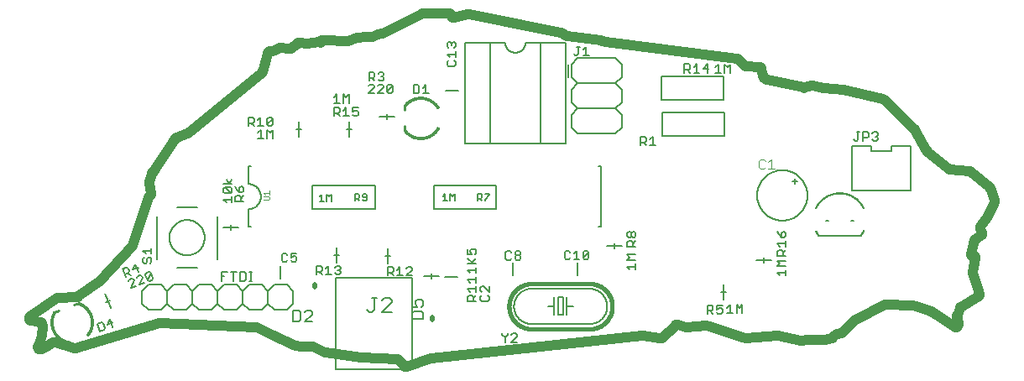
<source format=gto>
G75*
%MOIN*%
%OFA0B0*%
%FSLAX25Y25*%
%IPPOS*%
%LPD*%
%AMOC8*
5,1,8,0,0,1.08239X$1,22.5*
%
%ADD10C,0.03937*%
%ADD11C,0.01600*%
%ADD12C,0.00800*%
%ADD13C,0.00600*%
%ADD14C,0.00200*%
%ADD15C,0.00100*%
%ADD16C,0.01000*%
%ADD17C,0.00500*%
%ADD18C,0.00050*%
%ADD19C,0.00400*%
%ADD20C,0.02000*%
%ADD21C,0.00700*%
D10*
X0010938Y0035616D02*
X0012395Y0036356D01*
X0015428Y0038243D01*
X0016238Y0038353D02*
X0023951Y0036090D01*
X0024515Y0036091D02*
X0057713Y0045895D01*
X0058038Y0045935D02*
X0095830Y0044378D01*
X0096227Y0044278D02*
X0102228Y0041358D01*
X0111809Y0036942D01*
X0112081Y0036861D02*
X0113708Y0036619D01*
X0118351Y0036707D01*
X0118819Y0036601D02*
X0123321Y0034334D01*
X0123629Y0034238D02*
X0137805Y0032210D01*
X0137908Y0032200D02*
X0151907Y0031666D01*
X0152600Y0031348D02*
X0154926Y0028854D01*
X0154927Y0028854D02*
X0154970Y0028811D01*
X0155015Y0028770D01*
X0155063Y0028732D01*
X0155113Y0028697D01*
X0155166Y0028666D01*
X0155220Y0028637D01*
X0155275Y0028612D01*
X0155333Y0028590D01*
X0155391Y0028572D01*
X0155450Y0028558D01*
X0155510Y0028547D01*
X0155571Y0028540D01*
X0155632Y0028536D01*
X0155693Y0028537D01*
X0155754Y0028541D01*
X0155815Y0028548D01*
X0155875Y0028560D01*
X0155934Y0028575D01*
X0155992Y0028593D01*
X0155992Y0028594D02*
X0165462Y0031949D01*
X0165688Y0032001D02*
X0249477Y0041090D01*
X0249763Y0041080D02*
X0256474Y0039869D01*
X0257327Y0040115D02*
X0262684Y0045024D01*
X0263656Y0045242D02*
X0266788Y0044269D01*
X0267172Y0044227D02*
X0274544Y0044867D01*
X0274927Y0044825D02*
X0290420Y0040022D01*
X0290801Y0039981D02*
X0302917Y0041015D01*
X0303214Y0040996D02*
X0312530Y0038973D01*
X0312727Y0038873D02*
X0314828Y0039139D01*
X0314942Y0039147D02*
X0321732Y0039221D01*
X0321986Y0039256D02*
X0324632Y0039981D01*
X0325128Y0040295D02*
X0325370Y0040578D01*
X0325512Y0040714D02*
X0326727Y0041670D01*
X0326726Y0041670D02*
X0326739Y0041640D01*
X0326755Y0041611D01*
X0326775Y0041585D01*
X0326797Y0041561D01*
X0326822Y0041539D01*
X0326849Y0041521D01*
X0326878Y0041506D01*
X0326909Y0041494D01*
X0326940Y0041486D01*
X0326973Y0041481D01*
X0327006Y0041480D01*
X0327038Y0041483D01*
X0327071Y0041490D01*
X0328395Y0041840D01*
X0328838Y0042091D02*
X0334083Y0047210D01*
X0334318Y0047380D02*
X0345641Y0053316D01*
X0346136Y0053430D02*
X0356666Y0053100D01*
X0356959Y0053046D02*
X0364414Y0050483D01*
X0364644Y0050370D02*
X0373362Y0044565D01*
X0373363Y0044565D02*
X0373415Y0044532D01*
X0373469Y0044503D01*
X0373524Y0044477D01*
X0373581Y0044455D01*
X0373639Y0044436D01*
X0373699Y0044421D01*
X0373759Y0044410D01*
X0373820Y0044402D01*
X0373881Y0044398D01*
X0373942Y0044397D01*
X0374003Y0044401D01*
X0374064Y0044408D01*
X0374124Y0044419D01*
X0374184Y0044433D01*
X0374242Y0044451D01*
X0374299Y0044473D01*
X0374355Y0044498D01*
X0374409Y0044527D01*
X0374462Y0044558D01*
X0374512Y0044593D01*
X0374560Y0044631D01*
X0374606Y0044672D01*
X0374649Y0044715D01*
X0374689Y0044761D01*
X0374727Y0044810D01*
X0374761Y0044861D01*
X0374792Y0044913D01*
X0374820Y0044968D01*
X0374845Y0045024D01*
X0374866Y0045081D01*
X0374883Y0045140D01*
X0374993Y0045555D01*
X0375008Y0046005D02*
X0374506Y0048562D01*
X0374546Y0049091D02*
X0375540Y0051873D01*
X0375963Y0052391D02*
X0382873Y0056592D01*
X0382924Y0056624D01*
X0382972Y0056660D01*
X0383018Y0056699D01*
X0383062Y0056740D01*
X0383103Y0056784D01*
X0383142Y0056830D01*
X0383178Y0056879D01*
X0383210Y0056929D01*
X0383240Y0056982D01*
X0383266Y0057036D01*
X0383289Y0057091D01*
X0383309Y0057148D01*
X0383325Y0057206D01*
X0383338Y0057265D01*
X0383347Y0057325D01*
X0383352Y0057385D01*
X0383354Y0057445D01*
X0383352Y0057505D01*
X0383347Y0057565D01*
X0383338Y0057624D01*
X0383325Y0057683D01*
X0383309Y0057741D01*
X0383309Y0057742D02*
X0380792Y0065888D01*
X0380763Y0066359D02*
X0381702Y0071624D01*
X0381701Y0071623D02*
X0381711Y0071686D01*
X0381716Y0071748D01*
X0381717Y0071811D01*
X0381714Y0071873D01*
X0381708Y0071936D01*
X0381697Y0071998D01*
X0381683Y0072059D01*
X0381665Y0072119D01*
X0381643Y0072177D01*
X0381617Y0072235D01*
X0381588Y0072290D01*
X0381555Y0072344D01*
X0381520Y0072395D01*
X0381481Y0072445D01*
X0381439Y0072491D01*
X0381394Y0072535D01*
X0381346Y0072576D01*
X0381296Y0072614D01*
X0381244Y0072649D01*
X0381190Y0072680D01*
X0381134Y0072708D01*
X0381076Y0072732D01*
X0381017Y0072753D01*
X0380956Y0072770D01*
X0380895Y0072783D01*
X0380833Y0072792D01*
X0380770Y0072798D01*
X0380708Y0072799D01*
X0380645Y0072796D01*
X0380583Y0072790D01*
X0380521Y0072780D01*
X0380521Y0072779D02*
X0380486Y0072774D01*
X0380450Y0072772D01*
X0380414Y0072774D01*
X0380378Y0072780D01*
X0380343Y0072789D01*
X0380309Y0072801D01*
X0380277Y0072817D01*
X0380246Y0072836D01*
X0380217Y0072858D01*
X0380191Y0072883D01*
X0380168Y0072911D01*
X0380147Y0072940D01*
X0380129Y0072972D01*
X0380115Y0073005D01*
X0380104Y0073039D01*
X0380096Y0073074D01*
X0380093Y0073110D01*
X0380092Y0073146D01*
X0380096Y0073182D01*
X0380103Y0073218D01*
X0381512Y0078872D01*
X0381920Y0079457D02*
X0383965Y0080846D01*
X0384015Y0080882D01*
X0384063Y0080922D01*
X0384109Y0080964D01*
X0384151Y0081010D01*
X0384191Y0081058D01*
X0384228Y0081108D01*
X0384262Y0081160D01*
X0384292Y0081215D01*
X0384319Y0081271D01*
X0384342Y0081329D01*
X0384361Y0081388D01*
X0384377Y0081448D01*
X0384389Y0081509D01*
X0384398Y0081571D01*
X0384402Y0081633D01*
X0384403Y0081695D01*
X0384399Y0081757D01*
X0384392Y0081819D01*
X0384381Y0081880D01*
X0384366Y0081941D01*
X0384348Y0082000D01*
X0384326Y0082058D01*
X0384300Y0082115D01*
X0383690Y0083353D01*
X0383665Y0083409D01*
X0383642Y0083467D01*
X0383624Y0083525D01*
X0383609Y0083585D01*
X0383598Y0083646D01*
X0383591Y0083707D01*
X0383587Y0083769D01*
X0383588Y0083830D01*
X0383592Y0083892D01*
X0383600Y0083953D01*
X0383611Y0084013D01*
X0383626Y0084073D01*
X0383645Y0084132D01*
X0383668Y0084189D01*
X0383694Y0084245D01*
X0383723Y0084299D01*
X0383756Y0084351D01*
X0383792Y0084401D01*
X0383792Y0084402D02*
X0386748Y0088278D01*
X0389425Y0094058D01*
X0389449Y0094843D02*
X0387598Y0099573D01*
X0387297Y0099985D02*
X0379945Y0105943D01*
X0379419Y0106160D02*
X0371652Y0106974D01*
X0371131Y0107188D02*
X0362749Y0113905D01*
X0362506Y0114189D02*
X0357684Y0122633D01*
X0357516Y0122850D02*
X0345598Y0134565D01*
X0345139Y0134822D02*
X0329479Y0138722D01*
X0329289Y0138750D02*
X0321570Y0139150D01*
X0321247Y0139222D02*
X0319932Y0139754D01*
X0317071Y0140226D01*
X0316643Y0140203D02*
X0314057Y0139492D01*
X0313573Y0139481D02*
X0298931Y0142758D01*
X0298575Y0142914D02*
X0297882Y0143400D01*
X0297493Y0143948D02*
X0296622Y0147036D01*
X0296621Y0147036D02*
X0296603Y0147094D01*
X0296582Y0147151D01*
X0296557Y0147206D01*
X0296528Y0147259D01*
X0296497Y0147311D01*
X0296462Y0147361D01*
X0296425Y0147408D01*
X0296384Y0147454D01*
X0296341Y0147496D01*
X0296296Y0147536D01*
X0296248Y0147573D01*
X0296198Y0147607D01*
X0296146Y0147639D01*
X0296092Y0147666D01*
X0296037Y0147691D01*
X0295980Y0147712D01*
X0295922Y0147730D01*
X0295863Y0147744D01*
X0295803Y0147755D01*
X0295743Y0147761D01*
X0295683Y0147765D01*
X0291046Y0147874D01*
X0290492Y0148057D02*
X0289356Y0148861D01*
X0287648Y0150674D01*
X0287050Y0150980D02*
X0234996Y0157775D01*
X0233808Y0158022D01*
X0233356Y0158114D01*
X0233111Y0158155D01*
X0219808Y0159840D01*
X0219463Y0159950D02*
X0217229Y0161142D01*
X0216957Y0161240D02*
X0180604Y0168610D01*
X0180174Y0168602D02*
X0174831Y0167331D01*
X0174832Y0167331D02*
X0174772Y0167319D01*
X0174711Y0167310D01*
X0174651Y0167305D01*
X0174590Y0167304D01*
X0174529Y0167307D01*
X0174468Y0167313D01*
X0174408Y0167323D01*
X0174349Y0167336D01*
X0174290Y0167353D01*
X0174233Y0167374D01*
X0174177Y0167398D01*
X0174122Y0167426D01*
X0174070Y0167456D01*
X0174019Y0167490D01*
X0173970Y0167527D01*
X0173924Y0167567D01*
X0173881Y0167609D01*
X0173840Y0167655D01*
X0173801Y0167702D01*
X0173766Y0167752D01*
X0173734Y0167804D01*
X0173705Y0167857D01*
X0173680Y0167913D01*
X0173658Y0167970D01*
X0173639Y0168028D01*
X0173639Y0168027D02*
X0173614Y0168114D01*
X0173613Y0168114D02*
X0173594Y0168173D01*
X0173572Y0168230D01*
X0173546Y0168286D01*
X0173517Y0168340D01*
X0173484Y0168392D01*
X0173449Y0168442D01*
X0173410Y0168490D01*
X0173369Y0168536D01*
X0173324Y0168578D01*
X0173278Y0168618D01*
X0173228Y0168655D01*
X0173177Y0168689D01*
X0173124Y0168720D01*
X0173069Y0168747D01*
X0173012Y0168771D01*
X0172954Y0168791D01*
X0172895Y0168808D01*
X0172835Y0168821D01*
X0172774Y0168831D01*
X0172713Y0168836D01*
X0172652Y0168838D01*
X0162111Y0168833D01*
X0161659Y0168725D02*
X0146351Y0160964D01*
X0145955Y0160858D02*
X0144207Y0160760D01*
X0142460Y0159653D01*
X0141901Y0159498D02*
X0140845Y0159522D01*
X0139613Y0159608D01*
X0136227Y0159336D01*
X0135930Y0159265D02*
X0132861Y0158014D01*
X0132429Y0157941D02*
X0122974Y0158455D01*
X0122177Y0158127D02*
X0121550Y0157432D01*
X0121193Y0157505D01*
X0120890Y0157519D02*
X0116351Y0157047D01*
X0113221Y0157191D01*
X0112639Y0157036D02*
X0111724Y0156454D01*
X0110759Y0155660D01*
X0110737Y0155642D02*
X0109907Y0154999D01*
X0109907Y0154998D02*
X0109904Y0154997D01*
X0109900Y0154997D01*
X0109901Y0154998D02*
X0109233Y0154928D01*
X0105362Y0155130D01*
X0104906Y0155046D02*
X0102773Y0154104D01*
X0102577Y0154041D02*
X0101480Y0153807D01*
X0101421Y0153793D01*
X0101364Y0153775D01*
X0101308Y0153754D01*
X0101253Y0153730D01*
X0101200Y0153702D01*
X0101149Y0153671D01*
X0101100Y0153638D01*
X0101052Y0153601D01*
X0101007Y0153561D01*
X0100965Y0153519D01*
X0100924Y0153475D01*
X0100887Y0153428D01*
X0100853Y0153379D01*
X0100821Y0153328D01*
X0100793Y0153275D01*
X0100768Y0153221D01*
X0100746Y0153165D01*
X0100728Y0153108D01*
X0098596Y0145773D01*
X0098270Y0145280D02*
X0069063Y0121311D01*
X0068767Y0121143D02*
X0064550Y0119627D01*
X0064058Y0119243D02*
X0054898Y0105600D01*
X0054764Y0105306D02*
X0053811Y0101814D01*
X0053792Y0101370D02*
X0054468Y0097687D01*
X0054201Y0096808D02*
X0053556Y0096147D01*
X0053322Y0095761D02*
X0047177Y0077080D01*
X0046965Y0076717D02*
X0034186Y0062741D01*
X0034022Y0062597D02*
X0025306Y0056490D01*
X0024781Y0056311D02*
X0017594Y0055963D01*
X0017087Y0055796D02*
X0006467Y0048693D01*
X0006417Y0048657D01*
X0006369Y0048618D01*
X0006323Y0048576D01*
X0006280Y0048531D01*
X0006240Y0048484D01*
X0006203Y0048435D01*
X0006169Y0048383D01*
X0006139Y0048329D01*
X0006111Y0048273D01*
X0006088Y0048216D01*
X0006068Y0048157D01*
X0006051Y0048098D01*
X0006038Y0048037D01*
X0006029Y0047976D01*
X0006024Y0047914D01*
X0006023Y0047852D01*
X0006026Y0047790D01*
X0006032Y0047729D01*
X0006042Y0047667D01*
X0006056Y0047607D01*
X0006074Y0047548D01*
X0006095Y0047490D01*
X0006120Y0047433D01*
X0006148Y0047378D01*
X0006180Y0047325D01*
X0006215Y0047273D01*
X0006253Y0047224D01*
X0006294Y0047178D01*
X0006337Y0047134D01*
X0006384Y0047093D01*
X0006433Y0047055D01*
X0006484Y0047020D01*
X0006537Y0046988D01*
X0006592Y0046960D01*
X0006649Y0046935D01*
X0006707Y0046913D01*
X0006766Y0046896D01*
X0006826Y0046882D01*
X0006887Y0046871D01*
X0010068Y0046436D01*
X0010126Y0046426D01*
X0010185Y0046413D01*
X0010242Y0046396D01*
X0010298Y0046376D01*
X0010353Y0046352D01*
X0010406Y0046325D01*
X0010458Y0046296D01*
X0010508Y0046263D01*
X0010555Y0046227D01*
X0010601Y0046188D01*
X0010644Y0046147D01*
X0010685Y0046103D01*
X0010723Y0046057D01*
X0010758Y0046009D01*
X0010790Y0045959D01*
X0010819Y0045907D01*
X0010845Y0045853D01*
X0010868Y0045798D01*
X0011232Y0044830D01*
X0011292Y0044375D02*
X0010967Y0041214D01*
X0010921Y0041002D02*
X0009536Y0036822D01*
X0009518Y0036762D01*
X0009504Y0036702D01*
X0009494Y0036640D01*
X0009488Y0036579D01*
X0009485Y0036517D01*
X0009486Y0036454D01*
X0009492Y0036393D01*
X0009501Y0036331D01*
X0009513Y0036270D01*
X0009530Y0036210D01*
X0009550Y0036152D01*
X0009574Y0036094D01*
X0009601Y0036039D01*
X0009632Y0035985D01*
X0009666Y0035933D01*
X0009704Y0035883D01*
X0009744Y0035836D01*
X0009787Y0035791D01*
X0009833Y0035749D01*
X0009881Y0035710D01*
X0009932Y0035674D01*
X0009985Y0035641D01*
X0010039Y0035612D01*
X0010096Y0035586D01*
X0010154Y0035564D01*
X0010213Y0035545D01*
X0010273Y0035530D01*
X0010334Y0035518D01*
X0010396Y0035511D01*
X0010458Y0035507D01*
X0010520Y0035508D01*
X0010582Y0035512D01*
X0010644Y0035520D01*
X0010705Y0035531D01*
X0010765Y0035547D01*
X0010824Y0035566D01*
X0010882Y0035589D01*
X0010938Y0035615D01*
X0015428Y0038243D02*
X0015480Y0038273D01*
X0015533Y0038300D01*
X0015589Y0038324D01*
X0015645Y0038344D01*
X0015703Y0038361D01*
X0015762Y0038375D01*
X0015821Y0038385D01*
X0015881Y0038391D01*
X0015941Y0038394D01*
X0016001Y0038393D01*
X0016061Y0038388D01*
X0016120Y0038380D01*
X0016179Y0038369D01*
X0016238Y0038354D01*
X0010921Y0041002D02*
X0010937Y0041054D01*
X0010950Y0041107D01*
X0010960Y0041161D01*
X0010967Y0041215D01*
X0011292Y0044376D02*
X0011296Y0044434D01*
X0011297Y0044491D01*
X0011294Y0044549D01*
X0011289Y0044607D01*
X0011280Y0044664D01*
X0011267Y0044720D01*
X0011252Y0044776D01*
X0011233Y0044831D01*
X0023950Y0036090D02*
X0024006Y0036076D01*
X0024062Y0036065D01*
X0024119Y0036056D01*
X0024176Y0036052D01*
X0024233Y0036050D01*
X0024290Y0036052D01*
X0024347Y0036057D01*
X0024404Y0036065D01*
X0024460Y0036076D01*
X0024515Y0036091D01*
X0057713Y0045895D02*
X0057766Y0045909D01*
X0057819Y0045920D01*
X0057873Y0045928D01*
X0057928Y0045934D01*
X0057982Y0045936D01*
X0058037Y0045935D01*
X0025306Y0056490D02*
X0025253Y0056456D01*
X0025199Y0056425D01*
X0025143Y0056397D01*
X0025085Y0056373D01*
X0025026Y0056353D01*
X0024966Y0056337D01*
X0024904Y0056324D01*
X0024843Y0056315D01*
X0024780Y0056310D01*
X0017595Y0055964D02*
X0017535Y0055959D01*
X0017475Y0055951D01*
X0017416Y0055939D01*
X0017358Y0055924D01*
X0017301Y0055905D01*
X0017245Y0055882D01*
X0017191Y0055857D01*
X0017138Y0055828D01*
X0017087Y0055796D01*
X0034022Y0062597D02*
X0034066Y0062630D01*
X0034108Y0062665D01*
X0034148Y0062702D01*
X0034186Y0062741D01*
X0046965Y0076717D02*
X0047004Y0076763D01*
X0047041Y0076811D01*
X0047075Y0076861D01*
X0047105Y0076913D01*
X0047132Y0076967D01*
X0047156Y0077023D01*
X0047177Y0077080D01*
X0053322Y0095761D02*
X0053341Y0095815D01*
X0053364Y0095867D01*
X0053389Y0095918D01*
X0053417Y0095968D01*
X0053448Y0096015D01*
X0053481Y0096061D01*
X0053517Y0096105D01*
X0053556Y0096147D01*
X0054201Y0096808D02*
X0054241Y0096852D01*
X0054279Y0096898D01*
X0054314Y0096946D01*
X0054346Y0096997D01*
X0054375Y0097049D01*
X0054400Y0097103D01*
X0054423Y0097158D01*
X0054442Y0097215D01*
X0054457Y0097272D01*
X0054470Y0097331D01*
X0054478Y0097390D01*
X0054483Y0097449D01*
X0054485Y0097509D01*
X0054483Y0097568D01*
X0054478Y0097628D01*
X0054469Y0097687D01*
X0053791Y0101370D02*
X0053783Y0101426D01*
X0053777Y0101481D01*
X0053775Y0101537D01*
X0053776Y0101593D01*
X0053780Y0101649D01*
X0053787Y0101705D01*
X0053797Y0101760D01*
X0053810Y0101814D01*
X0054764Y0105305D02*
X0054780Y0105357D01*
X0054798Y0105408D01*
X0054820Y0105458D01*
X0054843Y0105506D01*
X0054870Y0105554D01*
X0054899Y0105599D01*
X0064058Y0119243D02*
X0064091Y0119290D01*
X0064127Y0119335D01*
X0064166Y0119378D01*
X0064207Y0119418D01*
X0064251Y0119456D01*
X0064296Y0119492D01*
X0064343Y0119525D01*
X0064393Y0119555D01*
X0064444Y0119582D01*
X0064496Y0119606D01*
X0064550Y0119627D01*
X0068767Y0121143D02*
X0068820Y0121164D01*
X0068872Y0121188D01*
X0068923Y0121214D01*
X0068971Y0121244D01*
X0069018Y0121276D01*
X0069063Y0121311D01*
X0098270Y0145280D02*
X0098316Y0145319D01*
X0098358Y0145362D01*
X0098399Y0145406D01*
X0098436Y0145453D01*
X0098471Y0145502D01*
X0098502Y0145553D01*
X0098531Y0145606D01*
X0098556Y0145661D01*
X0098578Y0145717D01*
X0098596Y0145774D01*
X0102577Y0154041D02*
X0102627Y0154053D01*
X0102677Y0154068D01*
X0102725Y0154085D01*
X0102773Y0154104D01*
X0104906Y0155046D02*
X0104960Y0155068D01*
X0105015Y0155087D01*
X0105072Y0155102D01*
X0105129Y0155115D01*
X0105187Y0155123D01*
X0105245Y0155129D01*
X0105304Y0155131D01*
X0105362Y0155130D01*
X0110737Y0155643D02*
X0110759Y0155661D01*
X0112638Y0157036D02*
X0112691Y0157067D01*
X0112746Y0157095D01*
X0112802Y0157120D01*
X0112859Y0157141D01*
X0112918Y0157158D01*
X0112977Y0157172D01*
X0113038Y0157183D01*
X0113099Y0157189D01*
X0113160Y0157192D01*
X0113221Y0157191D01*
X0120890Y0157520D02*
X0120950Y0157524D01*
X0121011Y0157525D01*
X0121072Y0157522D01*
X0121132Y0157515D01*
X0121192Y0157505D01*
X0122177Y0158127D02*
X0122219Y0158170D01*
X0122262Y0158210D01*
X0122308Y0158248D01*
X0122356Y0158283D01*
X0122406Y0158315D01*
X0122458Y0158344D01*
X0122511Y0158370D01*
X0122566Y0158392D01*
X0122622Y0158412D01*
X0122680Y0158428D01*
X0122738Y0158440D01*
X0122796Y0158449D01*
X0122856Y0158455D01*
X0122915Y0158457D01*
X0122974Y0158456D01*
X0132430Y0157941D02*
X0132485Y0157940D01*
X0132540Y0157942D01*
X0132595Y0157946D01*
X0132650Y0157954D01*
X0132704Y0157964D01*
X0132757Y0157978D01*
X0132810Y0157995D01*
X0132862Y0158014D01*
X0135929Y0159266D02*
X0135987Y0159287D01*
X0136046Y0159305D01*
X0136105Y0159319D01*
X0136166Y0159330D01*
X0136227Y0159337D01*
X0141902Y0159498D02*
X0141961Y0159499D01*
X0142019Y0159502D01*
X0142078Y0159510D01*
X0142136Y0159520D01*
X0142193Y0159534D01*
X0142249Y0159552D01*
X0142304Y0159573D01*
X0142358Y0159596D01*
X0142410Y0159623D01*
X0142460Y0159653D01*
X0145955Y0160858D02*
X0146013Y0160863D01*
X0146072Y0160871D01*
X0146130Y0160883D01*
X0146187Y0160898D01*
X0146243Y0160917D01*
X0146298Y0160939D01*
X0146351Y0160964D01*
X0161659Y0168725D02*
X0161712Y0168750D01*
X0161766Y0168772D01*
X0161822Y0168790D01*
X0161878Y0168806D01*
X0161936Y0168818D01*
X0161994Y0168826D01*
X0162052Y0168831D01*
X0162111Y0168833D01*
X0180174Y0168603D02*
X0180235Y0168615D01*
X0180296Y0168624D01*
X0180358Y0168629D01*
X0180420Y0168630D01*
X0180482Y0168627D01*
X0180544Y0168620D01*
X0180605Y0168610D01*
X0216957Y0161240D02*
X0217013Y0161227D01*
X0217069Y0161210D01*
X0217123Y0161191D01*
X0217177Y0161168D01*
X0217229Y0161142D01*
X0219462Y0159950D02*
X0219517Y0159923D01*
X0219573Y0159899D01*
X0219630Y0159879D01*
X0219688Y0159862D01*
X0219747Y0159849D01*
X0219807Y0159840D01*
X0287049Y0150980D02*
X0287111Y0150970D01*
X0287172Y0150956D01*
X0287232Y0150938D01*
X0287290Y0150917D01*
X0287347Y0150892D01*
X0287403Y0150864D01*
X0287456Y0150832D01*
X0287508Y0150797D01*
X0287557Y0150759D01*
X0287604Y0150718D01*
X0287648Y0150674D01*
X0290491Y0148058D02*
X0290541Y0148025D01*
X0290592Y0147995D01*
X0290645Y0147968D01*
X0290699Y0147945D01*
X0290755Y0147925D01*
X0290812Y0147908D01*
X0290869Y0147894D01*
X0290927Y0147884D01*
X0290986Y0147877D01*
X0291045Y0147874D01*
X0297493Y0143948D02*
X0297511Y0143888D01*
X0297534Y0143830D01*
X0297560Y0143774D01*
X0297589Y0143719D01*
X0297622Y0143666D01*
X0297658Y0143615D01*
X0297697Y0143566D01*
X0297739Y0143521D01*
X0297784Y0143477D01*
X0297832Y0143437D01*
X0297882Y0143400D01*
X0298576Y0142915D02*
X0298622Y0142884D01*
X0298670Y0142856D01*
X0298720Y0142831D01*
X0298771Y0142808D01*
X0298823Y0142789D01*
X0298877Y0142772D01*
X0298931Y0142758D01*
X0313574Y0139480D02*
X0313634Y0139469D01*
X0313694Y0139461D01*
X0313755Y0139457D01*
X0313816Y0139456D01*
X0313877Y0139460D01*
X0313938Y0139467D01*
X0313998Y0139477D01*
X0314057Y0139492D01*
X0316643Y0140203D02*
X0316703Y0140218D01*
X0316764Y0140229D01*
X0316825Y0140236D01*
X0316886Y0140239D01*
X0316948Y0140238D01*
X0317010Y0140234D01*
X0317071Y0140226D01*
X0321247Y0139222D02*
X0321299Y0139203D01*
X0321352Y0139186D01*
X0321406Y0139173D01*
X0321460Y0139162D01*
X0321515Y0139155D01*
X0321570Y0139150D01*
X0329290Y0138751D02*
X0329338Y0138747D01*
X0329385Y0138741D01*
X0329433Y0138733D01*
X0329480Y0138722D01*
X0345139Y0134822D02*
X0345196Y0134806D01*
X0345252Y0134787D01*
X0345306Y0134764D01*
X0345360Y0134739D01*
X0345411Y0134710D01*
X0345461Y0134678D01*
X0345509Y0134643D01*
X0345555Y0134605D01*
X0345598Y0134565D01*
X0357516Y0122850D02*
X0357554Y0122811D01*
X0357590Y0122769D01*
X0357624Y0122725D01*
X0357655Y0122680D01*
X0357683Y0122633D01*
X0362507Y0114189D02*
X0362539Y0114136D01*
X0362576Y0114084D01*
X0362615Y0114035D01*
X0362657Y0113989D01*
X0362702Y0113945D01*
X0362750Y0113905D01*
X0371131Y0107188D02*
X0371176Y0107153D01*
X0371224Y0107121D01*
X0371273Y0107092D01*
X0371324Y0107066D01*
X0371376Y0107043D01*
X0371429Y0107023D01*
X0371484Y0107006D01*
X0371539Y0106992D01*
X0371595Y0106981D01*
X0371652Y0106973D01*
X0379419Y0106161D02*
X0379476Y0106153D01*
X0379533Y0106142D01*
X0379589Y0106128D01*
X0379644Y0106110D01*
X0379698Y0106090D01*
X0379750Y0106066D01*
X0379801Y0106040D01*
X0379851Y0106010D01*
X0379899Y0105978D01*
X0379945Y0105943D01*
X0387297Y0099985D02*
X0387340Y0099948D01*
X0387381Y0099908D01*
X0387420Y0099865D01*
X0387457Y0099821D01*
X0387491Y0099775D01*
X0387522Y0099727D01*
X0387550Y0099677D01*
X0387576Y0099625D01*
X0387598Y0099572D01*
X0389449Y0094842D02*
X0389470Y0094784D01*
X0389487Y0094724D01*
X0389501Y0094664D01*
X0389510Y0094602D01*
X0389516Y0094541D01*
X0389518Y0094479D01*
X0389516Y0094417D01*
X0389510Y0094355D01*
X0389501Y0094294D01*
X0389488Y0094233D01*
X0389470Y0094173D01*
X0389450Y0094115D01*
X0389425Y0094058D01*
X0381920Y0079457D02*
X0381871Y0079422D01*
X0381824Y0079383D01*
X0381779Y0079342D01*
X0381737Y0079298D01*
X0381698Y0079251D01*
X0381662Y0079202D01*
X0381629Y0079151D01*
X0381599Y0079098D01*
X0381572Y0079044D01*
X0381548Y0078988D01*
X0381528Y0078930D01*
X0381512Y0078872D01*
X0380763Y0066359D02*
X0380754Y0066300D01*
X0380749Y0066240D01*
X0380747Y0066181D01*
X0380749Y0066121D01*
X0380754Y0066062D01*
X0380763Y0066003D01*
X0380776Y0065945D01*
X0380792Y0065888D01*
X0375963Y0052390D02*
X0375911Y0052357D01*
X0375861Y0052320D01*
X0375814Y0052280D01*
X0375769Y0052237D01*
X0375727Y0052192D01*
X0375688Y0052144D01*
X0375652Y0052093D01*
X0375619Y0052041D01*
X0375589Y0051986D01*
X0375563Y0051930D01*
X0375540Y0051873D01*
X0374545Y0049091D02*
X0374527Y0049034D01*
X0374512Y0048976D01*
X0374500Y0048918D01*
X0374492Y0048858D01*
X0374488Y0048799D01*
X0374487Y0048739D01*
X0374490Y0048680D01*
X0374496Y0048620D01*
X0374506Y0048561D01*
X0375008Y0046005D02*
X0375018Y0045949D01*
X0375024Y0045892D01*
X0375027Y0045836D01*
X0375026Y0045779D01*
X0375023Y0045722D01*
X0375016Y0045666D01*
X0375006Y0045610D01*
X0374993Y0045555D01*
X0364643Y0050370D02*
X0364600Y0050398D01*
X0364555Y0050423D01*
X0364509Y0050445D01*
X0364462Y0050466D01*
X0364414Y0050484D01*
X0356959Y0053047D02*
X0356902Y0053064D01*
X0356844Y0053079D01*
X0356785Y0053090D01*
X0356725Y0053097D01*
X0356665Y0053101D01*
X0346136Y0053430D02*
X0346079Y0053430D01*
X0346022Y0053427D01*
X0345965Y0053420D01*
X0345909Y0053411D01*
X0345853Y0053398D01*
X0345799Y0053382D01*
X0345745Y0053363D01*
X0345692Y0053341D01*
X0345641Y0053316D01*
X0334318Y0047381D02*
X0334267Y0047352D01*
X0334218Y0047321D01*
X0334171Y0047287D01*
X0334126Y0047250D01*
X0334084Y0047211D01*
X0328838Y0042091D02*
X0328796Y0042053D01*
X0328752Y0042016D01*
X0328706Y0041983D01*
X0328658Y0041952D01*
X0328608Y0041923D01*
X0328557Y0041898D01*
X0328504Y0041876D01*
X0328450Y0041856D01*
X0328395Y0041840D01*
X0325512Y0040714D02*
X0325474Y0040683D01*
X0325438Y0040650D01*
X0325403Y0040615D01*
X0325370Y0040578D01*
X0325128Y0040295D02*
X0325088Y0040251D01*
X0325045Y0040209D01*
X0325000Y0040170D01*
X0324953Y0040134D01*
X0324903Y0040100D01*
X0324852Y0040070D01*
X0324799Y0040043D01*
X0324745Y0040019D01*
X0324689Y0039998D01*
X0324632Y0039980D01*
X0321985Y0039256D02*
X0321935Y0039244D01*
X0321885Y0039235D01*
X0321834Y0039227D01*
X0321783Y0039223D01*
X0321732Y0039221D01*
X0314942Y0039147D02*
X0314885Y0039145D01*
X0314828Y0039139D01*
X0312727Y0038874D02*
X0312698Y0038897D01*
X0312668Y0038918D01*
X0312635Y0038936D01*
X0312602Y0038951D01*
X0312567Y0038964D01*
X0312531Y0038973D01*
X0303214Y0040996D02*
X0303155Y0041007D01*
X0303096Y0041015D01*
X0303036Y0041018D01*
X0302977Y0041019D01*
X0302917Y0041015D01*
X0290801Y0039981D02*
X0290746Y0039977D01*
X0290691Y0039977D01*
X0290636Y0039980D01*
X0290581Y0039986D01*
X0290527Y0039995D01*
X0290473Y0040007D01*
X0290420Y0040022D01*
X0274927Y0044825D02*
X0274874Y0044840D01*
X0274820Y0044852D01*
X0274765Y0044861D01*
X0274710Y0044867D01*
X0274655Y0044870D01*
X0274600Y0044870D01*
X0274545Y0044866D01*
X0267171Y0044228D02*
X0267116Y0044224D01*
X0267061Y0044224D01*
X0267005Y0044227D01*
X0266950Y0044233D01*
X0266896Y0044242D01*
X0266842Y0044254D01*
X0266788Y0044269D01*
X0263656Y0045242D02*
X0263597Y0045258D01*
X0263537Y0045271D01*
X0263476Y0045280D01*
X0263415Y0045285D01*
X0263354Y0045287D01*
X0263292Y0045285D01*
X0263231Y0045279D01*
X0263171Y0045269D01*
X0263111Y0045256D01*
X0263052Y0045239D01*
X0262994Y0045218D01*
X0262938Y0045194D01*
X0262883Y0045166D01*
X0262830Y0045135D01*
X0262779Y0045101D01*
X0262730Y0045064D01*
X0262683Y0045024D01*
X0257327Y0040116D02*
X0257280Y0040076D01*
X0257231Y0040039D01*
X0257180Y0040005D01*
X0257127Y0039974D01*
X0257072Y0039946D01*
X0257016Y0039922D01*
X0256958Y0039901D01*
X0256899Y0039884D01*
X0256839Y0039871D01*
X0256779Y0039861D01*
X0256718Y0039855D01*
X0256656Y0039853D01*
X0256595Y0039855D01*
X0256534Y0039860D01*
X0256473Y0039869D01*
X0249763Y0041080D02*
X0249706Y0041089D01*
X0249649Y0041094D01*
X0249592Y0041096D01*
X0249534Y0041095D01*
X0249477Y0041090D01*
X0165688Y0032001D02*
X0165631Y0031993D01*
X0165574Y0031982D01*
X0165517Y0031967D01*
X0165462Y0031950D01*
X0152600Y0031348D02*
X0152558Y0031391D01*
X0152513Y0031431D01*
X0152466Y0031468D01*
X0152417Y0031503D01*
X0152365Y0031534D01*
X0152312Y0031562D01*
X0152258Y0031587D01*
X0152202Y0031609D01*
X0152144Y0031627D01*
X0152086Y0031642D01*
X0152027Y0031653D01*
X0151967Y0031661D01*
X0151907Y0031665D01*
X0137908Y0032201D02*
X0137856Y0032204D01*
X0137804Y0032210D01*
X0123629Y0034237D02*
X0123576Y0034246D01*
X0123523Y0034258D01*
X0123471Y0034273D01*
X0123420Y0034291D01*
X0123370Y0034311D01*
X0123321Y0034334D01*
X0118820Y0036601D02*
X0118765Y0036627D01*
X0118708Y0036649D01*
X0118651Y0036668D01*
X0118592Y0036683D01*
X0118532Y0036695D01*
X0118472Y0036703D01*
X0118412Y0036707D01*
X0118351Y0036708D01*
X0112080Y0036861D02*
X0112024Y0036871D01*
X0111969Y0036884D01*
X0111914Y0036900D01*
X0111861Y0036919D01*
X0111808Y0036942D01*
X0096227Y0044278D02*
X0096173Y0044302D01*
X0096118Y0044323D01*
X0096062Y0044341D01*
X0096005Y0044355D01*
X0095947Y0044366D01*
X0095889Y0044374D01*
X0095830Y0044378D01*
D11*
X0205503Y0043629D02*
X0228503Y0043629D01*
X0228722Y0043632D01*
X0228941Y0043640D01*
X0229160Y0043653D01*
X0229378Y0043672D01*
X0229596Y0043696D01*
X0229813Y0043725D01*
X0230030Y0043759D01*
X0230245Y0043799D01*
X0230460Y0043844D01*
X0230673Y0043895D01*
X0230885Y0043950D01*
X0231096Y0044011D01*
X0231305Y0044076D01*
X0231512Y0044147D01*
X0231718Y0044223D01*
X0231922Y0044304D01*
X0232124Y0044389D01*
X0232323Y0044480D01*
X0232520Y0044575D01*
X0232715Y0044676D01*
X0232908Y0044781D01*
X0233098Y0044890D01*
X0233285Y0045004D01*
X0233469Y0045123D01*
X0233650Y0045246D01*
X0233828Y0045374D01*
X0234004Y0045506D01*
X0234175Y0045642D01*
X0234344Y0045782D01*
X0234509Y0045926D01*
X0234670Y0046074D01*
X0234828Y0046226D01*
X0234982Y0046382D01*
X0235132Y0046542D01*
X0235279Y0046705D01*
X0235421Y0046872D01*
X0235559Y0047042D01*
X0235693Y0047216D01*
X0235823Y0047392D01*
X0235948Y0047572D01*
X0236069Y0047755D01*
X0236185Y0047941D01*
X0236297Y0048129D01*
X0236404Y0048320D01*
X0236507Y0048514D01*
X0236605Y0048710D01*
X0236698Y0048908D01*
X0236786Y0049109D01*
X0236869Y0049312D01*
X0236948Y0049517D01*
X0237021Y0049723D01*
X0237089Y0049931D01*
X0237152Y0050141D01*
X0237210Y0050353D01*
X0237263Y0050565D01*
X0237311Y0050779D01*
X0237353Y0050994D01*
X0237390Y0051210D01*
X0237422Y0051427D01*
X0237449Y0051645D01*
X0237470Y0051863D01*
X0237486Y0052081D01*
X0237497Y0052300D01*
X0237502Y0052519D01*
X0237502Y0052739D01*
X0237497Y0052958D01*
X0237486Y0053177D01*
X0237470Y0053395D01*
X0237449Y0053613D01*
X0237422Y0053831D01*
X0237390Y0054048D01*
X0237353Y0054264D01*
X0237311Y0054479D01*
X0237263Y0054693D01*
X0237210Y0054905D01*
X0237152Y0055117D01*
X0237089Y0055327D01*
X0237021Y0055535D01*
X0236948Y0055741D01*
X0236869Y0055946D01*
X0236786Y0056149D01*
X0236698Y0056350D01*
X0236605Y0056548D01*
X0236507Y0056744D01*
X0236404Y0056938D01*
X0236297Y0057129D01*
X0236185Y0057317D01*
X0236069Y0057503D01*
X0235948Y0057686D01*
X0235823Y0057866D01*
X0235693Y0058042D01*
X0235559Y0058216D01*
X0235421Y0058386D01*
X0235279Y0058553D01*
X0235132Y0058716D01*
X0234982Y0058876D01*
X0234828Y0059032D01*
X0234670Y0059184D01*
X0234509Y0059332D01*
X0234344Y0059476D01*
X0234175Y0059616D01*
X0234004Y0059752D01*
X0233828Y0059884D01*
X0233650Y0060012D01*
X0233469Y0060135D01*
X0233285Y0060254D01*
X0233098Y0060368D01*
X0232908Y0060477D01*
X0232715Y0060582D01*
X0232520Y0060683D01*
X0232323Y0060778D01*
X0232124Y0060869D01*
X0231922Y0060954D01*
X0231718Y0061035D01*
X0231512Y0061111D01*
X0231305Y0061182D01*
X0231096Y0061247D01*
X0230885Y0061308D01*
X0230673Y0061363D01*
X0230460Y0061414D01*
X0230245Y0061459D01*
X0230030Y0061499D01*
X0229813Y0061533D01*
X0229596Y0061562D01*
X0229378Y0061586D01*
X0229160Y0061605D01*
X0228941Y0061618D01*
X0228722Y0061626D01*
X0228503Y0061629D01*
X0205503Y0061629D01*
X0205284Y0061626D01*
X0205065Y0061618D01*
X0204846Y0061605D01*
X0204628Y0061586D01*
X0204410Y0061562D01*
X0204193Y0061533D01*
X0203976Y0061499D01*
X0203761Y0061459D01*
X0203546Y0061414D01*
X0203333Y0061363D01*
X0203121Y0061308D01*
X0202910Y0061247D01*
X0202701Y0061182D01*
X0202494Y0061111D01*
X0202288Y0061035D01*
X0202084Y0060954D01*
X0201882Y0060869D01*
X0201683Y0060778D01*
X0201486Y0060683D01*
X0201291Y0060582D01*
X0201098Y0060477D01*
X0200908Y0060368D01*
X0200721Y0060254D01*
X0200537Y0060135D01*
X0200356Y0060012D01*
X0200178Y0059884D01*
X0200002Y0059752D01*
X0199831Y0059616D01*
X0199662Y0059476D01*
X0199497Y0059332D01*
X0199336Y0059184D01*
X0199178Y0059032D01*
X0199024Y0058876D01*
X0198874Y0058716D01*
X0198727Y0058553D01*
X0198585Y0058386D01*
X0198447Y0058216D01*
X0198313Y0058042D01*
X0198183Y0057866D01*
X0198058Y0057686D01*
X0197937Y0057503D01*
X0197821Y0057317D01*
X0197709Y0057129D01*
X0197602Y0056938D01*
X0197499Y0056744D01*
X0197401Y0056548D01*
X0197308Y0056350D01*
X0197220Y0056149D01*
X0197137Y0055946D01*
X0197058Y0055741D01*
X0196985Y0055535D01*
X0196917Y0055327D01*
X0196854Y0055117D01*
X0196796Y0054905D01*
X0196743Y0054693D01*
X0196695Y0054479D01*
X0196653Y0054264D01*
X0196616Y0054048D01*
X0196584Y0053831D01*
X0196557Y0053613D01*
X0196536Y0053395D01*
X0196520Y0053177D01*
X0196509Y0052958D01*
X0196504Y0052739D01*
X0196504Y0052519D01*
X0196509Y0052300D01*
X0196520Y0052081D01*
X0196536Y0051863D01*
X0196557Y0051645D01*
X0196584Y0051427D01*
X0196616Y0051210D01*
X0196653Y0050994D01*
X0196695Y0050779D01*
X0196743Y0050565D01*
X0196796Y0050353D01*
X0196854Y0050141D01*
X0196917Y0049931D01*
X0196985Y0049723D01*
X0197058Y0049517D01*
X0197137Y0049312D01*
X0197220Y0049109D01*
X0197308Y0048908D01*
X0197401Y0048710D01*
X0197499Y0048514D01*
X0197602Y0048320D01*
X0197709Y0048129D01*
X0197821Y0047941D01*
X0197937Y0047755D01*
X0198058Y0047572D01*
X0198183Y0047392D01*
X0198313Y0047216D01*
X0198447Y0047042D01*
X0198585Y0046872D01*
X0198727Y0046705D01*
X0198874Y0046542D01*
X0199024Y0046382D01*
X0199178Y0046226D01*
X0199336Y0046074D01*
X0199497Y0045926D01*
X0199662Y0045782D01*
X0199831Y0045642D01*
X0200002Y0045506D01*
X0200178Y0045374D01*
X0200356Y0045246D01*
X0200537Y0045123D01*
X0200721Y0045004D01*
X0200908Y0044890D01*
X0201098Y0044781D01*
X0201291Y0044676D01*
X0201486Y0044575D01*
X0201683Y0044480D01*
X0201882Y0044389D01*
X0202084Y0044304D01*
X0202288Y0044223D01*
X0202494Y0044147D01*
X0202701Y0044076D01*
X0202910Y0044011D01*
X0203121Y0043950D01*
X0203333Y0043895D01*
X0203546Y0043844D01*
X0203761Y0043799D01*
X0203976Y0043759D01*
X0204193Y0043725D01*
X0204410Y0043696D01*
X0204628Y0043672D01*
X0204846Y0043653D01*
X0205065Y0043640D01*
X0205284Y0043632D01*
X0205503Y0043629D01*
X0099926Y0151433D02*
X0099952Y0151562D01*
X0099981Y0151690D01*
X0100015Y0151817D01*
X0100052Y0151943D01*
X0100093Y0152068D01*
X0100138Y0152192D01*
X0100186Y0152315D01*
X0100238Y0152435D01*
X0100293Y0152555D01*
X0100352Y0152672D01*
X0100415Y0152788D01*
X0100481Y0152902D01*
X0100550Y0153014D01*
X0100623Y0153124D01*
X0100698Y0153231D01*
X0100777Y0153337D01*
X0100859Y0153439D01*
X0100944Y0153540D01*
X0101032Y0153638D01*
X0101123Y0153733D01*
X0101217Y0153825D01*
X0101313Y0153915D01*
X0101412Y0154002D01*
X0101514Y0154085D01*
X0101618Y0154166D01*
X0101724Y0154243D01*
X0101833Y0154318D01*
X0101943Y0154389D01*
X0102056Y0154457D01*
X0102171Y0154521D01*
X0102288Y0154582D01*
D12*
X0147957Y0128929D02*
X0147957Y0127929D01*
X0147957Y0126929D01*
X0147957Y0127929D02*
X0144957Y0127929D01*
X0147957Y0127929D02*
X0150957Y0127929D01*
X0133878Y0123086D02*
X0132878Y0123086D01*
X0131878Y0123086D01*
X0132878Y0123086D02*
X0132878Y0126086D01*
X0132878Y0123086D02*
X0132878Y0120086D01*
X0114035Y0123086D02*
X0113035Y0123086D01*
X0112035Y0123086D01*
X0113035Y0123086D02*
X0113035Y0120086D01*
X0113035Y0123086D02*
X0113035Y0126086D01*
X0093989Y0108249D02*
X0092989Y0108249D01*
X0092989Y0101249D01*
X0093129Y0101247D01*
X0093269Y0101241D01*
X0093409Y0101231D01*
X0093549Y0101218D01*
X0093688Y0101200D01*
X0093827Y0101178D01*
X0093964Y0101153D01*
X0094102Y0101124D01*
X0094238Y0101091D01*
X0094373Y0101054D01*
X0094507Y0101013D01*
X0094640Y0100968D01*
X0094772Y0100920D01*
X0094902Y0100868D01*
X0095031Y0100813D01*
X0095158Y0100754D01*
X0095284Y0100691D01*
X0095408Y0100625D01*
X0095529Y0100556D01*
X0095649Y0100483D01*
X0095767Y0100406D01*
X0095882Y0100327D01*
X0095996Y0100244D01*
X0096106Y0100158D01*
X0096215Y0100069D01*
X0096321Y0099977D01*
X0096424Y0099882D01*
X0096525Y0099785D01*
X0096622Y0099684D01*
X0096717Y0099581D01*
X0096809Y0099475D01*
X0096898Y0099366D01*
X0096984Y0099256D01*
X0097067Y0099142D01*
X0097146Y0099027D01*
X0097223Y0098909D01*
X0097296Y0098789D01*
X0097365Y0098668D01*
X0097431Y0098544D01*
X0097494Y0098418D01*
X0097553Y0098291D01*
X0097608Y0098162D01*
X0097660Y0098032D01*
X0097708Y0097900D01*
X0097753Y0097767D01*
X0097794Y0097633D01*
X0097831Y0097498D01*
X0097864Y0097362D01*
X0097893Y0097224D01*
X0097918Y0097087D01*
X0097940Y0096948D01*
X0097958Y0096809D01*
X0097971Y0096669D01*
X0097981Y0096529D01*
X0097987Y0096389D01*
X0097989Y0096249D01*
X0097987Y0096109D01*
X0097981Y0095969D01*
X0097971Y0095829D01*
X0097958Y0095689D01*
X0097940Y0095550D01*
X0097918Y0095411D01*
X0097893Y0095274D01*
X0097864Y0095136D01*
X0097831Y0095000D01*
X0097794Y0094865D01*
X0097753Y0094731D01*
X0097708Y0094598D01*
X0097660Y0094466D01*
X0097608Y0094336D01*
X0097553Y0094207D01*
X0097494Y0094080D01*
X0097431Y0093954D01*
X0097365Y0093830D01*
X0097296Y0093709D01*
X0097223Y0093589D01*
X0097146Y0093471D01*
X0097067Y0093356D01*
X0096984Y0093242D01*
X0096898Y0093132D01*
X0096809Y0093023D01*
X0096717Y0092917D01*
X0096622Y0092814D01*
X0096525Y0092713D01*
X0096424Y0092616D01*
X0096321Y0092521D01*
X0096215Y0092429D01*
X0096106Y0092340D01*
X0095996Y0092254D01*
X0095882Y0092171D01*
X0095767Y0092092D01*
X0095649Y0092015D01*
X0095529Y0091942D01*
X0095408Y0091873D01*
X0095284Y0091807D01*
X0095158Y0091744D01*
X0095031Y0091685D01*
X0094902Y0091630D01*
X0094772Y0091578D01*
X0094640Y0091530D01*
X0094507Y0091485D01*
X0094373Y0091444D01*
X0094238Y0091407D01*
X0094102Y0091374D01*
X0093964Y0091345D01*
X0093827Y0091320D01*
X0093688Y0091298D01*
X0093549Y0091280D01*
X0093409Y0091267D01*
X0093269Y0091257D01*
X0093129Y0091251D01*
X0092989Y0091249D01*
X0092989Y0084249D01*
X0093989Y0084249D01*
X0089146Y0083992D02*
X0086146Y0083992D01*
X0086146Y0082992D01*
X0086146Y0083992D02*
X0083146Y0083992D01*
X0086146Y0083992D02*
X0086146Y0084992D01*
X0080626Y0088437D02*
X0080626Y0071437D01*
X0072626Y0067937D02*
X0064579Y0067937D01*
X0056626Y0071437D02*
X0056626Y0088437D01*
X0064697Y0091937D02*
X0072626Y0091937D01*
X0061626Y0079937D02*
X0061628Y0080109D01*
X0061634Y0080280D01*
X0061645Y0080452D01*
X0061660Y0080623D01*
X0061679Y0080794D01*
X0061702Y0080964D01*
X0061729Y0081134D01*
X0061761Y0081303D01*
X0061796Y0081471D01*
X0061836Y0081638D01*
X0061880Y0081804D01*
X0061927Y0081969D01*
X0061979Y0082133D01*
X0062035Y0082295D01*
X0062095Y0082456D01*
X0062159Y0082616D01*
X0062227Y0082774D01*
X0062298Y0082930D01*
X0062373Y0083084D01*
X0062453Y0083237D01*
X0062535Y0083387D01*
X0062622Y0083536D01*
X0062712Y0083682D01*
X0062806Y0083826D01*
X0062903Y0083968D01*
X0063004Y0084107D01*
X0063108Y0084244D01*
X0063215Y0084378D01*
X0063326Y0084509D01*
X0063439Y0084638D01*
X0063556Y0084764D01*
X0063676Y0084887D01*
X0063799Y0085007D01*
X0063925Y0085124D01*
X0064054Y0085237D01*
X0064185Y0085348D01*
X0064319Y0085455D01*
X0064456Y0085559D01*
X0064595Y0085660D01*
X0064737Y0085757D01*
X0064881Y0085851D01*
X0065027Y0085941D01*
X0065176Y0086028D01*
X0065326Y0086110D01*
X0065479Y0086190D01*
X0065633Y0086265D01*
X0065789Y0086336D01*
X0065947Y0086404D01*
X0066107Y0086468D01*
X0066268Y0086528D01*
X0066430Y0086584D01*
X0066594Y0086636D01*
X0066759Y0086683D01*
X0066925Y0086727D01*
X0067092Y0086767D01*
X0067260Y0086802D01*
X0067429Y0086834D01*
X0067599Y0086861D01*
X0067769Y0086884D01*
X0067940Y0086903D01*
X0068111Y0086918D01*
X0068283Y0086929D01*
X0068454Y0086935D01*
X0068626Y0086937D01*
X0068798Y0086935D01*
X0068969Y0086929D01*
X0069141Y0086918D01*
X0069312Y0086903D01*
X0069483Y0086884D01*
X0069653Y0086861D01*
X0069823Y0086834D01*
X0069992Y0086802D01*
X0070160Y0086767D01*
X0070327Y0086727D01*
X0070493Y0086683D01*
X0070658Y0086636D01*
X0070822Y0086584D01*
X0070984Y0086528D01*
X0071145Y0086468D01*
X0071305Y0086404D01*
X0071463Y0086336D01*
X0071619Y0086265D01*
X0071773Y0086190D01*
X0071926Y0086110D01*
X0072076Y0086028D01*
X0072225Y0085941D01*
X0072371Y0085851D01*
X0072515Y0085757D01*
X0072657Y0085660D01*
X0072796Y0085559D01*
X0072933Y0085455D01*
X0073067Y0085348D01*
X0073198Y0085237D01*
X0073327Y0085124D01*
X0073453Y0085007D01*
X0073576Y0084887D01*
X0073696Y0084764D01*
X0073813Y0084638D01*
X0073926Y0084509D01*
X0074037Y0084378D01*
X0074144Y0084244D01*
X0074248Y0084107D01*
X0074349Y0083968D01*
X0074446Y0083826D01*
X0074540Y0083682D01*
X0074630Y0083536D01*
X0074717Y0083387D01*
X0074799Y0083237D01*
X0074879Y0083084D01*
X0074954Y0082930D01*
X0075025Y0082774D01*
X0075093Y0082616D01*
X0075157Y0082456D01*
X0075217Y0082295D01*
X0075273Y0082133D01*
X0075325Y0081969D01*
X0075372Y0081804D01*
X0075416Y0081638D01*
X0075456Y0081471D01*
X0075491Y0081303D01*
X0075523Y0081134D01*
X0075550Y0080964D01*
X0075573Y0080794D01*
X0075592Y0080623D01*
X0075607Y0080452D01*
X0075618Y0080280D01*
X0075624Y0080109D01*
X0075626Y0079937D01*
X0075624Y0079765D01*
X0075618Y0079594D01*
X0075607Y0079422D01*
X0075592Y0079251D01*
X0075573Y0079080D01*
X0075550Y0078910D01*
X0075523Y0078740D01*
X0075491Y0078571D01*
X0075456Y0078403D01*
X0075416Y0078236D01*
X0075372Y0078070D01*
X0075325Y0077905D01*
X0075273Y0077741D01*
X0075217Y0077579D01*
X0075157Y0077418D01*
X0075093Y0077258D01*
X0075025Y0077100D01*
X0074954Y0076944D01*
X0074879Y0076790D01*
X0074799Y0076637D01*
X0074717Y0076487D01*
X0074630Y0076338D01*
X0074540Y0076192D01*
X0074446Y0076048D01*
X0074349Y0075906D01*
X0074248Y0075767D01*
X0074144Y0075630D01*
X0074037Y0075496D01*
X0073926Y0075365D01*
X0073813Y0075236D01*
X0073696Y0075110D01*
X0073576Y0074987D01*
X0073453Y0074867D01*
X0073327Y0074750D01*
X0073198Y0074637D01*
X0073067Y0074526D01*
X0072933Y0074419D01*
X0072796Y0074315D01*
X0072657Y0074214D01*
X0072515Y0074117D01*
X0072371Y0074023D01*
X0072225Y0073933D01*
X0072076Y0073846D01*
X0071926Y0073764D01*
X0071773Y0073684D01*
X0071619Y0073609D01*
X0071463Y0073538D01*
X0071305Y0073470D01*
X0071145Y0073406D01*
X0070984Y0073346D01*
X0070822Y0073290D01*
X0070658Y0073238D01*
X0070493Y0073191D01*
X0070327Y0073147D01*
X0070160Y0073107D01*
X0069992Y0073072D01*
X0069823Y0073040D01*
X0069653Y0073013D01*
X0069483Y0072990D01*
X0069312Y0072971D01*
X0069141Y0072956D01*
X0068969Y0072945D01*
X0068798Y0072939D01*
X0068626Y0072937D01*
X0068454Y0072939D01*
X0068283Y0072945D01*
X0068111Y0072956D01*
X0067940Y0072971D01*
X0067769Y0072990D01*
X0067599Y0073013D01*
X0067429Y0073040D01*
X0067260Y0073072D01*
X0067092Y0073107D01*
X0066925Y0073147D01*
X0066759Y0073191D01*
X0066594Y0073238D01*
X0066430Y0073290D01*
X0066268Y0073346D01*
X0066107Y0073406D01*
X0065947Y0073470D01*
X0065789Y0073538D01*
X0065633Y0073609D01*
X0065479Y0073684D01*
X0065326Y0073764D01*
X0065176Y0073846D01*
X0065027Y0073933D01*
X0064881Y0074023D01*
X0064737Y0074117D01*
X0064595Y0074214D01*
X0064456Y0074315D01*
X0064319Y0074419D01*
X0064185Y0074526D01*
X0064054Y0074637D01*
X0063925Y0074750D01*
X0063799Y0074867D01*
X0063676Y0074987D01*
X0063556Y0075110D01*
X0063439Y0075236D01*
X0063326Y0075365D01*
X0063215Y0075496D01*
X0063108Y0075630D01*
X0063004Y0075767D01*
X0062903Y0075906D01*
X0062806Y0076048D01*
X0062712Y0076192D01*
X0062622Y0076338D01*
X0062535Y0076487D01*
X0062453Y0076637D01*
X0062373Y0076790D01*
X0062298Y0076944D01*
X0062227Y0077100D01*
X0062159Y0077258D01*
X0062095Y0077418D01*
X0062035Y0077579D01*
X0061979Y0077741D01*
X0061927Y0077905D01*
X0061880Y0078070D01*
X0061836Y0078236D01*
X0061796Y0078403D01*
X0061761Y0078571D01*
X0061729Y0078740D01*
X0061702Y0078910D01*
X0061679Y0079080D01*
X0061660Y0079251D01*
X0061645Y0079422D01*
X0061634Y0079594D01*
X0061628Y0079765D01*
X0061626Y0079937D01*
X0063331Y0061264D02*
X0068331Y0061264D01*
X0070831Y0058764D01*
X0070831Y0053764D01*
X0068331Y0051264D01*
X0063331Y0051264D01*
X0060831Y0053764D01*
X0060831Y0058764D01*
X0063331Y0061264D01*
X0060831Y0058764D02*
X0058331Y0061264D01*
X0053331Y0061264D01*
X0050831Y0058764D01*
X0050831Y0053764D01*
X0053331Y0051264D01*
X0058331Y0051264D01*
X0060831Y0053764D01*
X0070831Y0053764D02*
X0073331Y0051264D01*
X0078331Y0051264D01*
X0080831Y0053764D01*
X0080831Y0058764D01*
X0083331Y0061264D01*
X0088331Y0061264D01*
X0090831Y0058764D01*
X0090831Y0053764D01*
X0088331Y0051264D01*
X0083331Y0051264D01*
X0080831Y0053764D01*
X0090831Y0053764D02*
X0093331Y0051264D01*
X0098331Y0051264D01*
X0100831Y0053764D01*
X0100831Y0058764D01*
X0103331Y0061264D01*
X0108331Y0061264D01*
X0110831Y0058764D01*
X0110831Y0053764D01*
X0108331Y0051264D01*
X0103331Y0051264D01*
X0100831Y0053764D01*
X0100831Y0058764D02*
X0098331Y0061264D01*
X0093331Y0061264D01*
X0090831Y0058764D01*
X0080831Y0058764D02*
X0078331Y0061264D01*
X0073331Y0061264D01*
X0070831Y0058764D01*
X0038163Y0055027D02*
X0037223Y0054685D01*
X0036284Y0054343D01*
X0037223Y0054685D02*
X0036197Y0057505D01*
X0037223Y0054685D02*
X0038249Y0051866D01*
X0105555Y0063500D02*
X0105555Y0068500D01*
X0127002Y0073070D02*
X0128002Y0073070D01*
X0129002Y0073070D01*
X0128002Y0073070D02*
X0128002Y0070070D01*
X0128002Y0073070D02*
X0128002Y0076070D01*
X0147312Y0072645D02*
X0148312Y0072645D01*
X0149312Y0072645D01*
X0148312Y0072645D02*
X0148312Y0075645D01*
X0148312Y0072645D02*
X0148312Y0069645D01*
X0162552Y0064784D02*
X0165552Y0064784D01*
X0165552Y0063784D01*
X0165552Y0064784D02*
X0165552Y0065784D01*
X0165552Y0064784D02*
X0168552Y0064784D01*
X0171047Y0064149D02*
X0176047Y0064149D01*
X0197919Y0064806D02*
X0197919Y0069806D01*
X0223788Y0069958D02*
X0223788Y0064958D01*
X0238508Y0075748D02*
X0238508Y0076748D01*
X0238508Y0077748D01*
X0238508Y0076748D02*
X0235508Y0076748D01*
X0238508Y0076748D02*
X0241508Y0076748D01*
X0232989Y0084249D02*
X0231989Y0084249D01*
X0232989Y0084249D02*
X0232989Y0108249D01*
X0231989Y0108249D01*
X0238731Y0121142D02*
X0223731Y0121142D01*
X0221231Y0123642D01*
X0221231Y0128642D01*
X0223731Y0131142D01*
X0238731Y0131142D01*
X0241231Y0128642D01*
X0241231Y0123642D01*
X0238731Y0121142D01*
X0257209Y0120331D02*
X0257209Y0129779D01*
X0282012Y0129779D01*
X0282012Y0120331D01*
X0257209Y0120331D01*
X0241231Y0133642D02*
X0238731Y0131142D01*
X0241231Y0133642D02*
X0241231Y0138642D01*
X0238731Y0141142D01*
X0223731Y0141142D01*
X0221231Y0138642D01*
X0221231Y0133642D01*
X0223731Y0131142D01*
X0223731Y0141142D02*
X0221231Y0143642D01*
X0221231Y0148642D01*
X0223731Y0151142D01*
X0238731Y0151142D01*
X0241231Y0148642D01*
X0241231Y0143642D01*
X0238731Y0141142D01*
X0257051Y0143953D02*
X0257051Y0134504D01*
X0281854Y0134504D01*
X0281854Y0143953D01*
X0257051Y0143953D01*
X0219913Y0143642D02*
X0219913Y0148642D01*
X0209042Y0157408D02*
X0203042Y0157408D01*
X0176441Y0138165D02*
X0171441Y0138165D01*
X0166549Y0100580D02*
X0191352Y0100580D01*
X0191352Y0091131D01*
X0166549Y0091131D01*
X0166549Y0100580D01*
X0143271Y0100580D02*
X0143271Y0091131D01*
X0118468Y0091131D01*
X0118468Y0100580D01*
X0143271Y0100580D01*
X0280599Y0058436D02*
X0281599Y0058436D01*
X0282599Y0058436D01*
X0281599Y0058436D02*
X0281599Y0061436D01*
X0281599Y0058436D02*
X0281599Y0055436D01*
X0297716Y0070000D02*
X0297716Y0071000D01*
X0297716Y0072000D01*
X0297716Y0071000D02*
X0294716Y0071000D01*
X0297716Y0071000D02*
X0300716Y0071000D01*
X0332847Y0098524D02*
X0332847Y0116241D01*
X0340524Y0116241D01*
X0340524Y0114272D01*
X0348398Y0114272D01*
X0348398Y0116241D01*
X0356075Y0116241D01*
X0356075Y0098524D01*
X0332847Y0098524D01*
D13*
X0311043Y0102209D02*
X0310043Y0102209D01*
X0310043Y0101209D01*
X0310043Y0102209D02*
X0309043Y0102209D01*
X0310043Y0102209D02*
X0310043Y0103209D01*
X0295043Y0096709D02*
X0295046Y0096954D01*
X0295055Y0097200D01*
X0295070Y0097445D01*
X0295091Y0097689D01*
X0295118Y0097933D01*
X0295151Y0098176D01*
X0295190Y0098419D01*
X0295235Y0098660D01*
X0295286Y0098900D01*
X0295343Y0099139D01*
X0295405Y0099376D01*
X0295474Y0099612D01*
X0295548Y0099846D01*
X0295628Y0100078D01*
X0295713Y0100308D01*
X0295804Y0100536D01*
X0295901Y0100761D01*
X0296003Y0100985D01*
X0296111Y0101205D01*
X0296224Y0101423D01*
X0296342Y0101638D01*
X0296466Y0101850D01*
X0296594Y0102059D01*
X0296728Y0102265D01*
X0296867Y0102467D01*
X0297011Y0102666D01*
X0297160Y0102861D01*
X0297313Y0103053D01*
X0297471Y0103241D01*
X0297633Y0103425D01*
X0297801Y0103604D01*
X0297972Y0103780D01*
X0298148Y0103951D01*
X0298327Y0104119D01*
X0298511Y0104281D01*
X0298699Y0104439D01*
X0298891Y0104592D01*
X0299086Y0104741D01*
X0299285Y0104885D01*
X0299487Y0105024D01*
X0299693Y0105158D01*
X0299902Y0105286D01*
X0300114Y0105410D01*
X0300329Y0105528D01*
X0300547Y0105641D01*
X0300767Y0105749D01*
X0300991Y0105851D01*
X0301216Y0105948D01*
X0301444Y0106039D01*
X0301674Y0106124D01*
X0301906Y0106204D01*
X0302140Y0106278D01*
X0302376Y0106347D01*
X0302613Y0106409D01*
X0302852Y0106466D01*
X0303092Y0106517D01*
X0303333Y0106562D01*
X0303576Y0106601D01*
X0303819Y0106634D01*
X0304063Y0106661D01*
X0304307Y0106682D01*
X0304552Y0106697D01*
X0304798Y0106706D01*
X0305043Y0106709D01*
X0305288Y0106706D01*
X0305534Y0106697D01*
X0305779Y0106682D01*
X0306023Y0106661D01*
X0306267Y0106634D01*
X0306510Y0106601D01*
X0306753Y0106562D01*
X0306994Y0106517D01*
X0307234Y0106466D01*
X0307473Y0106409D01*
X0307710Y0106347D01*
X0307946Y0106278D01*
X0308180Y0106204D01*
X0308412Y0106124D01*
X0308642Y0106039D01*
X0308870Y0105948D01*
X0309095Y0105851D01*
X0309319Y0105749D01*
X0309539Y0105641D01*
X0309757Y0105528D01*
X0309972Y0105410D01*
X0310184Y0105286D01*
X0310393Y0105158D01*
X0310599Y0105024D01*
X0310801Y0104885D01*
X0311000Y0104741D01*
X0311195Y0104592D01*
X0311387Y0104439D01*
X0311575Y0104281D01*
X0311759Y0104119D01*
X0311938Y0103951D01*
X0312114Y0103780D01*
X0312285Y0103604D01*
X0312453Y0103425D01*
X0312615Y0103241D01*
X0312773Y0103053D01*
X0312926Y0102861D01*
X0313075Y0102666D01*
X0313219Y0102467D01*
X0313358Y0102265D01*
X0313492Y0102059D01*
X0313620Y0101850D01*
X0313744Y0101638D01*
X0313862Y0101423D01*
X0313975Y0101205D01*
X0314083Y0100985D01*
X0314185Y0100761D01*
X0314282Y0100536D01*
X0314373Y0100308D01*
X0314458Y0100078D01*
X0314538Y0099846D01*
X0314612Y0099612D01*
X0314681Y0099376D01*
X0314743Y0099139D01*
X0314800Y0098900D01*
X0314851Y0098660D01*
X0314896Y0098419D01*
X0314935Y0098176D01*
X0314968Y0097933D01*
X0314995Y0097689D01*
X0315016Y0097445D01*
X0315031Y0097200D01*
X0315040Y0096954D01*
X0315043Y0096709D01*
X0315040Y0096464D01*
X0315031Y0096218D01*
X0315016Y0095973D01*
X0314995Y0095729D01*
X0314968Y0095485D01*
X0314935Y0095242D01*
X0314896Y0094999D01*
X0314851Y0094758D01*
X0314800Y0094518D01*
X0314743Y0094279D01*
X0314681Y0094042D01*
X0314612Y0093806D01*
X0314538Y0093572D01*
X0314458Y0093340D01*
X0314373Y0093110D01*
X0314282Y0092882D01*
X0314185Y0092657D01*
X0314083Y0092433D01*
X0313975Y0092213D01*
X0313862Y0091995D01*
X0313744Y0091780D01*
X0313620Y0091568D01*
X0313492Y0091359D01*
X0313358Y0091153D01*
X0313219Y0090951D01*
X0313075Y0090752D01*
X0312926Y0090557D01*
X0312773Y0090365D01*
X0312615Y0090177D01*
X0312453Y0089993D01*
X0312285Y0089814D01*
X0312114Y0089638D01*
X0311938Y0089467D01*
X0311759Y0089299D01*
X0311575Y0089137D01*
X0311387Y0088979D01*
X0311195Y0088826D01*
X0311000Y0088677D01*
X0310801Y0088533D01*
X0310599Y0088394D01*
X0310393Y0088260D01*
X0310184Y0088132D01*
X0309972Y0088008D01*
X0309757Y0087890D01*
X0309539Y0087777D01*
X0309319Y0087669D01*
X0309095Y0087567D01*
X0308870Y0087470D01*
X0308642Y0087379D01*
X0308412Y0087294D01*
X0308180Y0087214D01*
X0307946Y0087140D01*
X0307710Y0087071D01*
X0307473Y0087009D01*
X0307234Y0086952D01*
X0306994Y0086901D01*
X0306753Y0086856D01*
X0306510Y0086817D01*
X0306267Y0086784D01*
X0306023Y0086757D01*
X0305779Y0086736D01*
X0305534Y0086721D01*
X0305288Y0086712D01*
X0305043Y0086709D01*
X0304798Y0086712D01*
X0304552Y0086721D01*
X0304307Y0086736D01*
X0304063Y0086757D01*
X0303819Y0086784D01*
X0303576Y0086817D01*
X0303333Y0086856D01*
X0303092Y0086901D01*
X0302852Y0086952D01*
X0302613Y0087009D01*
X0302376Y0087071D01*
X0302140Y0087140D01*
X0301906Y0087214D01*
X0301674Y0087294D01*
X0301444Y0087379D01*
X0301216Y0087470D01*
X0300991Y0087567D01*
X0300767Y0087669D01*
X0300547Y0087777D01*
X0300329Y0087890D01*
X0300114Y0088008D01*
X0299902Y0088132D01*
X0299693Y0088260D01*
X0299487Y0088394D01*
X0299285Y0088533D01*
X0299086Y0088677D01*
X0298891Y0088826D01*
X0298699Y0088979D01*
X0298511Y0089137D01*
X0298327Y0089299D01*
X0298148Y0089467D01*
X0297972Y0089638D01*
X0297801Y0089814D01*
X0297633Y0089993D01*
X0297471Y0090177D01*
X0297313Y0090365D01*
X0297160Y0090557D01*
X0297011Y0090752D01*
X0296867Y0090951D01*
X0296728Y0091153D01*
X0296594Y0091359D01*
X0296466Y0091568D01*
X0296342Y0091780D01*
X0296224Y0091995D01*
X0296111Y0092213D01*
X0296003Y0092433D01*
X0295901Y0092657D01*
X0295804Y0092882D01*
X0295713Y0093110D01*
X0295628Y0093340D01*
X0295548Y0093572D01*
X0295474Y0093806D01*
X0295405Y0094042D01*
X0295343Y0094279D01*
X0295286Y0094518D01*
X0295235Y0094758D01*
X0295190Y0094999D01*
X0295151Y0095242D01*
X0295118Y0095485D01*
X0295091Y0095729D01*
X0295070Y0095973D01*
X0295055Y0096218D01*
X0295046Y0096464D01*
X0295043Y0096709D01*
X0303007Y0082350D02*
X0303574Y0081215D01*
X0304708Y0080081D01*
X0304708Y0081782D01*
X0305276Y0082350D01*
X0305843Y0082350D01*
X0306410Y0081782D01*
X0306410Y0080648D01*
X0305843Y0080081D01*
X0304708Y0080081D01*
X0306410Y0078666D02*
X0306410Y0076398D01*
X0306410Y0077532D02*
X0303007Y0077532D01*
X0304141Y0076398D01*
X0303574Y0074983D02*
X0304708Y0074983D01*
X0305276Y0074416D01*
X0305276Y0072715D01*
X0306410Y0072715D02*
X0303007Y0072715D01*
X0303007Y0074416D01*
X0303574Y0074983D01*
X0305276Y0073849D02*
X0306410Y0074983D01*
X0306390Y0070791D02*
X0302987Y0070791D01*
X0304121Y0069657D01*
X0302987Y0068522D01*
X0306390Y0068522D01*
X0306390Y0067108D02*
X0306390Y0064839D01*
X0306390Y0065974D02*
X0302987Y0065974D01*
X0304121Y0064839D01*
X0289150Y0053245D02*
X0289150Y0049843D01*
X0286881Y0049843D02*
X0286881Y0053245D01*
X0288016Y0052111D01*
X0289150Y0053245D01*
X0284332Y0053245D02*
X0283198Y0052111D01*
X0284332Y0053245D02*
X0284332Y0049843D01*
X0283198Y0049843D02*
X0285467Y0049843D01*
X0281210Y0050253D02*
X0281210Y0051387D01*
X0280642Y0051954D01*
X0280075Y0051954D01*
X0278941Y0051387D01*
X0278941Y0053088D01*
X0281210Y0053088D01*
X0277526Y0052521D02*
X0277526Y0051387D01*
X0276959Y0050820D01*
X0275258Y0050820D01*
X0276392Y0050820D02*
X0277526Y0049685D01*
X0278941Y0050253D02*
X0279508Y0049685D01*
X0280642Y0049685D01*
X0281210Y0050253D01*
X0277526Y0052521D02*
X0276959Y0053088D01*
X0275258Y0053088D01*
X0275258Y0049685D01*
X0246700Y0067201D02*
X0246700Y0069470D01*
X0246700Y0068336D02*
X0243297Y0068336D01*
X0244431Y0067201D01*
X0243297Y0070884D02*
X0244431Y0072019D01*
X0243297Y0073153D01*
X0246700Y0073153D01*
X0246700Y0070884D02*
X0243297Y0070884D01*
X0243411Y0076256D02*
X0243411Y0077958D01*
X0243978Y0078525D01*
X0245113Y0078525D01*
X0245680Y0077958D01*
X0245680Y0076256D01*
X0246814Y0076256D02*
X0243411Y0076256D01*
X0245680Y0077391D02*
X0246814Y0078525D01*
X0246247Y0079940D02*
X0245680Y0079940D01*
X0245113Y0080507D01*
X0245113Y0081641D01*
X0245680Y0082208D01*
X0246247Y0082208D01*
X0246814Y0081641D01*
X0246814Y0080507D01*
X0246247Y0079940D01*
X0245113Y0080507D02*
X0244546Y0079940D01*
X0243978Y0079940D01*
X0243411Y0080507D01*
X0243411Y0081641D01*
X0243978Y0082208D01*
X0244546Y0082208D01*
X0245113Y0081641D01*
X0228186Y0074125D02*
X0225918Y0071857D01*
X0226485Y0071289D01*
X0227619Y0071289D01*
X0228186Y0071857D01*
X0228186Y0074125D01*
X0227619Y0074692D01*
X0226485Y0074692D01*
X0225918Y0074125D01*
X0225918Y0071857D01*
X0224503Y0071289D02*
X0222235Y0071289D01*
X0223369Y0071289D02*
X0223369Y0074692D01*
X0222235Y0073558D01*
X0220820Y0074125D02*
X0220253Y0074692D01*
X0219119Y0074692D01*
X0218552Y0074125D01*
X0218552Y0071857D01*
X0219119Y0071289D01*
X0220253Y0071289D01*
X0220820Y0071857D01*
X0201136Y0071663D02*
X0200568Y0071096D01*
X0199434Y0071096D01*
X0198867Y0071663D01*
X0198867Y0072230D01*
X0199434Y0072797D01*
X0200568Y0072797D01*
X0201136Y0072230D01*
X0201136Y0071663D01*
X0200568Y0072797D02*
X0201136Y0073364D01*
X0201136Y0073931D01*
X0200568Y0074499D01*
X0199434Y0074499D01*
X0198867Y0073931D01*
X0198867Y0073364D01*
X0199434Y0072797D01*
X0197452Y0071663D02*
X0196885Y0071096D01*
X0195751Y0071096D01*
X0195184Y0071663D01*
X0195184Y0073931D01*
X0195751Y0074499D01*
X0196885Y0074499D01*
X0197452Y0073931D01*
X0183436Y0073730D02*
X0182869Y0073163D01*
X0183436Y0073730D02*
X0183436Y0074864D01*
X0182869Y0075431D01*
X0181734Y0075431D01*
X0181167Y0074864D01*
X0181167Y0074297D01*
X0181734Y0073163D01*
X0180033Y0073163D01*
X0180033Y0075431D01*
X0180033Y0071748D02*
X0182301Y0069480D01*
X0181734Y0070047D02*
X0183436Y0071748D01*
X0183436Y0069480D02*
X0180033Y0069480D01*
X0180033Y0066931D02*
X0183436Y0066931D01*
X0183436Y0065797D02*
X0183436Y0068065D01*
X0181167Y0065797D02*
X0180033Y0066931D01*
X0180046Y0063247D02*
X0183449Y0063247D01*
X0183449Y0064381D02*
X0183449Y0062112D01*
X0183449Y0060698D02*
X0183449Y0058429D01*
X0183449Y0059564D02*
X0180046Y0059564D01*
X0181180Y0058429D01*
X0180613Y0057015D02*
X0181747Y0057015D01*
X0182314Y0056448D01*
X0182314Y0054746D01*
X0182314Y0055880D02*
X0183449Y0057015D01*
X0185144Y0056273D02*
X0185144Y0055138D01*
X0185711Y0054571D01*
X0187979Y0054571D01*
X0188546Y0055138D01*
X0188546Y0056273D01*
X0187979Y0056840D01*
X0188546Y0058254D02*
X0186278Y0060523D01*
X0185711Y0060523D01*
X0185144Y0059956D01*
X0185144Y0058822D01*
X0185711Y0058254D01*
X0185711Y0056840D02*
X0185144Y0056273D01*
X0183449Y0054746D02*
X0180046Y0054746D01*
X0180046Y0056448D01*
X0180613Y0057015D01*
X0181180Y0062112D02*
X0180046Y0063247D01*
X0188546Y0060523D02*
X0188546Y0058254D01*
X0205503Y0059629D02*
X0228503Y0059629D01*
X0219503Y0056129D02*
X0219503Y0052629D01*
X0222003Y0052629D01*
X0219503Y0052629D02*
X0219503Y0049129D01*
X0218003Y0049129D02*
X0218003Y0056129D01*
X0216003Y0056129D01*
X0216003Y0049129D01*
X0218003Y0049129D01*
X0214503Y0049129D02*
X0214503Y0052629D01*
X0212003Y0052629D01*
X0214503Y0052629D02*
X0214503Y0056129D01*
X0205503Y0059629D02*
X0205333Y0059627D01*
X0205162Y0059621D01*
X0204992Y0059610D01*
X0204822Y0059596D01*
X0204653Y0059577D01*
X0204484Y0059554D01*
X0204315Y0059528D01*
X0204148Y0059497D01*
X0203981Y0059462D01*
X0203815Y0059422D01*
X0203650Y0059379D01*
X0203486Y0059332D01*
X0203324Y0059281D01*
X0203162Y0059226D01*
X0203002Y0059167D01*
X0202844Y0059104D01*
X0202687Y0059038D01*
X0202532Y0058967D01*
X0202378Y0058893D01*
X0202227Y0058815D01*
X0202077Y0058733D01*
X0201929Y0058648D01*
X0201784Y0058559D01*
X0201641Y0058467D01*
X0201500Y0058371D01*
X0201361Y0058272D01*
X0201225Y0058169D01*
X0201091Y0058064D01*
X0200960Y0057955D01*
X0200832Y0057842D01*
X0200706Y0057727D01*
X0200583Y0057609D01*
X0200464Y0057488D01*
X0200347Y0057363D01*
X0200233Y0057236D01*
X0200122Y0057107D01*
X0200015Y0056974D01*
X0199911Y0056839D01*
X0199810Y0056702D01*
X0199712Y0056562D01*
X0199618Y0056420D01*
X0199528Y0056276D01*
X0199441Y0056129D01*
X0199357Y0055980D01*
X0199278Y0055830D01*
X0199202Y0055677D01*
X0199129Y0055523D01*
X0199061Y0055367D01*
X0198996Y0055209D01*
X0198935Y0055050D01*
X0198878Y0054889D01*
X0198825Y0054727D01*
X0198776Y0054564D01*
X0198731Y0054400D01*
X0198690Y0054234D01*
X0198652Y0054068D01*
X0198619Y0053900D01*
X0198591Y0053732D01*
X0198566Y0053564D01*
X0198545Y0053395D01*
X0198528Y0053225D01*
X0198516Y0053055D01*
X0198508Y0052885D01*
X0198504Y0052714D01*
X0198504Y0052544D01*
X0198508Y0052373D01*
X0198516Y0052203D01*
X0198528Y0052033D01*
X0198545Y0051863D01*
X0198566Y0051694D01*
X0198591Y0051526D01*
X0198619Y0051358D01*
X0198652Y0051190D01*
X0198690Y0051024D01*
X0198731Y0050858D01*
X0198776Y0050694D01*
X0198825Y0050531D01*
X0198878Y0050369D01*
X0198935Y0050208D01*
X0198996Y0050049D01*
X0199061Y0049891D01*
X0199129Y0049735D01*
X0199202Y0049581D01*
X0199278Y0049428D01*
X0199357Y0049278D01*
X0199441Y0049129D01*
X0199528Y0048982D01*
X0199618Y0048838D01*
X0199712Y0048696D01*
X0199810Y0048556D01*
X0199911Y0048419D01*
X0200015Y0048284D01*
X0200122Y0048151D01*
X0200233Y0048022D01*
X0200347Y0047895D01*
X0200464Y0047770D01*
X0200583Y0047649D01*
X0200706Y0047531D01*
X0200832Y0047416D01*
X0200960Y0047303D01*
X0201091Y0047194D01*
X0201225Y0047089D01*
X0201361Y0046986D01*
X0201500Y0046887D01*
X0201641Y0046791D01*
X0201784Y0046699D01*
X0201929Y0046610D01*
X0202077Y0046525D01*
X0202227Y0046443D01*
X0202378Y0046365D01*
X0202532Y0046291D01*
X0202687Y0046220D01*
X0202844Y0046154D01*
X0203002Y0046091D01*
X0203162Y0046032D01*
X0203324Y0045977D01*
X0203486Y0045926D01*
X0203650Y0045879D01*
X0203815Y0045836D01*
X0203981Y0045796D01*
X0204148Y0045761D01*
X0204315Y0045730D01*
X0204484Y0045704D01*
X0204653Y0045681D01*
X0204822Y0045662D01*
X0204992Y0045648D01*
X0205162Y0045637D01*
X0205333Y0045631D01*
X0205503Y0045629D01*
X0228503Y0045629D01*
X0228673Y0045631D01*
X0228844Y0045637D01*
X0229014Y0045648D01*
X0229184Y0045662D01*
X0229353Y0045681D01*
X0229522Y0045704D01*
X0229691Y0045730D01*
X0229858Y0045761D01*
X0230025Y0045796D01*
X0230191Y0045836D01*
X0230356Y0045879D01*
X0230520Y0045926D01*
X0230682Y0045977D01*
X0230844Y0046032D01*
X0231004Y0046091D01*
X0231162Y0046154D01*
X0231319Y0046220D01*
X0231474Y0046291D01*
X0231628Y0046365D01*
X0231779Y0046443D01*
X0231929Y0046525D01*
X0232077Y0046610D01*
X0232222Y0046699D01*
X0232365Y0046791D01*
X0232506Y0046887D01*
X0232645Y0046986D01*
X0232781Y0047089D01*
X0232915Y0047194D01*
X0233046Y0047303D01*
X0233174Y0047416D01*
X0233300Y0047531D01*
X0233423Y0047649D01*
X0233542Y0047770D01*
X0233659Y0047895D01*
X0233773Y0048022D01*
X0233884Y0048151D01*
X0233991Y0048284D01*
X0234095Y0048419D01*
X0234196Y0048556D01*
X0234294Y0048696D01*
X0234388Y0048838D01*
X0234478Y0048982D01*
X0234565Y0049129D01*
X0234649Y0049278D01*
X0234728Y0049428D01*
X0234804Y0049581D01*
X0234877Y0049735D01*
X0234945Y0049891D01*
X0235010Y0050049D01*
X0235071Y0050208D01*
X0235128Y0050369D01*
X0235181Y0050531D01*
X0235230Y0050694D01*
X0235275Y0050858D01*
X0235316Y0051024D01*
X0235354Y0051190D01*
X0235387Y0051358D01*
X0235415Y0051526D01*
X0235440Y0051694D01*
X0235461Y0051863D01*
X0235478Y0052033D01*
X0235490Y0052203D01*
X0235498Y0052373D01*
X0235502Y0052544D01*
X0235502Y0052714D01*
X0235498Y0052885D01*
X0235490Y0053055D01*
X0235478Y0053225D01*
X0235461Y0053395D01*
X0235440Y0053564D01*
X0235415Y0053732D01*
X0235387Y0053900D01*
X0235354Y0054068D01*
X0235316Y0054234D01*
X0235275Y0054400D01*
X0235230Y0054564D01*
X0235181Y0054727D01*
X0235128Y0054889D01*
X0235071Y0055050D01*
X0235010Y0055209D01*
X0234945Y0055367D01*
X0234877Y0055523D01*
X0234804Y0055677D01*
X0234728Y0055830D01*
X0234649Y0055980D01*
X0234565Y0056129D01*
X0234478Y0056276D01*
X0234388Y0056420D01*
X0234294Y0056562D01*
X0234196Y0056702D01*
X0234095Y0056839D01*
X0233991Y0056974D01*
X0233884Y0057107D01*
X0233773Y0057236D01*
X0233659Y0057363D01*
X0233542Y0057488D01*
X0233423Y0057609D01*
X0233300Y0057727D01*
X0233174Y0057842D01*
X0233046Y0057955D01*
X0232915Y0058064D01*
X0232781Y0058169D01*
X0232645Y0058272D01*
X0232506Y0058371D01*
X0232365Y0058467D01*
X0232222Y0058559D01*
X0232077Y0058648D01*
X0231929Y0058733D01*
X0231779Y0058815D01*
X0231628Y0058893D01*
X0231474Y0058967D01*
X0231319Y0059038D01*
X0231162Y0059104D01*
X0231004Y0059167D01*
X0230844Y0059226D01*
X0230682Y0059281D01*
X0230520Y0059332D01*
X0230356Y0059379D01*
X0230191Y0059422D01*
X0230025Y0059462D01*
X0229858Y0059497D01*
X0229691Y0059528D01*
X0229522Y0059554D01*
X0229353Y0059577D01*
X0229184Y0059596D01*
X0229014Y0059610D01*
X0228844Y0059621D01*
X0228673Y0059627D01*
X0228503Y0059629D01*
X0199702Y0041270D02*
X0199135Y0041837D01*
X0198001Y0041837D01*
X0197434Y0041270D01*
X0196019Y0041270D02*
X0196019Y0041837D01*
X0196019Y0041270D02*
X0194885Y0040136D01*
X0194885Y0038434D01*
X0194885Y0040136D02*
X0193751Y0041270D01*
X0193751Y0041837D01*
X0197434Y0038434D02*
X0199702Y0040703D01*
X0199702Y0041270D01*
X0199702Y0038434D02*
X0197434Y0038434D01*
X0162348Y0047664D02*
X0162348Y0049865D01*
X0161614Y0050599D01*
X0158678Y0050599D01*
X0157944Y0049865D01*
X0157944Y0047664D01*
X0162348Y0047664D01*
X0161614Y0052268D02*
X0162348Y0053002D01*
X0162348Y0054469D01*
X0161614Y0055203D01*
X0160146Y0055203D01*
X0159412Y0054469D01*
X0159412Y0053735D01*
X0160146Y0052268D01*
X0157944Y0052268D01*
X0157944Y0055203D01*
X0157939Y0064855D02*
X0155670Y0064855D01*
X0157939Y0067123D01*
X0157939Y0067690D01*
X0157371Y0068257D01*
X0156237Y0068257D01*
X0155670Y0067690D01*
X0153121Y0068257D02*
X0153121Y0064855D01*
X0151987Y0064855D02*
X0154255Y0064855D01*
X0151987Y0067123D02*
X0153121Y0068257D01*
X0150572Y0067690D02*
X0150005Y0068257D01*
X0148304Y0068257D01*
X0148304Y0064855D01*
X0148304Y0065989D02*
X0150005Y0065989D01*
X0150572Y0066556D01*
X0150572Y0067690D01*
X0149438Y0065989D02*
X0150572Y0064855D01*
X0129584Y0065804D02*
X0129017Y0065237D01*
X0127883Y0065237D01*
X0127316Y0065804D01*
X0125901Y0065237D02*
X0123633Y0065237D01*
X0124767Y0065237D02*
X0124767Y0068640D01*
X0123633Y0067505D01*
X0122218Y0066938D02*
X0121651Y0066371D01*
X0119949Y0066371D01*
X0119949Y0065237D02*
X0119949Y0068640D01*
X0121651Y0068640D01*
X0122218Y0068072D01*
X0122218Y0066938D01*
X0121084Y0066371D02*
X0122218Y0065237D01*
X0127316Y0068072D02*
X0127883Y0068640D01*
X0129017Y0068640D01*
X0129584Y0068072D01*
X0129584Y0067505D01*
X0129017Y0066938D01*
X0129584Y0066371D01*
X0129584Y0065804D01*
X0129017Y0066938D02*
X0128450Y0066938D01*
X0112183Y0070794D02*
X0111616Y0070227D01*
X0110482Y0070227D01*
X0109915Y0070794D01*
X0109915Y0071928D02*
X0111049Y0072495D01*
X0111616Y0072495D01*
X0112183Y0071928D01*
X0112183Y0070794D01*
X0109915Y0071928D02*
X0109915Y0073629D01*
X0112183Y0073629D01*
X0108500Y0073062D02*
X0107933Y0073629D01*
X0106799Y0073629D01*
X0106232Y0073062D01*
X0106232Y0070794D01*
X0106799Y0070227D01*
X0107933Y0070227D01*
X0108500Y0070794D01*
X0094455Y0066183D02*
X0093321Y0066183D01*
X0093888Y0066183D02*
X0093888Y0062780D01*
X0093321Y0062780D02*
X0094455Y0062780D01*
X0091906Y0063347D02*
X0091906Y0065616D01*
X0091339Y0066183D01*
X0089638Y0066183D01*
X0089638Y0062780D01*
X0091339Y0062780D01*
X0091906Y0063347D01*
X0088223Y0066183D02*
X0085955Y0066183D01*
X0087089Y0066183D02*
X0087089Y0062780D01*
X0083406Y0064482D02*
X0082272Y0064482D01*
X0082272Y0066183D02*
X0084540Y0066183D01*
X0082272Y0066183D02*
X0082272Y0062780D01*
X0055101Y0063768D02*
X0054762Y0063041D01*
X0053696Y0062653D01*
X0052969Y0062992D01*
X0054325Y0065899D01*
X0055101Y0063768D01*
X0054325Y0065899D02*
X0053598Y0066238D01*
X0052532Y0065851D01*
X0052193Y0065124D01*
X0052969Y0062992D01*
X0051834Y0061975D02*
X0049702Y0061199D01*
X0051058Y0064107D01*
X0050864Y0064640D01*
X0050137Y0064979D01*
X0049071Y0064591D01*
X0048732Y0063864D01*
X0047403Y0063380D02*
X0046676Y0063719D01*
X0045610Y0063331D01*
X0045271Y0062604D01*
X0044295Y0064294D02*
X0043131Y0067492D01*
X0044730Y0068074D01*
X0045457Y0067735D01*
X0045845Y0066669D01*
X0045506Y0065942D01*
X0043907Y0065360D01*
X0044973Y0065748D02*
X0046427Y0065070D01*
X0047403Y0063380D02*
X0047597Y0062847D01*
X0046241Y0059939D01*
X0048373Y0060715D01*
X0049355Y0066136D02*
X0048191Y0069333D01*
X0047174Y0067153D01*
X0049306Y0067929D01*
X0051649Y0069778D02*
X0052216Y0069778D01*
X0052783Y0070345D01*
X0052783Y0071480D01*
X0053350Y0072047D01*
X0053917Y0072047D01*
X0054485Y0071480D01*
X0054485Y0070345D01*
X0053917Y0069778D01*
X0051649Y0069778D02*
X0051082Y0070345D01*
X0051082Y0071480D01*
X0051649Y0072047D01*
X0052216Y0073461D02*
X0051082Y0074596D01*
X0054485Y0074596D01*
X0054485Y0075730D02*
X0054485Y0073461D01*
X0083069Y0094993D02*
X0084203Y0093859D01*
X0083069Y0094993D02*
X0086472Y0094993D01*
X0086472Y0093859D02*
X0086472Y0096127D01*
X0087688Y0095909D02*
X0087688Y0094208D01*
X0091091Y0094208D01*
X0089957Y0094208D02*
X0089957Y0095909D01*
X0089389Y0096476D01*
X0088255Y0096476D01*
X0087688Y0095909D01*
X0089957Y0095342D02*
X0091091Y0096476D01*
X0090524Y0097891D02*
X0091091Y0098458D01*
X0091091Y0099592D01*
X0090524Y0100159D01*
X0089957Y0100159D01*
X0089389Y0099592D01*
X0089389Y0097891D01*
X0090524Y0097891D01*
X0089389Y0097891D02*
X0088255Y0099025D01*
X0087688Y0100159D01*
X0086472Y0099243D02*
X0086472Y0098109D01*
X0085905Y0097542D01*
X0083636Y0099811D01*
X0085905Y0099811D01*
X0086472Y0099243D01*
X0085905Y0097542D02*
X0083636Y0097542D01*
X0083069Y0098109D01*
X0083069Y0099243D01*
X0083636Y0099811D01*
X0083069Y0101225D02*
X0086472Y0101225D01*
X0085337Y0101225D02*
X0084203Y0102927D01*
X0085337Y0101225D02*
X0086472Y0102927D01*
X0096796Y0119225D02*
X0099065Y0119225D01*
X0097930Y0119225D02*
X0097930Y0122628D01*
X0096796Y0121494D01*
X0096721Y0124284D02*
X0098989Y0124284D01*
X0097855Y0124284D02*
X0097855Y0127687D01*
X0096721Y0126553D01*
X0095306Y0127120D02*
X0095306Y0125986D01*
X0094739Y0125418D01*
X0093037Y0125418D01*
X0093037Y0124284D02*
X0093037Y0127687D01*
X0094739Y0127687D01*
X0095306Y0127120D01*
X0094172Y0125418D02*
X0095306Y0124284D01*
X0100404Y0124851D02*
X0102672Y0127120D01*
X0102672Y0124851D01*
X0102105Y0124284D01*
X0100971Y0124284D01*
X0100404Y0124851D01*
X0100404Y0127120D01*
X0100971Y0127687D01*
X0102105Y0127687D01*
X0102672Y0127120D01*
X0102748Y0122628D02*
X0102748Y0119225D01*
X0100479Y0119225D02*
X0100479Y0122628D01*
X0101613Y0121494D01*
X0102748Y0122628D01*
X0126991Y0128152D02*
X0126991Y0131555D01*
X0128693Y0131555D01*
X0129260Y0130988D01*
X0129260Y0129854D01*
X0128693Y0129287D01*
X0126991Y0129287D01*
X0128126Y0129287D02*
X0129260Y0128152D01*
X0130675Y0128152D02*
X0132943Y0128152D01*
X0131809Y0128152D02*
X0131809Y0131555D01*
X0130675Y0130421D01*
X0134358Y0129854D02*
X0134358Y0131555D01*
X0136626Y0131555D01*
X0136059Y0130421D02*
X0136626Y0129854D01*
X0136626Y0128720D01*
X0136059Y0128152D01*
X0134925Y0128152D01*
X0134358Y0128720D01*
X0134358Y0129854D02*
X0135492Y0130421D01*
X0136059Y0130421D01*
X0132949Y0133390D02*
X0132949Y0136793D01*
X0131814Y0135659D01*
X0130680Y0136793D01*
X0130680Y0133390D01*
X0129265Y0133390D02*
X0126997Y0133390D01*
X0128131Y0133390D02*
X0128131Y0136793D01*
X0126997Y0135659D01*
X0140776Y0137327D02*
X0143045Y0139596D01*
X0143045Y0140163D01*
X0142478Y0140730D01*
X0141344Y0140730D01*
X0140776Y0140163D01*
X0140776Y0137327D02*
X0143045Y0137327D01*
X0144460Y0137327D02*
X0146728Y0139596D01*
X0146728Y0140163D01*
X0146161Y0140730D01*
X0145027Y0140730D01*
X0144460Y0140163D01*
X0144460Y0137327D02*
X0146728Y0137327D01*
X0148143Y0137895D02*
X0150411Y0140163D01*
X0150411Y0137895D01*
X0149844Y0137327D01*
X0148710Y0137327D01*
X0148143Y0137895D01*
X0148143Y0140163D01*
X0148710Y0140730D01*
X0149844Y0140730D01*
X0150411Y0140163D01*
X0146859Y0142780D02*
X0146292Y0142213D01*
X0145158Y0142213D01*
X0144591Y0142780D01*
X0143176Y0142213D02*
X0142042Y0143348D01*
X0142609Y0143348D02*
X0140907Y0143348D01*
X0140907Y0142213D02*
X0140907Y0145616D01*
X0142609Y0145616D01*
X0143176Y0145049D01*
X0143176Y0143915D01*
X0142609Y0143348D01*
X0144591Y0145049D02*
X0145158Y0145616D01*
X0146292Y0145616D01*
X0146859Y0145049D01*
X0146859Y0144482D01*
X0146292Y0143915D01*
X0146859Y0143348D01*
X0146859Y0142780D01*
X0146292Y0143915D02*
X0145725Y0143915D01*
X0158587Y0140581D02*
X0158587Y0137178D01*
X0160289Y0137178D01*
X0160856Y0137745D01*
X0160856Y0140014D01*
X0160289Y0140581D01*
X0158587Y0140581D01*
X0162270Y0139446D02*
X0163405Y0140581D01*
X0163405Y0137178D01*
X0164539Y0137178D02*
X0162270Y0137178D01*
X0172512Y0147896D02*
X0174780Y0147896D01*
X0175347Y0148463D01*
X0175347Y0149598D01*
X0174780Y0150165D01*
X0175347Y0151579D02*
X0175347Y0153848D01*
X0175347Y0152714D02*
X0171945Y0152714D01*
X0173079Y0151579D01*
X0172512Y0150165D02*
X0171945Y0149598D01*
X0171945Y0148463D01*
X0172512Y0147896D01*
X0172512Y0155263D02*
X0171945Y0155830D01*
X0171945Y0156964D01*
X0172512Y0157531D01*
X0173079Y0157531D01*
X0173646Y0156964D01*
X0174213Y0157531D01*
X0174780Y0157531D01*
X0175347Y0156964D01*
X0175347Y0155830D01*
X0174780Y0155263D01*
X0173646Y0156397D02*
X0173646Y0156964D01*
X0179042Y0157408D02*
X0189042Y0157408D01*
X0195042Y0157408D01*
X0195044Y0157282D01*
X0195050Y0157157D01*
X0195060Y0157032D01*
X0195074Y0156907D01*
X0195091Y0156782D01*
X0195113Y0156658D01*
X0195138Y0156535D01*
X0195168Y0156413D01*
X0195201Y0156292D01*
X0195238Y0156172D01*
X0195278Y0156053D01*
X0195323Y0155936D01*
X0195371Y0155819D01*
X0195423Y0155705D01*
X0195478Y0155592D01*
X0195537Y0155481D01*
X0195599Y0155372D01*
X0195665Y0155265D01*
X0195734Y0155160D01*
X0195806Y0155057D01*
X0195881Y0154956D01*
X0195960Y0154858D01*
X0196042Y0154763D01*
X0196126Y0154670D01*
X0196214Y0154580D01*
X0196304Y0154492D01*
X0196397Y0154408D01*
X0196492Y0154326D01*
X0196590Y0154247D01*
X0196691Y0154172D01*
X0196794Y0154100D01*
X0196899Y0154031D01*
X0197006Y0153965D01*
X0197115Y0153903D01*
X0197226Y0153844D01*
X0197339Y0153789D01*
X0197453Y0153737D01*
X0197570Y0153689D01*
X0197687Y0153644D01*
X0197806Y0153604D01*
X0197926Y0153567D01*
X0198047Y0153534D01*
X0198169Y0153504D01*
X0198292Y0153479D01*
X0198416Y0153457D01*
X0198541Y0153440D01*
X0198666Y0153426D01*
X0198791Y0153416D01*
X0198916Y0153410D01*
X0199042Y0153408D01*
X0199168Y0153410D01*
X0199293Y0153416D01*
X0199418Y0153426D01*
X0199543Y0153440D01*
X0199668Y0153457D01*
X0199792Y0153479D01*
X0199915Y0153504D01*
X0200037Y0153534D01*
X0200158Y0153567D01*
X0200278Y0153604D01*
X0200397Y0153644D01*
X0200514Y0153689D01*
X0200631Y0153737D01*
X0200745Y0153789D01*
X0200858Y0153844D01*
X0200969Y0153903D01*
X0201078Y0153965D01*
X0201185Y0154031D01*
X0201290Y0154100D01*
X0201393Y0154172D01*
X0201494Y0154247D01*
X0201592Y0154326D01*
X0201687Y0154408D01*
X0201780Y0154492D01*
X0201870Y0154580D01*
X0201958Y0154670D01*
X0202042Y0154763D01*
X0202124Y0154858D01*
X0202203Y0154956D01*
X0202278Y0155057D01*
X0202350Y0155160D01*
X0202419Y0155265D01*
X0202485Y0155372D01*
X0202547Y0155481D01*
X0202606Y0155592D01*
X0202661Y0155705D01*
X0202713Y0155819D01*
X0202761Y0155936D01*
X0202806Y0156053D01*
X0202846Y0156172D01*
X0202883Y0156292D01*
X0202916Y0156413D01*
X0202946Y0156535D01*
X0202971Y0156658D01*
X0202993Y0156782D01*
X0203010Y0156907D01*
X0203024Y0157032D01*
X0203034Y0157157D01*
X0203040Y0157282D01*
X0203042Y0157408D01*
X0209042Y0157408D02*
X0209042Y0117408D01*
X0189042Y0117408D01*
X0179042Y0117408D01*
X0179042Y0157408D01*
X0189042Y0157408D02*
X0189042Y0117408D01*
X0209042Y0117408D02*
X0219042Y0117408D01*
X0219042Y0157408D01*
X0209042Y0157408D01*
X0222279Y0152944D02*
X0222846Y0152377D01*
X0223413Y0152377D01*
X0223981Y0152944D01*
X0223981Y0155780D01*
X0224548Y0155780D02*
X0223413Y0155780D01*
X0225962Y0154646D02*
X0227097Y0155780D01*
X0227097Y0152377D01*
X0228231Y0152377D02*
X0225962Y0152377D01*
X0266190Y0148808D02*
X0266190Y0145405D01*
X0266190Y0146540D02*
X0267891Y0146540D01*
X0268458Y0147107D01*
X0268458Y0148241D01*
X0267891Y0148808D01*
X0266190Y0148808D01*
X0267324Y0146540D02*
X0268458Y0145405D01*
X0269873Y0145405D02*
X0272142Y0145405D01*
X0271007Y0145405D02*
X0271007Y0148808D01*
X0269873Y0147674D01*
X0273556Y0147107D02*
X0275825Y0147107D01*
X0275258Y0145405D02*
X0275258Y0148808D01*
X0273556Y0147107D01*
X0278414Y0147470D02*
X0279548Y0148604D01*
X0279548Y0145201D01*
X0278414Y0145201D02*
X0280683Y0145201D01*
X0282097Y0145201D02*
X0282097Y0148604D01*
X0283232Y0147470D01*
X0284366Y0148604D01*
X0284366Y0145201D01*
X0334574Y0121816D02*
X0335708Y0121816D01*
X0335141Y0121816D02*
X0335141Y0118980D01*
X0334574Y0118413D01*
X0334007Y0118413D01*
X0333440Y0118980D01*
X0337123Y0118413D02*
X0337123Y0121816D01*
X0338824Y0121816D01*
X0339392Y0121249D01*
X0339392Y0120115D01*
X0338824Y0119548D01*
X0337123Y0119548D01*
X0340806Y0118980D02*
X0341373Y0118413D01*
X0342508Y0118413D01*
X0343075Y0118980D01*
X0343075Y0119548D01*
X0342508Y0120115D01*
X0341940Y0120115D01*
X0342508Y0120115D02*
X0343075Y0120682D01*
X0343075Y0121249D01*
X0342508Y0121816D01*
X0341373Y0121816D01*
X0340806Y0121249D01*
X0254687Y0116535D02*
X0252419Y0116535D01*
X0253553Y0116535D02*
X0253553Y0119938D01*
X0252419Y0118804D01*
X0251004Y0119371D02*
X0251004Y0118237D01*
X0250437Y0117670D01*
X0248736Y0117670D01*
X0249870Y0117670D02*
X0251004Y0116535D01*
X0248736Y0116535D02*
X0248736Y0119938D01*
X0250437Y0119938D01*
X0251004Y0119371D01*
X0118374Y0050133D02*
X0117640Y0050867D01*
X0116173Y0050867D01*
X0115439Y0050133D01*
X0113770Y0050133D02*
X0113037Y0050867D01*
X0110835Y0050867D01*
X0110835Y0046464D01*
X0113037Y0046464D01*
X0113770Y0047198D01*
X0113770Y0050133D01*
X0115439Y0046464D02*
X0118374Y0049399D01*
X0118374Y0050133D01*
X0118374Y0046464D02*
X0115439Y0046464D01*
X0039182Y0044436D02*
X0038019Y0047633D01*
X0037002Y0045453D01*
X0039134Y0046228D01*
X0035285Y0046035D02*
X0036060Y0043903D01*
X0035721Y0043176D01*
X0034123Y0042594D01*
X0032959Y0045792D01*
X0034558Y0046374D01*
X0035285Y0046035D01*
D14*
X0099126Y0094818D02*
X0100961Y0094818D01*
X0101328Y0095185D01*
X0101328Y0095919D01*
X0100961Y0096286D01*
X0099126Y0096286D01*
X0099860Y0097028D02*
X0099126Y0097762D01*
X0101328Y0097762D01*
X0101328Y0097028D02*
X0101328Y0098496D01*
D15*
X0161392Y0118968D02*
X0161392Y0119868D01*
X0161392Y0119867D02*
X0161575Y0119871D01*
X0161758Y0119878D01*
X0161941Y0119891D01*
X0162124Y0119908D01*
X0162306Y0119929D01*
X0162487Y0119954D01*
X0162668Y0119984D01*
X0162848Y0120019D01*
X0163027Y0120057D01*
X0163205Y0120100D01*
X0163382Y0120148D01*
X0163557Y0120199D01*
X0163732Y0120255D01*
X0163905Y0120315D01*
X0164076Y0120380D01*
X0164246Y0120448D01*
X0164415Y0120520D01*
X0164581Y0120597D01*
X0164745Y0120678D01*
X0164908Y0120762D01*
X0165068Y0120851D01*
X0165227Y0120943D01*
X0165383Y0121039D01*
X0165536Y0121139D01*
X0165687Y0121243D01*
X0165836Y0121350D01*
X0165982Y0121461D01*
X0166125Y0121575D01*
X0166265Y0121693D01*
X0166402Y0121814D01*
X0166537Y0121938D01*
X0166668Y0122066D01*
X0166797Y0122197D01*
X0166922Y0122331D01*
X0167043Y0122467D01*
X0167162Y0122607D01*
X0167277Y0122750D01*
X0167388Y0122895D01*
X0167496Y0123043D01*
X0167600Y0123194D01*
X0167701Y0123347D01*
X0167798Y0123502D01*
X0167891Y0123660D01*
X0167980Y0123820D01*
X0168774Y0123397D01*
X0168674Y0123217D01*
X0168570Y0123040D01*
X0168462Y0122866D01*
X0168349Y0122694D01*
X0168232Y0122526D01*
X0168111Y0122360D01*
X0167987Y0122197D01*
X0167858Y0122037D01*
X0167725Y0121880D01*
X0167589Y0121727D01*
X0167449Y0121577D01*
X0167305Y0121430D01*
X0167158Y0121287D01*
X0167007Y0121147D01*
X0166853Y0121012D01*
X0166696Y0120880D01*
X0166536Y0120752D01*
X0166372Y0120627D01*
X0166206Y0120507D01*
X0166036Y0120391D01*
X0165864Y0120279D01*
X0165690Y0120171D01*
X0165512Y0120068D01*
X0165333Y0119969D01*
X0165150Y0119874D01*
X0164966Y0119784D01*
X0164780Y0119698D01*
X0164591Y0119617D01*
X0164401Y0119540D01*
X0164208Y0119468D01*
X0164014Y0119401D01*
X0163819Y0119338D01*
X0163622Y0119280D01*
X0163424Y0119227D01*
X0163224Y0119179D01*
X0163023Y0119136D01*
X0162822Y0119098D01*
X0162619Y0119064D01*
X0162416Y0119036D01*
X0162212Y0119012D01*
X0162007Y0118993D01*
X0161803Y0118980D01*
X0161598Y0118971D01*
X0161392Y0118967D01*
X0161392Y0119061D01*
X0161595Y0119065D01*
X0161798Y0119073D01*
X0162001Y0119087D01*
X0162203Y0119105D01*
X0162404Y0119129D01*
X0162605Y0119157D01*
X0162806Y0119190D01*
X0163005Y0119228D01*
X0163203Y0119271D01*
X0163401Y0119319D01*
X0163597Y0119371D01*
X0163792Y0119428D01*
X0163985Y0119490D01*
X0164177Y0119557D01*
X0164367Y0119628D01*
X0164555Y0119703D01*
X0164741Y0119784D01*
X0164926Y0119869D01*
X0165108Y0119958D01*
X0165288Y0120052D01*
X0165466Y0120150D01*
X0165641Y0120252D01*
X0165814Y0120358D01*
X0165984Y0120469D01*
X0166152Y0120584D01*
X0166316Y0120703D01*
X0166478Y0120826D01*
X0166636Y0120952D01*
X0166792Y0121083D01*
X0166944Y0121217D01*
X0167093Y0121355D01*
X0167239Y0121496D01*
X0167381Y0121641D01*
X0167519Y0121790D01*
X0167654Y0121941D01*
X0167785Y0122096D01*
X0167912Y0122254D01*
X0168036Y0122416D01*
X0168155Y0122580D01*
X0168271Y0122747D01*
X0168382Y0122916D01*
X0168490Y0123089D01*
X0168593Y0123264D01*
X0168691Y0123441D01*
X0168608Y0123485D01*
X0168511Y0123310D01*
X0168409Y0123137D01*
X0168303Y0122967D01*
X0168193Y0122799D01*
X0168079Y0122634D01*
X0167960Y0122472D01*
X0167838Y0122312D01*
X0167712Y0122156D01*
X0167583Y0122003D01*
X0167449Y0121853D01*
X0167313Y0121706D01*
X0167172Y0121563D01*
X0167028Y0121423D01*
X0166881Y0121287D01*
X0166730Y0121154D01*
X0166577Y0121025D01*
X0166420Y0120900D01*
X0166260Y0120778D01*
X0166097Y0120661D01*
X0165932Y0120547D01*
X0165764Y0120438D01*
X0165593Y0120332D01*
X0165420Y0120231D01*
X0165244Y0120134D01*
X0165066Y0120042D01*
X0164886Y0119954D01*
X0164703Y0119870D01*
X0164519Y0119790D01*
X0164333Y0119715D01*
X0164145Y0119645D01*
X0163955Y0119579D01*
X0163764Y0119518D01*
X0163572Y0119462D01*
X0163378Y0119410D01*
X0163183Y0119363D01*
X0162987Y0119320D01*
X0162789Y0119283D01*
X0162591Y0119250D01*
X0162393Y0119222D01*
X0162193Y0119199D01*
X0161994Y0119181D01*
X0161793Y0119167D01*
X0161593Y0119159D01*
X0161392Y0119155D01*
X0161392Y0119249D01*
X0161591Y0119253D01*
X0161789Y0119261D01*
X0161987Y0119274D01*
X0162184Y0119293D01*
X0162381Y0119315D01*
X0162578Y0119343D01*
X0162773Y0119375D01*
X0162968Y0119413D01*
X0163162Y0119454D01*
X0163355Y0119501D01*
X0163547Y0119552D01*
X0163737Y0119608D01*
X0163926Y0119668D01*
X0164113Y0119733D01*
X0164299Y0119803D01*
X0164483Y0119877D01*
X0164665Y0119956D01*
X0164845Y0120039D01*
X0165024Y0120126D01*
X0165200Y0120217D01*
X0165373Y0120313D01*
X0165545Y0120413D01*
X0165713Y0120517D01*
X0165880Y0120625D01*
X0166043Y0120738D01*
X0166204Y0120854D01*
X0166362Y0120974D01*
X0166517Y0121098D01*
X0166669Y0121225D01*
X0166818Y0121356D01*
X0166963Y0121491D01*
X0167106Y0121629D01*
X0167244Y0121771D01*
X0167380Y0121916D01*
X0167512Y0122064D01*
X0167640Y0122216D01*
X0167764Y0122370D01*
X0167885Y0122527D01*
X0168002Y0122688D01*
X0168115Y0122851D01*
X0168223Y0123017D01*
X0168328Y0123185D01*
X0168429Y0123356D01*
X0168525Y0123529D01*
X0168443Y0123574D01*
X0168347Y0123402D01*
X0168248Y0123233D01*
X0168144Y0123067D01*
X0168036Y0122903D01*
X0167925Y0122742D01*
X0167809Y0122583D01*
X0167690Y0122428D01*
X0167567Y0122275D01*
X0167440Y0122126D01*
X0167310Y0121979D01*
X0167176Y0121836D01*
X0167039Y0121696D01*
X0166898Y0121559D01*
X0166755Y0121426D01*
X0166608Y0121296D01*
X0166457Y0121170D01*
X0166304Y0121048D01*
X0166148Y0120929D01*
X0165989Y0120814D01*
X0165827Y0120704D01*
X0165663Y0120597D01*
X0165496Y0120494D01*
X0165327Y0120395D01*
X0165155Y0120300D01*
X0164981Y0120210D01*
X0164805Y0120123D01*
X0164627Y0120042D01*
X0164447Y0119964D01*
X0164265Y0119891D01*
X0164082Y0119822D01*
X0163896Y0119758D01*
X0163710Y0119698D01*
X0163522Y0119643D01*
X0163332Y0119592D01*
X0163142Y0119546D01*
X0162950Y0119505D01*
X0162757Y0119468D01*
X0162564Y0119436D01*
X0162370Y0119409D01*
X0162175Y0119386D01*
X0161980Y0119368D01*
X0161784Y0119355D01*
X0161588Y0119347D01*
X0161392Y0119343D01*
X0161392Y0119437D01*
X0161586Y0119441D01*
X0161780Y0119449D01*
X0161973Y0119462D01*
X0162166Y0119480D01*
X0162358Y0119502D01*
X0162550Y0119529D01*
X0162741Y0119561D01*
X0162932Y0119597D01*
X0163121Y0119638D01*
X0163309Y0119683D01*
X0163496Y0119733D01*
X0163682Y0119788D01*
X0163867Y0119847D01*
X0164050Y0119910D01*
X0164231Y0119978D01*
X0164411Y0120051D01*
X0164589Y0120127D01*
X0164765Y0120208D01*
X0164939Y0120294D01*
X0165111Y0120383D01*
X0165281Y0120477D01*
X0165448Y0120574D01*
X0165613Y0120676D01*
X0165775Y0120782D01*
X0165935Y0120891D01*
X0166092Y0121005D01*
X0166246Y0121122D01*
X0166398Y0121243D01*
X0166546Y0121367D01*
X0166691Y0121495D01*
X0166834Y0121627D01*
X0166973Y0121762D01*
X0167108Y0121900D01*
X0167240Y0122042D01*
X0167369Y0122187D01*
X0167494Y0122335D01*
X0167616Y0122486D01*
X0167734Y0122639D01*
X0167848Y0122796D01*
X0167958Y0122955D01*
X0168064Y0123117D01*
X0168167Y0123282D01*
X0168265Y0123449D01*
X0168360Y0123618D01*
X0168277Y0123662D01*
X0168183Y0123495D01*
X0168086Y0123330D01*
X0167985Y0123167D01*
X0167880Y0123007D01*
X0167771Y0122850D01*
X0167658Y0122695D01*
X0167542Y0122543D01*
X0167422Y0122394D01*
X0167298Y0122248D01*
X0167171Y0122105D01*
X0167040Y0121965D01*
X0166906Y0121829D01*
X0166769Y0121695D01*
X0166628Y0121565D01*
X0166485Y0121438D01*
X0166338Y0121315D01*
X0166188Y0121196D01*
X0166036Y0121080D01*
X0165881Y0120968D01*
X0165723Y0120860D01*
X0165562Y0120755D01*
X0165399Y0120655D01*
X0165234Y0120558D01*
X0165067Y0120466D01*
X0164897Y0120378D01*
X0164725Y0120293D01*
X0164551Y0120213D01*
X0164375Y0120138D01*
X0164197Y0120066D01*
X0164018Y0119999D01*
X0163837Y0119936D01*
X0163655Y0119878D01*
X0163471Y0119824D01*
X0163286Y0119774D01*
X0163100Y0119730D01*
X0162913Y0119689D01*
X0162725Y0119653D01*
X0162536Y0119622D01*
X0162347Y0119595D01*
X0162157Y0119573D01*
X0161966Y0119556D01*
X0161775Y0119543D01*
X0161584Y0119535D01*
X0161392Y0119531D01*
X0161392Y0119625D01*
X0161581Y0119629D01*
X0161770Y0119637D01*
X0161959Y0119649D01*
X0162147Y0119667D01*
X0162335Y0119689D01*
X0162522Y0119715D01*
X0162709Y0119746D01*
X0162895Y0119781D01*
X0163080Y0119821D01*
X0163264Y0119866D01*
X0163446Y0119915D01*
X0163628Y0119968D01*
X0163808Y0120025D01*
X0163986Y0120087D01*
X0164164Y0120154D01*
X0164339Y0120224D01*
X0164513Y0120299D01*
X0164685Y0120378D01*
X0164854Y0120462D01*
X0165022Y0120549D01*
X0165188Y0120640D01*
X0165351Y0120736D01*
X0165512Y0120835D01*
X0165671Y0120938D01*
X0165827Y0121045D01*
X0165980Y0121156D01*
X0166131Y0121270D01*
X0166278Y0121388D01*
X0166423Y0121510D01*
X0166565Y0121635D01*
X0166704Y0121763D01*
X0166839Y0121895D01*
X0166972Y0122030D01*
X0167101Y0122168D01*
X0167227Y0122310D01*
X0167349Y0122454D01*
X0167468Y0122601D01*
X0167583Y0122751D01*
X0167694Y0122904D01*
X0167802Y0123060D01*
X0167906Y0123218D01*
X0168006Y0123378D01*
X0168102Y0123541D01*
X0168194Y0123706D01*
X0168111Y0123751D01*
X0168020Y0123587D01*
X0167925Y0123426D01*
X0167826Y0123268D01*
X0167724Y0123112D01*
X0167617Y0122958D01*
X0167507Y0122807D01*
X0167393Y0122659D01*
X0167276Y0122513D01*
X0167155Y0122371D01*
X0167031Y0122231D01*
X0166904Y0122095D01*
X0166773Y0121961D01*
X0166639Y0121831D01*
X0166502Y0121704D01*
X0166362Y0121581D01*
X0166219Y0121461D01*
X0166073Y0121344D01*
X0165924Y0121231D01*
X0165772Y0121122D01*
X0165618Y0121016D01*
X0165462Y0120914D01*
X0165303Y0120816D01*
X0165141Y0120722D01*
X0164978Y0120632D01*
X0164812Y0120545D01*
X0164644Y0120463D01*
X0164475Y0120385D01*
X0164303Y0120311D01*
X0164130Y0120242D01*
X0163955Y0120176D01*
X0163778Y0120115D01*
X0163600Y0120058D01*
X0163421Y0120005D01*
X0163241Y0119957D01*
X0163059Y0119913D01*
X0162876Y0119873D01*
X0162693Y0119838D01*
X0162509Y0119808D01*
X0162324Y0119782D01*
X0162138Y0119760D01*
X0161952Y0119743D01*
X0161766Y0119731D01*
X0161579Y0119723D01*
X0161392Y0119719D01*
X0161392Y0119813D01*
X0161577Y0119817D01*
X0161761Y0119825D01*
X0161945Y0119837D01*
X0162129Y0119854D01*
X0162312Y0119875D01*
X0162495Y0119901D01*
X0162677Y0119931D01*
X0162858Y0119966D01*
X0163038Y0120005D01*
X0163218Y0120048D01*
X0163396Y0120096D01*
X0163573Y0120148D01*
X0163749Y0120204D01*
X0163923Y0120264D01*
X0164096Y0120329D01*
X0164267Y0120398D01*
X0164436Y0120471D01*
X0164604Y0120548D01*
X0164770Y0120629D01*
X0164933Y0120715D01*
X0165095Y0120804D01*
X0165254Y0120897D01*
X0165411Y0120994D01*
X0165566Y0121094D01*
X0165718Y0121199D01*
X0165868Y0121307D01*
X0166015Y0121418D01*
X0166159Y0121533D01*
X0166300Y0121652D01*
X0166439Y0121774D01*
X0166574Y0121899D01*
X0166706Y0122028D01*
X0166836Y0122160D01*
X0166962Y0122294D01*
X0167084Y0122432D01*
X0167203Y0122573D01*
X0167319Y0122717D01*
X0167432Y0122863D01*
X0167540Y0123012D01*
X0167645Y0123164D01*
X0167747Y0123318D01*
X0167844Y0123475D01*
X0167938Y0123634D01*
X0168028Y0123795D01*
X0168654Y0131652D02*
X0167873Y0131206D01*
X0167780Y0131363D01*
X0167683Y0131517D01*
X0167582Y0131669D01*
X0167477Y0131818D01*
X0167369Y0131965D01*
X0167258Y0132110D01*
X0167143Y0132251D01*
X0167024Y0132390D01*
X0166902Y0132525D01*
X0166777Y0132658D01*
X0166649Y0132788D01*
X0166518Y0132914D01*
X0166384Y0133038D01*
X0166247Y0133158D01*
X0166107Y0133275D01*
X0165964Y0133388D01*
X0165818Y0133498D01*
X0165670Y0133604D01*
X0165519Y0133707D01*
X0165366Y0133806D01*
X0165211Y0133901D01*
X0165053Y0133992D01*
X0164893Y0134080D01*
X0164731Y0134164D01*
X0164568Y0134244D01*
X0164402Y0134320D01*
X0164234Y0134391D01*
X0164065Y0134459D01*
X0163894Y0134523D01*
X0163722Y0134582D01*
X0163548Y0134638D01*
X0163373Y0134689D01*
X0163197Y0134736D01*
X0163020Y0134778D01*
X0162841Y0134817D01*
X0162662Y0134851D01*
X0162482Y0134881D01*
X0162302Y0134906D01*
X0162121Y0134927D01*
X0161939Y0134943D01*
X0161757Y0134956D01*
X0161575Y0134963D01*
X0161393Y0134967D01*
X0161392Y0135866D01*
X0161393Y0135867D01*
X0161597Y0135863D01*
X0161801Y0135855D01*
X0162005Y0135841D01*
X0162209Y0135823D01*
X0162412Y0135799D01*
X0162614Y0135771D01*
X0162816Y0135738D01*
X0163016Y0135700D01*
X0163216Y0135657D01*
X0163415Y0135609D01*
X0163612Y0135557D01*
X0163808Y0135499D01*
X0164003Y0135437D01*
X0164196Y0135371D01*
X0164388Y0135299D01*
X0164577Y0135223D01*
X0164765Y0135143D01*
X0164951Y0135058D01*
X0165135Y0134968D01*
X0165316Y0134875D01*
X0165495Y0134776D01*
X0165672Y0134674D01*
X0165846Y0134567D01*
X0166018Y0134456D01*
X0166187Y0134341D01*
X0166353Y0134222D01*
X0166516Y0134099D01*
X0166676Y0133972D01*
X0166833Y0133841D01*
X0166987Y0133706D01*
X0167137Y0133568D01*
X0167284Y0133426D01*
X0167428Y0133281D01*
X0167568Y0133132D01*
X0167704Y0132980D01*
X0167837Y0132824D01*
X0167965Y0132666D01*
X0168090Y0132504D01*
X0168211Y0132339D01*
X0168328Y0132172D01*
X0168441Y0132001D01*
X0168550Y0131828D01*
X0168655Y0131653D01*
X0168573Y0131606D01*
X0168470Y0131780D01*
X0168362Y0131951D01*
X0168250Y0132119D01*
X0168135Y0132285D01*
X0168015Y0132448D01*
X0167891Y0132607D01*
X0167764Y0132764D01*
X0167633Y0132918D01*
X0167498Y0133068D01*
X0167360Y0133216D01*
X0167218Y0133359D01*
X0167072Y0133500D01*
X0166924Y0133636D01*
X0166772Y0133769D01*
X0166616Y0133899D01*
X0166458Y0134024D01*
X0166297Y0134146D01*
X0166133Y0134264D01*
X0165966Y0134378D01*
X0165796Y0134487D01*
X0165624Y0134593D01*
X0165449Y0134694D01*
X0165272Y0134792D01*
X0165093Y0134884D01*
X0164911Y0134973D01*
X0164727Y0135057D01*
X0164542Y0135137D01*
X0164354Y0135212D01*
X0164165Y0135282D01*
X0163974Y0135348D01*
X0163781Y0135409D01*
X0163587Y0135466D01*
X0163392Y0135518D01*
X0163196Y0135565D01*
X0162998Y0135607D01*
X0162800Y0135645D01*
X0162600Y0135678D01*
X0162400Y0135706D01*
X0162199Y0135729D01*
X0161998Y0135747D01*
X0161797Y0135761D01*
X0161595Y0135769D01*
X0161393Y0135773D01*
X0161393Y0135679D01*
X0161592Y0135675D01*
X0161792Y0135667D01*
X0161991Y0135654D01*
X0162190Y0135635D01*
X0162389Y0135613D01*
X0162586Y0135585D01*
X0162784Y0135552D01*
X0162980Y0135515D01*
X0163175Y0135473D01*
X0163369Y0135427D01*
X0163562Y0135375D01*
X0163754Y0135319D01*
X0163944Y0135259D01*
X0164133Y0135194D01*
X0164320Y0135124D01*
X0164506Y0135050D01*
X0164689Y0134971D01*
X0164871Y0134888D01*
X0165051Y0134800D01*
X0165228Y0134709D01*
X0165403Y0134613D01*
X0165576Y0134512D01*
X0165746Y0134408D01*
X0165914Y0134299D01*
X0166079Y0134187D01*
X0166241Y0134071D01*
X0166400Y0133950D01*
X0166557Y0133826D01*
X0166710Y0133698D01*
X0166861Y0133567D01*
X0167008Y0133431D01*
X0167151Y0133293D01*
X0167292Y0133151D01*
X0167429Y0133005D01*
X0167562Y0132856D01*
X0167692Y0132704D01*
X0167818Y0132549D01*
X0167940Y0132391D01*
X0168058Y0132230D01*
X0168172Y0132067D01*
X0168283Y0131900D01*
X0168389Y0131731D01*
X0168491Y0131560D01*
X0168410Y0131513D01*
X0168309Y0131683D01*
X0168204Y0131850D01*
X0168094Y0132014D01*
X0167981Y0132176D01*
X0167864Y0132335D01*
X0167744Y0132491D01*
X0167619Y0132645D01*
X0167491Y0132795D01*
X0167359Y0132942D01*
X0167224Y0133086D01*
X0167085Y0133226D01*
X0166943Y0133363D01*
X0166798Y0133497D01*
X0166649Y0133627D01*
X0166497Y0133753D01*
X0166343Y0133876D01*
X0166185Y0133995D01*
X0166025Y0134110D01*
X0165862Y0134221D01*
X0165696Y0134328D01*
X0165528Y0134432D01*
X0165357Y0134531D01*
X0165184Y0134626D01*
X0165008Y0134716D01*
X0164831Y0134803D01*
X0164651Y0134885D01*
X0164470Y0134963D01*
X0164287Y0135036D01*
X0164102Y0135105D01*
X0163915Y0135169D01*
X0163727Y0135229D01*
X0163537Y0135285D01*
X0163347Y0135335D01*
X0163155Y0135382D01*
X0162962Y0135423D01*
X0162768Y0135460D01*
X0162573Y0135492D01*
X0162377Y0135519D01*
X0162181Y0135542D01*
X0161984Y0135560D01*
X0161787Y0135573D01*
X0161590Y0135581D01*
X0161393Y0135585D01*
X0161393Y0135491D01*
X0161588Y0135487D01*
X0161783Y0135479D01*
X0161978Y0135466D01*
X0162172Y0135448D01*
X0162366Y0135426D01*
X0162559Y0135399D01*
X0162752Y0135367D01*
X0162943Y0135331D01*
X0163134Y0135290D01*
X0163324Y0135244D01*
X0163512Y0135194D01*
X0163700Y0135139D01*
X0163886Y0135080D01*
X0164070Y0135017D01*
X0164253Y0134948D01*
X0164434Y0134876D01*
X0164613Y0134799D01*
X0164791Y0134718D01*
X0164966Y0134632D01*
X0165140Y0134543D01*
X0165311Y0134449D01*
X0165479Y0134351D01*
X0165646Y0134249D01*
X0165810Y0134143D01*
X0165971Y0134033D01*
X0166129Y0133919D01*
X0166285Y0133802D01*
X0166438Y0133680D01*
X0166588Y0133555D01*
X0166735Y0133427D01*
X0166878Y0133295D01*
X0167019Y0133159D01*
X0167156Y0133020D01*
X0167290Y0132878D01*
X0167420Y0132733D01*
X0167547Y0132585D01*
X0167670Y0132433D01*
X0167789Y0132279D01*
X0167905Y0132122D01*
X0168016Y0131962D01*
X0168124Y0131799D01*
X0168228Y0131634D01*
X0168328Y0131466D01*
X0168247Y0131420D01*
X0168148Y0131585D01*
X0168045Y0131749D01*
X0167938Y0131909D01*
X0167828Y0132067D01*
X0167714Y0132223D01*
X0167596Y0132375D01*
X0167474Y0132525D01*
X0167349Y0132671D01*
X0167220Y0132815D01*
X0167088Y0132955D01*
X0166953Y0133093D01*
X0166814Y0133227D01*
X0166672Y0133357D01*
X0166527Y0133484D01*
X0166379Y0133608D01*
X0166228Y0133727D01*
X0166074Y0133844D01*
X0165917Y0133956D01*
X0165758Y0134065D01*
X0165596Y0134169D01*
X0165431Y0134270D01*
X0165265Y0134367D01*
X0165095Y0134460D01*
X0164924Y0134548D01*
X0164751Y0134633D01*
X0164575Y0134713D01*
X0164398Y0134789D01*
X0164219Y0134861D01*
X0164038Y0134928D01*
X0163856Y0134991D01*
X0163672Y0135049D01*
X0163487Y0135103D01*
X0163301Y0135153D01*
X0163113Y0135198D01*
X0162925Y0135239D01*
X0162736Y0135275D01*
X0162545Y0135306D01*
X0162354Y0135333D01*
X0162163Y0135355D01*
X0161971Y0135372D01*
X0161778Y0135385D01*
X0161586Y0135393D01*
X0161393Y0135397D01*
X0161393Y0135303D01*
X0161583Y0135299D01*
X0161774Y0135291D01*
X0161964Y0135279D01*
X0162154Y0135261D01*
X0162343Y0135239D01*
X0162531Y0135213D01*
X0162719Y0135182D01*
X0162907Y0135146D01*
X0163093Y0135106D01*
X0163278Y0135062D01*
X0163462Y0135013D01*
X0163645Y0134959D01*
X0163827Y0134902D01*
X0164007Y0134839D01*
X0164185Y0134773D01*
X0164362Y0134702D01*
X0164537Y0134627D01*
X0164711Y0134548D01*
X0164882Y0134464D01*
X0165051Y0134377D01*
X0165218Y0134285D01*
X0165383Y0134189D01*
X0165546Y0134090D01*
X0165706Y0133986D01*
X0165863Y0133879D01*
X0166018Y0133768D01*
X0166170Y0133653D01*
X0166319Y0133535D01*
X0166465Y0133413D01*
X0166609Y0133287D01*
X0166749Y0133158D01*
X0166886Y0133026D01*
X0167020Y0132890D01*
X0167151Y0132752D01*
X0167278Y0132610D01*
X0167402Y0132465D01*
X0167522Y0132317D01*
X0167638Y0132166D01*
X0167751Y0132013D01*
X0167860Y0131857D01*
X0167966Y0131698D01*
X0168067Y0131537D01*
X0168165Y0131373D01*
X0168083Y0131326D01*
X0167987Y0131488D01*
X0167887Y0131647D01*
X0167783Y0131804D01*
X0167675Y0131959D01*
X0167563Y0132110D01*
X0167448Y0132259D01*
X0167329Y0132405D01*
X0167207Y0132548D01*
X0167081Y0132688D01*
X0166952Y0132825D01*
X0166820Y0132959D01*
X0166684Y0133090D01*
X0166546Y0133217D01*
X0166404Y0133341D01*
X0166260Y0133462D01*
X0166112Y0133579D01*
X0165962Y0133692D01*
X0165809Y0133802D01*
X0165653Y0133908D01*
X0165495Y0134010D01*
X0165335Y0134109D01*
X0165172Y0134203D01*
X0165007Y0134294D01*
X0164840Y0134380D01*
X0164671Y0134463D01*
X0164500Y0134541D01*
X0164327Y0134615D01*
X0164152Y0134685D01*
X0163975Y0134751D01*
X0163797Y0134812D01*
X0163618Y0134869D01*
X0163437Y0134922D01*
X0163255Y0134971D01*
X0163072Y0135015D01*
X0162888Y0135054D01*
X0162703Y0135089D01*
X0162518Y0135120D01*
X0162331Y0135146D01*
X0162144Y0135168D01*
X0161957Y0135185D01*
X0161769Y0135197D01*
X0161581Y0135205D01*
X0161393Y0135209D01*
X0161393Y0135115D01*
X0161579Y0135111D01*
X0161764Y0135103D01*
X0161950Y0135091D01*
X0162135Y0135074D01*
X0162320Y0135053D01*
X0162504Y0135027D01*
X0162687Y0134997D01*
X0162870Y0134962D01*
X0163052Y0134923D01*
X0163233Y0134879D01*
X0163412Y0134832D01*
X0163591Y0134779D01*
X0163768Y0134723D01*
X0163944Y0134662D01*
X0164118Y0134597D01*
X0164291Y0134528D01*
X0164462Y0134455D01*
X0164631Y0134378D01*
X0164798Y0134296D01*
X0164963Y0134211D01*
X0165126Y0134121D01*
X0165287Y0134028D01*
X0165445Y0133931D01*
X0165601Y0133830D01*
X0165755Y0133725D01*
X0165906Y0133617D01*
X0166055Y0133505D01*
X0166200Y0133389D01*
X0166343Y0133270D01*
X0166483Y0133148D01*
X0166620Y0133022D01*
X0166754Y0132893D01*
X0166884Y0132760D01*
X0167012Y0132625D01*
X0167136Y0132487D01*
X0167257Y0132345D01*
X0167374Y0132201D01*
X0167488Y0132054D01*
X0167598Y0131904D01*
X0167705Y0131752D01*
X0167807Y0131597D01*
X0167906Y0131439D01*
X0168002Y0131280D01*
X0167920Y0131233D01*
X0167826Y0131391D01*
X0167728Y0131546D01*
X0167627Y0131699D01*
X0167521Y0131850D01*
X0167412Y0131998D01*
X0167300Y0132143D01*
X0167184Y0132285D01*
X0167065Y0132425D01*
X0166942Y0132562D01*
X0166816Y0132695D01*
X0166687Y0132826D01*
X0166555Y0132954D01*
X0166420Y0133078D01*
X0166282Y0133199D01*
X0166141Y0133316D01*
X0165997Y0133430D01*
X0165850Y0133541D01*
X0165701Y0133648D01*
X0165549Y0133752D01*
X0165395Y0133851D01*
X0165239Y0133947D01*
X0165080Y0134039D01*
X0164919Y0134128D01*
X0164756Y0134212D01*
X0164591Y0134293D01*
X0164424Y0134369D01*
X0164255Y0134441D01*
X0164084Y0134510D01*
X0163912Y0134574D01*
X0163739Y0134634D01*
X0163564Y0134690D01*
X0163387Y0134741D01*
X0163210Y0134788D01*
X0163031Y0134831D01*
X0162852Y0134870D01*
X0162671Y0134904D01*
X0162490Y0134934D01*
X0162308Y0134959D01*
X0162126Y0134981D01*
X0161943Y0134997D01*
X0161760Y0135010D01*
X0161576Y0135017D01*
X0161393Y0135021D01*
X0161293Y0135866D02*
X0161293Y0134966D01*
X0161292Y0134967D02*
X0161108Y0134963D01*
X0160923Y0134955D01*
X0160739Y0134943D01*
X0160556Y0134926D01*
X0160372Y0134904D01*
X0160190Y0134879D01*
X0160008Y0134848D01*
X0159827Y0134813D01*
X0159646Y0134774D01*
X0159467Y0134730D01*
X0159289Y0134682D01*
X0159112Y0134630D01*
X0158936Y0134573D01*
X0158762Y0134513D01*
X0158590Y0134447D01*
X0158419Y0134378D01*
X0158249Y0134305D01*
X0158082Y0134227D01*
X0157917Y0134145D01*
X0157753Y0134060D01*
X0157592Y0133970D01*
X0157433Y0133876D01*
X0157276Y0133779D01*
X0157122Y0133678D01*
X0156970Y0133573D01*
X0156821Y0133464D01*
X0156675Y0133352D01*
X0156531Y0133236D01*
X0156391Y0133117D01*
X0156253Y0132994D01*
X0156118Y0132868D01*
X0155986Y0132739D01*
X0155858Y0132606D01*
X0155733Y0132471D01*
X0155611Y0132332D01*
X0154924Y0132913D01*
X0155060Y0133069D01*
X0155201Y0133221D01*
X0155345Y0133370D01*
X0155492Y0133515D01*
X0155643Y0133656D01*
X0155797Y0133793D01*
X0155955Y0133927D01*
X0156116Y0134057D01*
X0156280Y0134183D01*
X0156447Y0134305D01*
X0156617Y0134423D01*
X0156790Y0134536D01*
X0156966Y0134645D01*
X0157144Y0134750D01*
X0157325Y0134851D01*
X0157508Y0134947D01*
X0157693Y0135039D01*
X0157881Y0135126D01*
X0158071Y0135208D01*
X0158262Y0135286D01*
X0158456Y0135359D01*
X0158651Y0135427D01*
X0158848Y0135491D01*
X0159046Y0135549D01*
X0159246Y0135603D01*
X0159447Y0135652D01*
X0159649Y0135696D01*
X0159852Y0135735D01*
X0160056Y0135769D01*
X0160261Y0135798D01*
X0160466Y0135822D01*
X0160672Y0135840D01*
X0160879Y0135854D01*
X0161085Y0135863D01*
X0161292Y0135867D01*
X0161292Y0135773D01*
X0161088Y0135769D01*
X0160883Y0135760D01*
X0160679Y0135747D01*
X0160476Y0135728D01*
X0160273Y0135704D01*
X0160070Y0135676D01*
X0159868Y0135642D01*
X0159668Y0135604D01*
X0159468Y0135560D01*
X0159269Y0135512D01*
X0159072Y0135459D01*
X0158875Y0135401D01*
X0158681Y0135338D01*
X0158488Y0135270D01*
X0158296Y0135198D01*
X0158107Y0135121D01*
X0157919Y0135040D01*
X0157734Y0134954D01*
X0157551Y0134863D01*
X0157369Y0134768D01*
X0157191Y0134669D01*
X0157015Y0134565D01*
X0156841Y0134457D01*
X0156670Y0134345D01*
X0156502Y0134228D01*
X0156337Y0134108D01*
X0156174Y0133983D01*
X0156015Y0133855D01*
X0155859Y0133723D01*
X0155707Y0133587D01*
X0155557Y0133447D01*
X0155412Y0133304D01*
X0155269Y0133157D01*
X0155131Y0133006D01*
X0154996Y0132853D01*
X0155067Y0132792D01*
X0155201Y0132944D01*
X0155338Y0133093D01*
X0155479Y0133238D01*
X0155623Y0133379D01*
X0155770Y0133518D01*
X0155921Y0133652D01*
X0156075Y0133783D01*
X0156233Y0133910D01*
X0156393Y0134033D01*
X0156557Y0134152D01*
X0156723Y0134267D01*
X0156892Y0134378D01*
X0157063Y0134485D01*
X0157238Y0134587D01*
X0157414Y0134686D01*
X0157593Y0134780D01*
X0157775Y0134869D01*
X0157958Y0134954D01*
X0158143Y0135035D01*
X0158331Y0135111D01*
X0158520Y0135182D01*
X0158711Y0135249D01*
X0158903Y0135311D01*
X0159097Y0135368D01*
X0159292Y0135421D01*
X0159489Y0135468D01*
X0159686Y0135511D01*
X0159885Y0135549D01*
X0160084Y0135583D01*
X0160284Y0135611D01*
X0160485Y0135634D01*
X0160686Y0135653D01*
X0160888Y0135667D01*
X0161090Y0135675D01*
X0161292Y0135679D01*
X0161292Y0135585D01*
X0161092Y0135581D01*
X0160893Y0135573D01*
X0160693Y0135559D01*
X0160494Y0135541D01*
X0160296Y0135518D01*
X0160098Y0135490D01*
X0159901Y0135457D01*
X0159705Y0135419D01*
X0159509Y0135377D01*
X0159315Y0135330D01*
X0159122Y0135278D01*
X0158931Y0135221D01*
X0158740Y0135160D01*
X0158552Y0135094D01*
X0158365Y0135023D01*
X0158180Y0134948D01*
X0157996Y0134868D01*
X0157815Y0134784D01*
X0157636Y0134696D01*
X0157459Y0134603D01*
X0157284Y0134506D01*
X0157112Y0134404D01*
X0156943Y0134299D01*
X0156775Y0134189D01*
X0156611Y0134075D01*
X0156450Y0133958D01*
X0156291Y0133836D01*
X0156136Y0133711D01*
X0155983Y0133581D01*
X0155834Y0133448D01*
X0155688Y0133312D01*
X0155546Y0133172D01*
X0155407Y0133028D01*
X0155271Y0132881D01*
X0155139Y0132731D01*
X0155211Y0132671D01*
X0155341Y0132819D01*
X0155475Y0132964D01*
X0155613Y0133106D01*
X0155754Y0133244D01*
X0155898Y0133379D01*
X0156045Y0133511D01*
X0156196Y0133638D01*
X0156350Y0133762D01*
X0156506Y0133883D01*
X0156666Y0133999D01*
X0156828Y0134111D01*
X0156993Y0134220D01*
X0157161Y0134324D01*
X0157331Y0134424D01*
X0157504Y0134520D01*
X0157679Y0134612D01*
X0157856Y0134700D01*
X0158035Y0134783D01*
X0158216Y0134861D01*
X0158399Y0134936D01*
X0158584Y0135005D01*
X0158770Y0135070D01*
X0158958Y0135131D01*
X0159148Y0135187D01*
X0159338Y0135238D01*
X0159530Y0135285D01*
X0159723Y0135327D01*
X0159917Y0135364D01*
X0160112Y0135397D01*
X0160308Y0135424D01*
X0160504Y0135447D01*
X0160700Y0135465D01*
X0160897Y0135479D01*
X0161095Y0135487D01*
X0161292Y0135491D01*
X0161292Y0135397D01*
X0161097Y0135393D01*
X0160902Y0135385D01*
X0160707Y0135372D01*
X0160513Y0135354D01*
X0160319Y0135331D01*
X0160126Y0135304D01*
X0159933Y0135272D01*
X0159742Y0135235D01*
X0159551Y0135193D01*
X0159361Y0135147D01*
X0159173Y0135097D01*
X0158986Y0135041D01*
X0158800Y0134981D01*
X0158616Y0134917D01*
X0158433Y0134848D01*
X0158252Y0134775D01*
X0158073Y0134697D01*
X0157896Y0134615D01*
X0157721Y0134528D01*
X0157549Y0134438D01*
X0157378Y0134343D01*
X0157210Y0134244D01*
X0157044Y0134141D01*
X0156881Y0134034D01*
X0156720Y0133923D01*
X0156563Y0133808D01*
X0156408Y0133689D01*
X0156256Y0133566D01*
X0156107Y0133440D01*
X0155961Y0133310D01*
X0155819Y0133177D01*
X0155680Y0133040D01*
X0155544Y0132900D01*
X0155412Y0132756D01*
X0155283Y0132610D01*
X0155355Y0132549D01*
X0155482Y0132694D01*
X0155613Y0132836D01*
X0155747Y0132974D01*
X0155884Y0133109D01*
X0156025Y0133241D01*
X0156169Y0133369D01*
X0156316Y0133494D01*
X0156466Y0133615D01*
X0156619Y0133732D01*
X0156775Y0133846D01*
X0156934Y0133956D01*
X0157095Y0134062D01*
X0157259Y0134163D01*
X0157425Y0134261D01*
X0157593Y0134355D01*
X0157764Y0134445D01*
X0157937Y0134530D01*
X0158112Y0134611D01*
X0158289Y0134688D01*
X0158467Y0134760D01*
X0158648Y0134829D01*
X0158830Y0134892D01*
X0159013Y0134951D01*
X0159198Y0135006D01*
X0159384Y0135056D01*
X0159572Y0135102D01*
X0159760Y0135143D01*
X0159950Y0135179D01*
X0160140Y0135211D01*
X0160331Y0135238D01*
X0160522Y0135260D01*
X0160714Y0135278D01*
X0160907Y0135291D01*
X0161099Y0135299D01*
X0161292Y0135303D01*
X0161292Y0135209D01*
X0161102Y0135205D01*
X0160911Y0135197D01*
X0160721Y0135184D01*
X0160532Y0135167D01*
X0160342Y0135145D01*
X0160154Y0135118D01*
X0159966Y0135087D01*
X0159779Y0135051D01*
X0159593Y0135010D01*
X0159408Y0134965D01*
X0159224Y0134916D01*
X0159041Y0134861D01*
X0158860Y0134803D01*
X0158680Y0134740D01*
X0158502Y0134673D01*
X0158325Y0134601D01*
X0158150Y0134525D01*
X0157978Y0134445D01*
X0157807Y0134361D01*
X0157638Y0134272D01*
X0157472Y0134180D01*
X0157307Y0134083D01*
X0157146Y0133983D01*
X0156986Y0133878D01*
X0156830Y0133770D01*
X0156676Y0133657D01*
X0156525Y0133541D01*
X0156376Y0133422D01*
X0156231Y0133299D01*
X0156089Y0133172D01*
X0155950Y0133042D01*
X0155814Y0132908D01*
X0155681Y0132772D01*
X0155552Y0132632D01*
X0155426Y0132488D01*
X0155498Y0132428D01*
X0155622Y0132569D01*
X0155750Y0132707D01*
X0155881Y0132842D01*
X0156015Y0132974D01*
X0156152Y0133103D01*
X0156293Y0133228D01*
X0156437Y0133350D01*
X0156583Y0133468D01*
X0156732Y0133582D01*
X0156884Y0133693D01*
X0157039Y0133800D01*
X0157196Y0133903D01*
X0157356Y0134003D01*
X0157518Y0134098D01*
X0157683Y0134190D01*
X0157849Y0134277D01*
X0158018Y0134360D01*
X0158189Y0134440D01*
X0158361Y0134515D01*
X0158536Y0134585D01*
X0158712Y0134652D01*
X0158889Y0134714D01*
X0159069Y0134772D01*
X0159249Y0134825D01*
X0159431Y0134874D01*
X0159613Y0134918D01*
X0159797Y0134958D01*
X0159982Y0134994D01*
X0160168Y0135025D01*
X0160354Y0135051D01*
X0160541Y0135073D01*
X0160728Y0135090D01*
X0160916Y0135103D01*
X0161104Y0135111D01*
X0161292Y0135115D01*
X0161292Y0135021D01*
X0161106Y0135017D01*
X0160921Y0135009D01*
X0160735Y0134997D01*
X0160550Y0134980D01*
X0160366Y0134958D01*
X0160182Y0134932D01*
X0159998Y0134901D01*
X0159816Y0134866D01*
X0159634Y0134827D01*
X0159454Y0134783D01*
X0159274Y0134734D01*
X0159096Y0134682D01*
X0158919Y0134625D01*
X0158744Y0134563D01*
X0158570Y0134498D01*
X0158398Y0134428D01*
X0158227Y0134354D01*
X0158059Y0134276D01*
X0157892Y0134193D01*
X0157728Y0134107D01*
X0157565Y0134017D01*
X0157405Y0133922D01*
X0157247Y0133824D01*
X0157092Y0133722D01*
X0156939Y0133617D01*
X0156789Y0133507D01*
X0156641Y0133394D01*
X0156497Y0133277D01*
X0156355Y0133157D01*
X0156216Y0133034D01*
X0156080Y0132907D01*
X0155948Y0132777D01*
X0155819Y0132643D01*
X0155692Y0132507D01*
X0155570Y0132367D01*
X0154883Y0121969D02*
X0155575Y0122546D01*
X0155574Y0122545D02*
X0155693Y0122408D01*
X0155814Y0122274D01*
X0155939Y0122143D01*
X0156067Y0122015D01*
X0156198Y0121891D01*
X0156332Y0121769D01*
X0156469Y0121650D01*
X0156608Y0121535D01*
X0156751Y0121424D01*
X0156896Y0121315D01*
X0157043Y0121210D01*
X0157193Y0121109D01*
X0157345Y0121012D01*
X0157500Y0120918D01*
X0157657Y0120827D01*
X0157816Y0120741D01*
X0157977Y0120658D01*
X0158140Y0120580D01*
X0158305Y0120505D01*
X0158471Y0120434D01*
X0158639Y0120367D01*
X0158809Y0120305D01*
X0158980Y0120246D01*
X0159153Y0120191D01*
X0159326Y0120141D01*
X0159501Y0120095D01*
X0159677Y0120053D01*
X0159854Y0120015D01*
X0160032Y0119982D01*
X0160211Y0119952D01*
X0160390Y0119927D01*
X0160570Y0119907D01*
X0160750Y0119890D01*
X0160930Y0119878D01*
X0161111Y0119871D01*
X0161292Y0119867D01*
X0161293Y0118968D01*
X0161292Y0118967D01*
X0161089Y0118971D01*
X0160887Y0118979D01*
X0160684Y0118993D01*
X0160482Y0119011D01*
X0160281Y0119034D01*
X0160080Y0119062D01*
X0159880Y0119095D01*
X0159680Y0119132D01*
X0159482Y0119174D01*
X0159284Y0119221D01*
X0159088Y0119273D01*
X0158894Y0119330D01*
X0158700Y0119391D01*
X0158508Y0119456D01*
X0158318Y0119527D01*
X0158129Y0119602D01*
X0157943Y0119681D01*
X0157758Y0119765D01*
X0157575Y0119853D01*
X0157395Y0119946D01*
X0157217Y0120042D01*
X0157041Y0120144D01*
X0156868Y0120249D01*
X0156697Y0120358D01*
X0156529Y0120472D01*
X0156363Y0120589D01*
X0156201Y0120711D01*
X0156041Y0120836D01*
X0155885Y0120965D01*
X0155732Y0121098D01*
X0155582Y0121235D01*
X0155435Y0121375D01*
X0155292Y0121518D01*
X0155152Y0121665D01*
X0155015Y0121815D01*
X0154883Y0121969D01*
X0154955Y0122029D01*
X0155086Y0121877D01*
X0155221Y0121729D01*
X0155359Y0121584D01*
X0155501Y0121442D01*
X0155646Y0121303D01*
X0155794Y0121168D01*
X0155946Y0121037D01*
X0156101Y0120909D01*
X0156258Y0120785D01*
X0156419Y0120665D01*
X0156582Y0120549D01*
X0156749Y0120437D01*
X0156917Y0120329D01*
X0157089Y0120224D01*
X0157263Y0120124D01*
X0157439Y0120029D01*
X0157617Y0119937D01*
X0157798Y0119850D01*
X0157981Y0119767D01*
X0158165Y0119688D01*
X0158351Y0119614D01*
X0158540Y0119545D01*
X0158729Y0119480D01*
X0158921Y0119420D01*
X0159113Y0119364D01*
X0159307Y0119313D01*
X0159502Y0119266D01*
X0159698Y0119224D01*
X0159895Y0119187D01*
X0160093Y0119155D01*
X0160292Y0119127D01*
X0160491Y0119104D01*
X0160691Y0119086D01*
X0160891Y0119073D01*
X0161092Y0119065D01*
X0161292Y0119061D01*
X0161292Y0119155D01*
X0161094Y0119159D01*
X0160896Y0119167D01*
X0160698Y0119180D01*
X0160500Y0119198D01*
X0160303Y0119221D01*
X0160107Y0119248D01*
X0159911Y0119280D01*
X0159717Y0119316D01*
X0159523Y0119358D01*
X0159330Y0119404D01*
X0159138Y0119454D01*
X0158948Y0119510D01*
X0158759Y0119569D01*
X0158571Y0119634D01*
X0158385Y0119702D01*
X0158201Y0119775D01*
X0158018Y0119853D01*
X0157838Y0119935D01*
X0157659Y0120021D01*
X0157483Y0120112D01*
X0157309Y0120206D01*
X0157137Y0120305D01*
X0156967Y0120408D01*
X0156800Y0120515D01*
X0156636Y0120626D01*
X0156475Y0120741D01*
X0156316Y0120860D01*
X0156160Y0120982D01*
X0156007Y0121108D01*
X0155857Y0121238D01*
X0155710Y0121372D01*
X0155567Y0121509D01*
X0155427Y0121649D01*
X0155290Y0121792D01*
X0155157Y0121939D01*
X0155027Y0122089D01*
X0155099Y0122149D01*
X0155228Y0122001D01*
X0155359Y0121856D01*
X0155494Y0121714D01*
X0155633Y0121576D01*
X0155775Y0121440D01*
X0155920Y0121308D01*
X0156068Y0121180D01*
X0156219Y0121055D01*
X0156373Y0120934D01*
X0156530Y0120817D01*
X0156690Y0120703D01*
X0156852Y0120594D01*
X0157017Y0120488D01*
X0157185Y0120386D01*
X0157355Y0120288D01*
X0157527Y0120195D01*
X0157701Y0120105D01*
X0157878Y0120020D01*
X0158056Y0119939D01*
X0158236Y0119862D01*
X0158419Y0119790D01*
X0158602Y0119722D01*
X0158788Y0119659D01*
X0158975Y0119600D01*
X0159163Y0119545D01*
X0159352Y0119495D01*
X0159543Y0119450D01*
X0159735Y0119409D01*
X0159927Y0119372D01*
X0160121Y0119341D01*
X0160315Y0119314D01*
X0160510Y0119292D01*
X0160705Y0119274D01*
X0160900Y0119261D01*
X0161096Y0119253D01*
X0161292Y0119249D01*
X0161292Y0119343D01*
X0161098Y0119347D01*
X0160905Y0119355D01*
X0160712Y0119368D01*
X0160519Y0119385D01*
X0160326Y0119407D01*
X0160134Y0119434D01*
X0159943Y0119465D01*
X0159753Y0119501D01*
X0159563Y0119541D01*
X0159375Y0119586D01*
X0159188Y0119636D01*
X0159002Y0119690D01*
X0158817Y0119748D01*
X0158634Y0119811D01*
X0158452Y0119878D01*
X0158272Y0119949D01*
X0158094Y0120025D01*
X0157917Y0120105D01*
X0157743Y0120189D01*
X0157571Y0120278D01*
X0157401Y0120370D01*
X0157233Y0120467D01*
X0157067Y0120568D01*
X0156904Y0120672D01*
X0156744Y0120780D01*
X0156586Y0120893D01*
X0156431Y0121009D01*
X0156278Y0121128D01*
X0156129Y0121252D01*
X0155982Y0121378D01*
X0155839Y0121509D01*
X0155699Y0121642D01*
X0155562Y0121779D01*
X0155429Y0121920D01*
X0155298Y0122063D01*
X0155172Y0122210D01*
X0155244Y0122270D01*
X0155369Y0122125D01*
X0155498Y0121983D01*
X0155630Y0121845D01*
X0155765Y0121709D01*
X0155904Y0121577D01*
X0156045Y0121448D01*
X0156190Y0121323D01*
X0156337Y0121201D01*
X0156488Y0121083D01*
X0156641Y0120968D01*
X0156797Y0120858D01*
X0156956Y0120750D01*
X0157117Y0120647D01*
X0157281Y0120548D01*
X0157447Y0120452D01*
X0157615Y0120361D01*
X0157785Y0120274D01*
X0157957Y0120190D01*
X0158132Y0120111D01*
X0158308Y0120036D01*
X0158486Y0119966D01*
X0158665Y0119899D01*
X0158846Y0119837D01*
X0159029Y0119780D01*
X0159213Y0119726D01*
X0159398Y0119677D01*
X0159584Y0119633D01*
X0159771Y0119593D01*
X0159959Y0119558D01*
X0160148Y0119527D01*
X0160338Y0119500D01*
X0160528Y0119479D01*
X0160718Y0119461D01*
X0160909Y0119449D01*
X0161101Y0119441D01*
X0161292Y0119437D01*
X0161292Y0119531D01*
X0161103Y0119535D01*
X0160914Y0119543D01*
X0160725Y0119555D01*
X0160537Y0119572D01*
X0160349Y0119594D01*
X0160162Y0119620D01*
X0159975Y0119650D01*
X0159789Y0119685D01*
X0159604Y0119725D01*
X0159420Y0119769D01*
X0159238Y0119817D01*
X0159056Y0119870D01*
X0158876Y0119927D01*
X0158697Y0119988D01*
X0158519Y0120054D01*
X0158343Y0120123D01*
X0158169Y0120197D01*
X0157997Y0120275D01*
X0157827Y0120358D01*
X0157659Y0120444D01*
X0157493Y0120534D01*
X0157329Y0120629D01*
X0157167Y0120727D01*
X0157008Y0120829D01*
X0156851Y0120935D01*
X0156697Y0121044D01*
X0156545Y0121158D01*
X0156397Y0121274D01*
X0156251Y0121395D01*
X0156108Y0121518D01*
X0155968Y0121646D01*
X0155831Y0121776D01*
X0155697Y0121910D01*
X0155567Y0122047D01*
X0155440Y0122187D01*
X0155316Y0122330D01*
X0155388Y0122390D01*
X0155511Y0122249D01*
X0155636Y0122111D01*
X0155765Y0121975D01*
X0155897Y0121843D01*
X0156032Y0121714D01*
X0156171Y0121589D01*
X0156312Y0121466D01*
X0156456Y0121347D01*
X0156603Y0121232D01*
X0156752Y0121120D01*
X0156905Y0121012D01*
X0157060Y0120907D01*
X0157217Y0120807D01*
X0157377Y0120710D01*
X0157538Y0120616D01*
X0157703Y0120527D01*
X0157869Y0120442D01*
X0158037Y0120361D01*
X0158207Y0120283D01*
X0158379Y0120210D01*
X0158553Y0120141D01*
X0158728Y0120077D01*
X0158905Y0120016D01*
X0159083Y0119960D01*
X0159262Y0119908D01*
X0159443Y0119860D01*
X0159625Y0119817D01*
X0159807Y0119778D01*
X0159991Y0119743D01*
X0160175Y0119713D01*
X0160360Y0119687D01*
X0160546Y0119666D01*
X0160732Y0119649D01*
X0160919Y0119637D01*
X0161105Y0119629D01*
X0161292Y0119625D01*
X0161292Y0119719D01*
X0161108Y0119723D01*
X0160923Y0119730D01*
X0160739Y0119743D01*
X0160555Y0119759D01*
X0160372Y0119780D01*
X0160189Y0119806D01*
X0160007Y0119836D01*
X0159826Y0119870D01*
X0159645Y0119908D01*
X0159466Y0119951D01*
X0159287Y0119998D01*
X0159110Y0120050D01*
X0158934Y0120105D01*
X0158759Y0120165D01*
X0158586Y0120229D01*
X0158415Y0120297D01*
X0158245Y0120369D01*
X0158077Y0120446D01*
X0157911Y0120526D01*
X0157747Y0120610D01*
X0157584Y0120698D01*
X0157424Y0120790D01*
X0157267Y0120886D01*
X0157111Y0120986D01*
X0156958Y0121089D01*
X0156808Y0121196D01*
X0156660Y0121306D01*
X0156515Y0121420D01*
X0156373Y0121538D01*
X0156233Y0121659D01*
X0156097Y0121783D01*
X0155963Y0121910D01*
X0155833Y0122041D01*
X0155705Y0122174D01*
X0155581Y0122311D01*
X0155461Y0122450D01*
X0155533Y0122511D01*
X0155652Y0122373D01*
X0155775Y0122238D01*
X0155900Y0122106D01*
X0156029Y0121977D01*
X0156161Y0121851D01*
X0156296Y0121729D01*
X0156434Y0121609D01*
X0156574Y0121493D01*
X0156718Y0121381D01*
X0156864Y0121272D01*
X0157012Y0121166D01*
X0157163Y0121064D01*
X0157317Y0120966D01*
X0157472Y0120871D01*
X0157630Y0120780D01*
X0157791Y0120693D01*
X0157953Y0120610D01*
X0158117Y0120531D01*
X0158283Y0120456D01*
X0158451Y0120384D01*
X0158620Y0120317D01*
X0158791Y0120254D01*
X0158963Y0120195D01*
X0159137Y0120140D01*
X0159312Y0120089D01*
X0159488Y0120042D01*
X0159666Y0120000D01*
X0159844Y0119962D01*
X0160023Y0119928D01*
X0160203Y0119899D01*
X0160383Y0119874D01*
X0160564Y0119853D01*
X0160746Y0119836D01*
X0160928Y0119824D01*
X0161110Y0119817D01*
X0161292Y0119813D01*
X0014938Y0043366D02*
X0015784Y0043674D01*
X0015850Y0043503D01*
X0015920Y0043333D01*
X0015994Y0043166D01*
X0016072Y0043000D01*
X0016154Y0042836D01*
X0016240Y0042675D01*
X0016330Y0042515D01*
X0016424Y0042358D01*
X0016521Y0042203D01*
X0016623Y0042050D01*
X0016728Y0041900D01*
X0016836Y0041753D01*
X0016948Y0041608D01*
X0017064Y0041466D01*
X0017183Y0041327D01*
X0017306Y0041190D01*
X0017431Y0041057D01*
X0017560Y0040927D01*
X0017692Y0040800D01*
X0017827Y0040676D01*
X0017965Y0040556D01*
X0018106Y0040438D01*
X0018250Y0040325D01*
X0018396Y0040215D01*
X0018545Y0040108D01*
X0018697Y0040005D01*
X0018851Y0039906D01*
X0019007Y0039811D01*
X0019166Y0039719D01*
X0019327Y0039631D01*
X0019489Y0039548D01*
X0019654Y0039468D01*
X0019821Y0039392D01*
X0019990Y0039320D01*
X0020160Y0039253D01*
X0020332Y0039189D01*
X0020505Y0039130D01*
X0020680Y0039075D01*
X0020856Y0039024D01*
X0021033Y0038978D01*
X0021211Y0038935D01*
X0021391Y0038898D01*
X0021571Y0038864D01*
X0021751Y0038835D01*
X0021626Y0037944D01*
X0021625Y0037944D01*
X0021422Y0037976D01*
X0021221Y0038014D01*
X0021020Y0038056D01*
X0020820Y0038103D01*
X0020621Y0038155D01*
X0020424Y0038212D01*
X0020228Y0038274D01*
X0020034Y0038340D01*
X0019841Y0038411D01*
X0019650Y0038487D01*
X0019461Y0038567D01*
X0019275Y0038652D01*
X0019090Y0038741D01*
X0018907Y0038835D01*
X0018727Y0038933D01*
X0018549Y0039036D01*
X0018374Y0039143D01*
X0018201Y0039254D01*
X0018031Y0039369D01*
X0017864Y0039489D01*
X0017700Y0039612D01*
X0017539Y0039739D01*
X0017381Y0039871D01*
X0017227Y0040006D01*
X0017075Y0040144D01*
X0016928Y0040287D01*
X0016783Y0040433D01*
X0016642Y0040582D01*
X0016505Y0040735D01*
X0016372Y0040891D01*
X0016242Y0041050D01*
X0016117Y0041212D01*
X0015995Y0041378D01*
X0015877Y0041546D01*
X0015764Y0041717D01*
X0015654Y0041891D01*
X0015549Y0042067D01*
X0015449Y0042246D01*
X0015352Y0042427D01*
X0015260Y0042611D01*
X0015173Y0042797D01*
X0015090Y0042984D01*
X0015012Y0043174D01*
X0014938Y0043366D01*
X0015026Y0043398D01*
X0015099Y0043208D01*
X0015177Y0043021D01*
X0015259Y0042835D01*
X0015345Y0042652D01*
X0015436Y0042470D01*
X0015531Y0042291D01*
X0015631Y0042114D01*
X0015735Y0041940D01*
X0015843Y0041768D01*
X0015955Y0041599D01*
X0016071Y0041432D01*
X0016192Y0041269D01*
X0016316Y0041108D01*
X0016444Y0040951D01*
X0016576Y0040797D01*
X0016712Y0040646D01*
X0016851Y0040498D01*
X0016994Y0040354D01*
X0017140Y0040213D01*
X0017289Y0040076D01*
X0017442Y0039942D01*
X0017598Y0039812D01*
X0017758Y0039686D01*
X0017920Y0039564D01*
X0018085Y0039446D01*
X0018253Y0039332D01*
X0018424Y0039223D01*
X0018597Y0039117D01*
X0018773Y0039015D01*
X0018951Y0038918D01*
X0019132Y0038825D01*
X0019314Y0038737D01*
X0019499Y0038653D01*
X0019686Y0038574D01*
X0019875Y0038499D01*
X0020065Y0038429D01*
X0020257Y0038363D01*
X0020451Y0038302D01*
X0020646Y0038246D01*
X0020842Y0038195D01*
X0021040Y0038148D01*
X0021238Y0038106D01*
X0021438Y0038069D01*
X0021638Y0038037D01*
X0021651Y0038130D01*
X0021453Y0038162D01*
X0021256Y0038198D01*
X0021060Y0038240D01*
X0020864Y0038286D01*
X0020670Y0038337D01*
X0020477Y0038392D01*
X0020286Y0038453D01*
X0020096Y0038517D01*
X0019908Y0038587D01*
X0019721Y0038661D01*
X0019537Y0038739D01*
X0019354Y0038822D01*
X0019173Y0038910D01*
X0018995Y0039001D01*
X0018819Y0039097D01*
X0018645Y0039198D01*
X0018473Y0039302D01*
X0018305Y0039411D01*
X0018139Y0039524D01*
X0017975Y0039640D01*
X0017815Y0039761D01*
X0017658Y0039885D01*
X0017503Y0040014D01*
X0017352Y0040146D01*
X0017204Y0040281D01*
X0017060Y0040420D01*
X0016918Y0040563D01*
X0016781Y0040709D01*
X0016647Y0040858D01*
X0016516Y0041011D01*
X0016390Y0041167D01*
X0016267Y0041325D01*
X0016148Y0041487D01*
X0016033Y0041651D01*
X0015922Y0041819D01*
X0015815Y0041988D01*
X0015712Y0042161D01*
X0015614Y0042336D01*
X0015520Y0042513D01*
X0015430Y0042692D01*
X0015344Y0042874D01*
X0015263Y0043057D01*
X0015187Y0043243D01*
X0015115Y0043430D01*
X0015203Y0043462D01*
X0015274Y0043277D01*
X0015350Y0043094D01*
X0015430Y0042912D01*
X0015515Y0042733D01*
X0015603Y0042555D01*
X0015697Y0042380D01*
X0015794Y0042208D01*
X0015895Y0042037D01*
X0016001Y0041869D01*
X0016111Y0041704D01*
X0016224Y0041541D01*
X0016342Y0041382D01*
X0016463Y0041225D01*
X0016589Y0041071D01*
X0016718Y0040920D01*
X0016850Y0040773D01*
X0016986Y0040628D01*
X0017126Y0040487D01*
X0017269Y0040350D01*
X0017415Y0040216D01*
X0017564Y0040085D01*
X0017717Y0039958D01*
X0017872Y0039835D01*
X0018031Y0039716D01*
X0018192Y0039601D01*
X0018356Y0039489D01*
X0018523Y0039382D01*
X0018693Y0039279D01*
X0018864Y0039180D01*
X0019039Y0039085D01*
X0019215Y0038994D01*
X0019394Y0038908D01*
X0019574Y0038825D01*
X0019757Y0038748D01*
X0019941Y0038675D01*
X0020127Y0038606D01*
X0020315Y0038542D01*
X0020504Y0038482D01*
X0020695Y0038427D01*
X0020887Y0038377D01*
X0021080Y0038332D01*
X0021274Y0038291D01*
X0021469Y0038255D01*
X0021665Y0038223D01*
X0021678Y0038316D01*
X0021484Y0038347D01*
X0021292Y0038383D01*
X0021100Y0038423D01*
X0020909Y0038469D01*
X0020719Y0038518D01*
X0020531Y0038573D01*
X0020344Y0038631D01*
X0020158Y0038695D01*
X0019974Y0038763D01*
X0019792Y0038835D01*
X0019612Y0038912D01*
X0019433Y0038993D01*
X0019257Y0039078D01*
X0019082Y0039168D01*
X0018910Y0039262D01*
X0018740Y0039360D01*
X0018573Y0039462D01*
X0018408Y0039568D01*
X0018246Y0039678D01*
X0018087Y0039792D01*
X0017930Y0039910D01*
X0017776Y0040031D01*
X0017625Y0040157D01*
X0017478Y0040286D01*
X0017333Y0040418D01*
X0017192Y0040554D01*
X0017054Y0040693D01*
X0016919Y0040836D01*
X0016788Y0040982D01*
X0016661Y0041131D01*
X0016537Y0041283D01*
X0016417Y0041438D01*
X0016301Y0041596D01*
X0016189Y0041757D01*
X0016080Y0041920D01*
X0015976Y0042086D01*
X0015875Y0042254D01*
X0015779Y0042425D01*
X0015687Y0042598D01*
X0015599Y0042774D01*
X0015516Y0042951D01*
X0015437Y0043130D01*
X0015362Y0043311D01*
X0015291Y0043494D01*
X0015380Y0043527D01*
X0015449Y0043346D01*
X0015523Y0043167D01*
X0015601Y0042989D01*
X0015684Y0042814D01*
X0015771Y0042641D01*
X0015862Y0042470D01*
X0015957Y0042301D01*
X0016056Y0042135D01*
X0016159Y0041971D01*
X0016267Y0041809D01*
X0016378Y0041651D01*
X0016492Y0041495D01*
X0016611Y0041341D01*
X0016733Y0041191D01*
X0016859Y0041044D01*
X0016989Y0040900D01*
X0017122Y0040759D01*
X0017258Y0040621D01*
X0017397Y0040487D01*
X0017540Y0040356D01*
X0017686Y0040228D01*
X0017835Y0040104D01*
X0017987Y0039984D01*
X0018142Y0039868D01*
X0018300Y0039755D01*
X0018460Y0039646D01*
X0018623Y0039541D01*
X0018788Y0039441D01*
X0018956Y0039344D01*
X0019126Y0039251D01*
X0019298Y0039162D01*
X0019473Y0039078D01*
X0019649Y0038998D01*
X0019828Y0038922D01*
X0020008Y0038851D01*
X0020189Y0038783D01*
X0020373Y0038721D01*
X0020558Y0038663D01*
X0020744Y0038609D01*
X0020931Y0038560D01*
X0021120Y0038515D01*
X0021309Y0038475D01*
X0021500Y0038440D01*
X0021691Y0038409D01*
X0021704Y0038502D01*
X0021515Y0038533D01*
X0021327Y0038568D01*
X0021140Y0038607D01*
X0020953Y0038651D01*
X0020768Y0038700D01*
X0020584Y0038753D01*
X0020402Y0038810D01*
X0020221Y0038872D01*
X0020041Y0038938D01*
X0019863Y0039009D01*
X0019687Y0039084D01*
X0019513Y0039163D01*
X0019340Y0039247D01*
X0019170Y0039334D01*
X0019002Y0039426D01*
X0018836Y0039521D01*
X0018673Y0039621D01*
X0018512Y0039725D01*
X0018353Y0039832D01*
X0018198Y0039944D01*
X0018045Y0040059D01*
X0017894Y0040177D01*
X0017747Y0040300D01*
X0017603Y0040426D01*
X0017462Y0040555D01*
X0017324Y0040688D01*
X0017189Y0040824D01*
X0017058Y0040963D01*
X0016930Y0041106D01*
X0016806Y0041251D01*
X0016685Y0041400D01*
X0016568Y0041551D01*
X0016454Y0041705D01*
X0016344Y0041862D01*
X0016239Y0042021D01*
X0016137Y0042183D01*
X0016039Y0042348D01*
X0015945Y0042515D01*
X0015855Y0042684D01*
X0015769Y0042855D01*
X0015687Y0043028D01*
X0015610Y0043203D01*
X0015537Y0043380D01*
X0015468Y0043559D01*
X0015556Y0043591D01*
X0015624Y0043414D01*
X0015696Y0043240D01*
X0015773Y0043067D01*
X0015854Y0042895D01*
X0015938Y0042726D01*
X0016027Y0042559D01*
X0016120Y0042395D01*
X0016217Y0042232D01*
X0016318Y0042072D01*
X0016422Y0041915D01*
X0016531Y0041760D01*
X0016643Y0041607D01*
X0016759Y0041458D01*
X0016878Y0041311D01*
X0017001Y0041167D01*
X0017127Y0041027D01*
X0017257Y0040889D01*
X0017390Y0040755D01*
X0017526Y0040624D01*
X0017666Y0040496D01*
X0017808Y0040371D01*
X0017954Y0040250D01*
X0018102Y0040133D01*
X0018253Y0040019D01*
X0018407Y0039909D01*
X0018563Y0039803D01*
X0018723Y0039701D01*
X0018884Y0039602D01*
X0019048Y0039508D01*
X0019214Y0039417D01*
X0019382Y0039331D01*
X0019552Y0039248D01*
X0019724Y0039170D01*
X0019898Y0039096D01*
X0020074Y0039026D01*
X0020252Y0038961D01*
X0020431Y0038900D01*
X0020611Y0038843D01*
X0020793Y0038791D01*
X0020976Y0038743D01*
X0021160Y0038699D01*
X0021345Y0038660D01*
X0021531Y0038625D01*
X0021717Y0038595D01*
X0021731Y0038688D01*
X0021546Y0038718D01*
X0021363Y0038752D01*
X0021180Y0038791D01*
X0020998Y0038834D01*
X0020817Y0038881D01*
X0020638Y0038933D01*
X0020460Y0038989D01*
X0020283Y0039050D01*
X0020108Y0039114D01*
X0019934Y0039183D01*
X0019762Y0039256D01*
X0019592Y0039334D01*
X0019424Y0039415D01*
X0019258Y0039500D01*
X0019094Y0039590D01*
X0018932Y0039683D01*
X0018772Y0039781D01*
X0018615Y0039882D01*
X0018461Y0039987D01*
X0018309Y0040095D01*
X0018159Y0040208D01*
X0018013Y0040323D01*
X0017869Y0040443D01*
X0017728Y0040566D01*
X0017591Y0040692D01*
X0017456Y0040822D01*
X0017325Y0040954D01*
X0017197Y0041090D01*
X0017072Y0041229D01*
X0016950Y0041371D01*
X0016832Y0041516D01*
X0016718Y0041664D01*
X0016607Y0041814D01*
X0016500Y0041967D01*
X0016397Y0042123D01*
X0016297Y0042281D01*
X0016202Y0042442D01*
X0016110Y0042604D01*
X0016022Y0042769D01*
X0015938Y0042936D01*
X0015859Y0043105D01*
X0015783Y0043276D01*
X0015712Y0043449D01*
X0015645Y0043623D01*
X0015733Y0043655D01*
X0015799Y0043483D01*
X0015870Y0043312D01*
X0015944Y0043144D01*
X0016023Y0042977D01*
X0016106Y0042812D01*
X0016192Y0042649D01*
X0016283Y0042488D01*
X0016378Y0042330D01*
X0016476Y0042174D01*
X0016578Y0042020D01*
X0016684Y0041869D01*
X0016793Y0041720D01*
X0016906Y0041574D01*
X0017023Y0041431D01*
X0017143Y0041291D01*
X0017266Y0041154D01*
X0017392Y0041020D01*
X0017522Y0040888D01*
X0017655Y0040760D01*
X0017791Y0040636D01*
X0017930Y0040514D01*
X0018072Y0040396D01*
X0018217Y0040282D01*
X0018364Y0040171D01*
X0018514Y0040064D01*
X0018667Y0039960D01*
X0018822Y0039860D01*
X0018980Y0039764D01*
X0019139Y0039672D01*
X0019301Y0039584D01*
X0019465Y0039499D01*
X0019632Y0039419D01*
X0019800Y0039343D01*
X0019969Y0039270D01*
X0020141Y0039202D01*
X0020314Y0039138D01*
X0020488Y0039079D01*
X0020664Y0039023D01*
X0020842Y0038972D01*
X0021020Y0038925D01*
X0021200Y0038883D01*
X0021380Y0038845D01*
X0021562Y0038811D01*
X0021744Y0038782D01*
X0029342Y0040881D02*
X0028655Y0041462D01*
X0028770Y0041603D01*
X0028882Y0041747D01*
X0028990Y0041894D01*
X0029095Y0042043D01*
X0029196Y0042195D01*
X0029293Y0042349D01*
X0029387Y0042505D01*
X0029477Y0042664D01*
X0029563Y0042825D01*
X0029645Y0042988D01*
X0029723Y0043153D01*
X0029797Y0043319D01*
X0029867Y0043488D01*
X0029933Y0043658D01*
X0029995Y0043829D01*
X0030052Y0044002D01*
X0030106Y0044176D01*
X0030155Y0044352D01*
X0030200Y0044529D01*
X0030240Y0044706D01*
X0030277Y0044885D01*
X0030309Y0045064D01*
X0030337Y0045245D01*
X0030360Y0045425D01*
X0030379Y0045607D01*
X0030394Y0045789D01*
X0030404Y0045971D01*
X0030410Y0046153D01*
X0030411Y0046335D01*
X0030408Y0046517D01*
X0030401Y0046700D01*
X0030389Y0046882D01*
X0030373Y0047063D01*
X0030352Y0047244D01*
X0030327Y0047425D01*
X0030298Y0047605D01*
X0030264Y0047784D01*
X0030226Y0047962D01*
X0030184Y0048140D01*
X0030137Y0048316D01*
X0030087Y0048491D01*
X0030032Y0048665D01*
X0029973Y0048837D01*
X0030818Y0049145D01*
X0030885Y0048952D01*
X0030946Y0048757D01*
X0031003Y0048561D01*
X0031056Y0048363D01*
X0031103Y0048165D01*
X0031146Y0047965D01*
X0031184Y0047764D01*
X0031216Y0047562D01*
X0031245Y0047360D01*
X0031268Y0047157D01*
X0031286Y0046953D01*
X0031299Y0046750D01*
X0031307Y0046545D01*
X0031311Y0046341D01*
X0031309Y0046137D01*
X0031303Y0045933D01*
X0031292Y0045729D01*
X0031275Y0045525D01*
X0031254Y0045322D01*
X0031228Y0045119D01*
X0031197Y0044917D01*
X0031161Y0044716D01*
X0031120Y0044516D01*
X0031074Y0044317D01*
X0031024Y0044118D01*
X0030969Y0043922D01*
X0030909Y0043726D01*
X0030844Y0043533D01*
X0030775Y0043340D01*
X0030701Y0043150D01*
X0030623Y0042961D01*
X0030539Y0042775D01*
X0030452Y0042590D01*
X0030360Y0042407D01*
X0030264Y0042227D01*
X0030163Y0042049D01*
X0030058Y0041874D01*
X0029949Y0041701D01*
X0029835Y0041531D01*
X0029718Y0041364D01*
X0029597Y0041200D01*
X0029471Y0041038D01*
X0029342Y0040880D01*
X0029270Y0040941D01*
X0029398Y0041097D01*
X0029522Y0041257D01*
X0029642Y0041419D01*
X0029758Y0041585D01*
X0029870Y0041753D01*
X0029978Y0041924D01*
X0030082Y0042097D01*
X0030181Y0042273D01*
X0030277Y0042451D01*
X0030368Y0042631D01*
X0030454Y0042814D01*
X0030536Y0042999D01*
X0030614Y0043185D01*
X0030687Y0043373D01*
X0030756Y0043564D01*
X0030819Y0043755D01*
X0030879Y0043948D01*
X0030933Y0044143D01*
X0030983Y0044339D01*
X0031028Y0044536D01*
X0031068Y0044734D01*
X0031104Y0044932D01*
X0031135Y0045132D01*
X0031161Y0045333D01*
X0031182Y0045533D01*
X0031198Y0045735D01*
X0031209Y0045937D01*
X0031215Y0046138D01*
X0031217Y0046341D01*
X0031214Y0046543D01*
X0031205Y0046744D01*
X0031192Y0046946D01*
X0031174Y0047147D01*
X0031151Y0047348D01*
X0031124Y0047548D01*
X0031091Y0047747D01*
X0031054Y0047946D01*
X0031012Y0048144D01*
X0030965Y0048340D01*
X0030913Y0048535D01*
X0030857Y0048729D01*
X0030796Y0048922D01*
X0030730Y0049113D01*
X0030642Y0049081D01*
X0030707Y0048892D01*
X0030767Y0048702D01*
X0030823Y0048510D01*
X0030874Y0048317D01*
X0030920Y0048122D01*
X0030962Y0047927D01*
X0030999Y0047731D01*
X0031031Y0047534D01*
X0031058Y0047336D01*
X0031081Y0047137D01*
X0031098Y0046938D01*
X0031111Y0046739D01*
X0031120Y0046540D01*
X0031123Y0046340D01*
X0031121Y0046140D01*
X0031115Y0045941D01*
X0031104Y0045741D01*
X0031088Y0045542D01*
X0031067Y0045343D01*
X0031042Y0045145D01*
X0031011Y0044948D01*
X0030976Y0044751D01*
X0030936Y0044556D01*
X0030892Y0044361D01*
X0030842Y0044167D01*
X0030789Y0043975D01*
X0030730Y0043784D01*
X0030667Y0043594D01*
X0030599Y0043407D01*
X0030527Y0043220D01*
X0030450Y0043036D01*
X0030369Y0042853D01*
X0030283Y0042673D01*
X0030193Y0042495D01*
X0030099Y0042319D01*
X0030001Y0042145D01*
X0029898Y0041973D01*
X0029792Y0041804D01*
X0029681Y0041638D01*
X0029566Y0041475D01*
X0029447Y0041314D01*
X0029325Y0041156D01*
X0029199Y0041002D01*
X0029127Y0041062D01*
X0029252Y0041215D01*
X0029373Y0041371D01*
X0029490Y0041530D01*
X0029604Y0041692D01*
X0029713Y0041856D01*
X0029818Y0042023D01*
X0029920Y0042192D01*
X0030017Y0042364D01*
X0030110Y0042538D01*
X0030199Y0042715D01*
X0030284Y0042893D01*
X0030364Y0043073D01*
X0030440Y0043256D01*
X0030511Y0043440D01*
X0030578Y0043625D01*
X0030640Y0043813D01*
X0030698Y0044002D01*
X0030752Y0044192D01*
X0030800Y0044383D01*
X0030844Y0044575D01*
X0030884Y0044769D01*
X0030919Y0044963D01*
X0030949Y0045158D01*
X0030974Y0045354D01*
X0030994Y0045551D01*
X0031010Y0045747D01*
X0031021Y0045944D01*
X0031027Y0046142D01*
X0031029Y0046339D01*
X0031026Y0046537D01*
X0031018Y0046734D01*
X0031005Y0046931D01*
X0030987Y0047128D01*
X0030965Y0047324D01*
X0030938Y0047519D01*
X0030906Y0047714D01*
X0030870Y0047908D01*
X0030828Y0048101D01*
X0030783Y0048293D01*
X0030732Y0048484D01*
X0030677Y0048674D01*
X0030617Y0048862D01*
X0030553Y0049049D01*
X0030465Y0049017D01*
X0030528Y0048832D01*
X0030587Y0048646D01*
X0030642Y0048459D01*
X0030691Y0048270D01*
X0030737Y0048080D01*
X0030777Y0047889D01*
X0030813Y0047698D01*
X0030845Y0047505D01*
X0030872Y0047312D01*
X0030894Y0047118D01*
X0030911Y0046923D01*
X0030924Y0046729D01*
X0030932Y0046534D01*
X0030935Y0046339D01*
X0030933Y0046143D01*
X0030927Y0045948D01*
X0030916Y0045754D01*
X0030901Y0045559D01*
X0030880Y0045365D01*
X0030855Y0045171D01*
X0030826Y0044979D01*
X0030792Y0044787D01*
X0030753Y0044595D01*
X0030709Y0044405D01*
X0030661Y0044216D01*
X0030608Y0044028D01*
X0030551Y0043842D01*
X0030489Y0043656D01*
X0030423Y0043473D01*
X0030353Y0043291D01*
X0030278Y0043111D01*
X0030198Y0042932D01*
X0030115Y0042756D01*
X0030027Y0042582D01*
X0029935Y0042410D01*
X0029839Y0042240D01*
X0029739Y0042073D01*
X0029634Y0041908D01*
X0029526Y0041745D01*
X0029414Y0041585D01*
X0029298Y0041428D01*
X0029179Y0041274D01*
X0029055Y0041123D01*
X0028983Y0041184D01*
X0029105Y0041333D01*
X0029224Y0041486D01*
X0029338Y0041641D01*
X0029449Y0041799D01*
X0029556Y0041959D01*
X0029659Y0042122D01*
X0029758Y0042288D01*
X0029853Y0042455D01*
X0029944Y0042625D01*
X0030030Y0042798D01*
X0030113Y0042972D01*
X0030191Y0043148D01*
X0030265Y0043326D01*
X0030335Y0043506D01*
X0030401Y0043687D01*
X0030461Y0043870D01*
X0030518Y0044055D01*
X0030570Y0044240D01*
X0030618Y0044427D01*
X0030661Y0044615D01*
X0030699Y0044804D01*
X0030733Y0044994D01*
X0030762Y0045185D01*
X0030787Y0045376D01*
X0030807Y0045568D01*
X0030823Y0045760D01*
X0030833Y0045952D01*
X0030839Y0046145D01*
X0030841Y0046338D01*
X0030838Y0046531D01*
X0030830Y0046723D01*
X0030817Y0046916D01*
X0030800Y0047108D01*
X0030778Y0047300D01*
X0030752Y0047491D01*
X0030721Y0047681D01*
X0030685Y0047870D01*
X0030645Y0048059D01*
X0030600Y0048247D01*
X0030551Y0048433D01*
X0030497Y0048618D01*
X0030439Y0048802D01*
X0030377Y0048984D01*
X0030288Y0048952D01*
X0030350Y0048772D01*
X0030408Y0048590D01*
X0030461Y0048407D01*
X0030509Y0048223D01*
X0030554Y0048038D01*
X0030593Y0047852D01*
X0030628Y0047664D01*
X0030659Y0047476D01*
X0030685Y0047287D01*
X0030707Y0047098D01*
X0030724Y0046908D01*
X0030736Y0046718D01*
X0030744Y0046528D01*
X0030747Y0046337D01*
X0030745Y0046147D01*
X0030739Y0045956D01*
X0030729Y0045766D01*
X0030714Y0045576D01*
X0030694Y0045387D01*
X0030669Y0045198D01*
X0030640Y0045009D01*
X0030607Y0044822D01*
X0030569Y0044635D01*
X0030526Y0044449D01*
X0030479Y0044265D01*
X0030428Y0044081D01*
X0030372Y0043899D01*
X0030312Y0043718D01*
X0030247Y0043539D01*
X0030178Y0043361D01*
X0030105Y0043186D01*
X0030028Y0043011D01*
X0029946Y0042839D01*
X0029860Y0042669D01*
X0029771Y0042501D01*
X0029677Y0042335D01*
X0029579Y0042172D01*
X0029477Y0042011D01*
X0029372Y0041852D01*
X0029262Y0041696D01*
X0029149Y0041543D01*
X0029032Y0041392D01*
X0028912Y0041245D01*
X0028840Y0041305D01*
X0028959Y0041451D01*
X0029074Y0041600D01*
X0029186Y0041751D01*
X0029294Y0041905D01*
X0029399Y0042062D01*
X0029499Y0042221D01*
X0029596Y0042383D01*
X0029688Y0042547D01*
X0029777Y0042713D01*
X0029862Y0042881D01*
X0029942Y0043051D01*
X0030019Y0043223D01*
X0030091Y0043397D01*
X0030159Y0043572D01*
X0030223Y0043749D01*
X0030283Y0043928D01*
X0030338Y0044108D01*
X0030389Y0044289D01*
X0030435Y0044472D01*
X0030477Y0044655D01*
X0030515Y0044840D01*
X0030548Y0045025D01*
X0030576Y0045211D01*
X0030600Y0045398D01*
X0030620Y0045585D01*
X0030635Y0045772D01*
X0030646Y0045960D01*
X0030651Y0046148D01*
X0030653Y0046337D01*
X0030650Y0046525D01*
X0030642Y0046713D01*
X0030630Y0046901D01*
X0030613Y0047088D01*
X0030592Y0047275D01*
X0030566Y0047462D01*
X0030536Y0047648D01*
X0030501Y0047833D01*
X0030462Y0048017D01*
X0030418Y0048200D01*
X0030370Y0048382D01*
X0030318Y0048563D01*
X0030261Y0048742D01*
X0030200Y0048920D01*
X0030112Y0048888D01*
X0030172Y0048712D01*
X0030228Y0048535D01*
X0030280Y0048356D01*
X0030327Y0048177D01*
X0030370Y0047996D01*
X0030409Y0047814D01*
X0030443Y0047631D01*
X0030473Y0047447D01*
X0030499Y0047263D01*
X0030520Y0047079D01*
X0030536Y0046893D01*
X0030548Y0046708D01*
X0030556Y0046522D01*
X0030559Y0046336D01*
X0030558Y0046150D01*
X0030552Y0045964D01*
X0030541Y0045779D01*
X0030526Y0045593D01*
X0030507Y0045408D01*
X0030483Y0045224D01*
X0030455Y0045040D01*
X0030422Y0044857D01*
X0030385Y0044675D01*
X0030344Y0044494D01*
X0030298Y0044314D01*
X0030248Y0044134D01*
X0030193Y0043957D01*
X0030134Y0043780D01*
X0030071Y0043605D01*
X0030004Y0043432D01*
X0029933Y0043260D01*
X0029857Y0043090D01*
X0029777Y0042922D01*
X0029694Y0042756D01*
X0029606Y0042592D01*
X0029515Y0042430D01*
X0029419Y0042271D01*
X0029320Y0042114D01*
X0029217Y0041959D01*
X0029110Y0041807D01*
X0029000Y0041657D01*
X0028886Y0041510D01*
X0028768Y0041366D01*
X0028696Y0041427D01*
X0028813Y0041569D01*
X0028925Y0041714D01*
X0029034Y0041862D01*
X0029140Y0042012D01*
X0029241Y0042165D01*
X0029339Y0042321D01*
X0029434Y0042478D01*
X0029524Y0042638D01*
X0029611Y0042800D01*
X0029693Y0042964D01*
X0029772Y0043130D01*
X0029846Y0043298D01*
X0029917Y0043467D01*
X0029983Y0043638D01*
X0030046Y0043811D01*
X0030104Y0043985D01*
X0030157Y0044161D01*
X0030207Y0044338D01*
X0030252Y0044516D01*
X0030293Y0044695D01*
X0030330Y0044875D01*
X0030362Y0045056D01*
X0030390Y0045237D01*
X0030414Y0045419D01*
X0030433Y0045602D01*
X0030447Y0045785D01*
X0030458Y0045968D01*
X0030464Y0046152D01*
X0030465Y0046335D01*
X0030462Y0046519D01*
X0030454Y0046703D01*
X0030443Y0046886D01*
X0030426Y0047069D01*
X0030406Y0047251D01*
X0030380Y0047433D01*
X0030351Y0047614D01*
X0030317Y0047795D01*
X0030279Y0047974D01*
X0030236Y0048153D01*
X0030189Y0048331D01*
X0030138Y0048507D01*
X0030083Y0048682D01*
X0030023Y0048856D01*
X0030784Y0049239D02*
X0029938Y0048932D01*
X0029872Y0049104D01*
X0029802Y0049275D01*
X0029727Y0049443D01*
X0029648Y0049610D01*
X0029565Y0049775D01*
X0029478Y0049938D01*
X0029388Y0050098D01*
X0029293Y0050257D01*
X0029194Y0050413D01*
X0029092Y0050566D01*
X0028986Y0050717D01*
X0028876Y0050866D01*
X0028763Y0051011D01*
X0028646Y0051154D01*
X0028526Y0051294D01*
X0028402Y0051431D01*
X0028275Y0051565D01*
X0028145Y0051695D01*
X0028012Y0051823D01*
X0027876Y0051947D01*
X0027736Y0052068D01*
X0027594Y0052185D01*
X0027449Y0052299D01*
X0027301Y0052410D01*
X0027150Y0052516D01*
X0026997Y0052619D01*
X0026842Y0052718D01*
X0026684Y0052814D01*
X0026523Y0052905D01*
X0026361Y0052993D01*
X0026196Y0053076D01*
X0026030Y0053156D01*
X0025862Y0053231D01*
X0025691Y0053302D01*
X0025520Y0053369D01*
X0025830Y0054213D01*
X0025831Y0054214D01*
X0026024Y0054139D01*
X0026214Y0054059D01*
X0026403Y0053975D01*
X0026590Y0053886D01*
X0026774Y0053792D01*
X0026957Y0053694D01*
X0027136Y0053592D01*
X0027313Y0053485D01*
X0027488Y0053374D01*
X0027659Y0053258D01*
X0027828Y0053139D01*
X0027994Y0053015D01*
X0028157Y0052888D01*
X0028316Y0052756D01*
X0028473Y0052621D01*
X0028626Y0052481D01*
X0028775Y0052338D01*
X0028921Y0052192D01*
X0029063Y0052042D01*
X0029202Y0051888D01*
X0029337Y0051731D01*
X0029468Y0051571D01*
X0029595Y0051408D01*
X0029718Y0051242D01*
X0029836Y0051072D01*
X0029951Y0050900D01*
X0030061Y0050725D01*
X0030167Y0050548D01*
X0030269Y0050368D01*
X0030366Y0050185D01*
X0030459Y0050000D01*
X0030547Y0049813D01*
X0030631Y0049624D01*
X0030710Y0049433D01*
X0030784Y0049240D01*
X0030696Y0049208D01*
X0030622Y0049399D01*
X0030544Y0049588D01*
X0030462Y0049775D01*
X0030374Y0049960D01*
X0030283Y0050142D01*
X0030187Y0050323D01*
X0030086Y0050501D01*
X0029981Y0050676D01*
X0029872Y0050849D01*
X0029759Y0051020D01*
X0029641Y0051187D01*
X0029520Y0051351D01*
X0029394Y0051513D01*
X0029265Y0051671D01*
X0029131Y0051826D01*
X0028994Y0051978D01*
X0028854Y0052126D01*
X0028709Y0052271D01*
X0028562Y0052413D01*
X0028410Y0052550D01*
X0028256Y0052684D01*
X0028098Y0052814D01*
X0027937Y0052940D01*
X0027773Y0053063D01*
X0027606Y0053181D01*
X0027437Y0053295D01*
X0027264Y0053405D01*
X0027089Y0053510D01*
X0026911Y0053612D01*
X0026731Y0053709D01*
X0026549Y0053801D01*
X0026364Y0053889D01*
X0026178Y0053973D01*
X0025989Y0054051D01*
X0025798Y0054126D01*
X0025766Y0054037D01*
X0025954Y0053964D01*
X0026141Y0053886D01*
X0026325Y0053804D01*
X0026508Y0053717D01*
X0026688Y0053625D01*
X0026866Y0053529D01*
X0027042Y0053429D01*
X0027215Y0053325D01*
X0027385Y0053216D01*
X0027553Y0053103D01*
X0027718Y0052987D01*
X0027880Y0052866D01*
X0028039Y0052741D01*
X0028195Y0052612D01*
X0028348Y0052480D01*
X0028497Y0052344D01*
X0028644Y0052204D01*
X0028786Y0052061D01*
X0028925Y0051914D01*
X0029061Y0051764D01*
X0029193Y0051611D01*
X0029320Y0051454D01*
X0029445Y0051295D01*
X0029565Y0051132D01*
X0029681Y0050967D01*
X0029793Y0050798D01*
X0029901Y0050627D01*
X0030005Y0050454D01*
X0030104Y0050278D01*
X0030199Y0050099D01*
X0030290Y0049919D01*
X0030376Y0049736D01*
X0030458Y0049551D01*
X0030535Y0049364D01*
X0030608Y0049176D01*
X0030519Y0049143D01*
X0030447Y0049330D01*
X0030371Y0049515D01*
X0030290Y0049697D01*
X0030205Y0049878D01*
X0030115Y0050057D01*
X0030021Y0050233D01*
X0029923Y0050407D01*
X0029821Y0050579D01*
X0029714Y0050747D01*
X0029603Y0050914D01*
X0029488Y0051077D01*
X0029370Y0051238D01*
X0029247Y0051396D01*
X0029120Y0051550D01*
X0028990Y0051702D01*
X0028856Y0051850D01*
X0028719Y0051995D01*
X0028578Y0052137D01*
X0028433Y0052275D01*
X0028286Y0052410D01*
X0028135Y0052540D01*
X0027980Y0052668D01*
X0027823Y0052791D01*
X0027663Y0052910D01*
X0027500Y0053026D01*
X0027334Y0053137D01*
X0027166Y0053245D01*
X0026994Y0053348D01*
X0026821Y0053447D01*
X0026645Y0053542D01*
X0026467Y0053632D01*
X0026286Y0053718D01*
X0026104Y0053800D01*
X0025920Y0053877D01*
X0025733Y0053949D01*
X0025701Y0053861D01*
X0025885Y0053789D01*
X0026067Y0053713D01*
X0026247Y0053633D01*
X0026426Y0053548D01*
X0026602Y0053458D01*
X0026776Y0053365D01*
X0026947Y0053267D01*
X0027116Y0053165D01*
X0027283Y0053059D01*
X0027447Y0052948D01*
X0027608Y0052834D01*
X0027766Y0052716D01*
X0027922Y0052594D01*
X0028074Y0052469D01*
X0028223Y0052339D01*
X0028369Y0052206D01*
X0028512Y0052070D01*
X0028651Y0051930D01*
X0028787Y0051787D01*
X0028920Y0051640D01*
X0029048Y0051490D01*
X0029173Y0051337D01*
X0029295Y0051181D01*
X0029412Y0051023D01*
X0029525Y0050861D01*
X0029635Y0050697D01*
X0029740Y0050530D01*
X0029842Y0050360D01*
X0029939Y0050188D01*
X0030032Y0050014D01*
X0030120Y0049837D01*
X0030205Y0049659D01*
X0030284Y0049478D01*
X0030360Y0049296D01*
X0030431Y0049111D01*
X0030343Y0049079D01*
X0030272Y0049261D01*
X0030198Y0049442D01*
X0030119Y0049620D01*
X0030036Y0049797D01*
X0029948Y0049971D01*
X0029856Y0050143D01*
X0029760Y0050313D01*
X0029660Y0050481D01*
X0029556Y0050646D01*
X0029448Y0050808D01*
X0029336Y0050968D01*
X0029220Y0051125D01*
X0029100Y0051279D01*
X0028976Y0051430D01*
X0028849Y0051578D01*
X0028718Y0051723D01*
X0028584Y0051864D01*
X0028446Y0052003D01*
X0028305Y0052138D01*
X0028161Y0052269D01*
X0028013Y0052397D01*
X0027863Y0052521D01*
X0027709Y0052641D01*
X0027553Y0052758D01*
X0027394Y0052871D01*
X0027232Y0052980D01*
X0027067Y0053085D01*
X0026900Y0053185D01*
X0026730Y0053282D01*
X0026559Y0053375D01*
X0026384Y0053463D01*
X0026208Y0053547D01*
X0026030Y0053627D01*
X0025850Y0053702D01*
X0025668Y0053773D01*
X0025636Y0053685D01*
X0025815Y0053615D01*
X0025993Y0053540D01*
X0026169Y0053461D01*
X0026343Y0053378D01*
X0026515Y0053291D01*
X0026685Y0053200D01*
X0026853Y0053104D01*
X0027018Y0053005D01*
X0027180Y0052901D01*
X0027340Y0052793D01*
X0027498Y0052682D01*
X0027652Y0052567D01*
X0027804Y0052448D01*
X0027953Y0052325D01*
X0028098Y0052199D01*
X0028241Y0052069D01*
X0028380Y0051936D01*
X0028516Y0051799D01*
X0028649Y0051659D01*
X0028778Y0051516D01*
X0028904Y0051370D01*
X0029026Y0051220D01*
X0029145Y0051068D01*
X0029259Y0050913D01*
X0029370Y0050755D01*
X0029477Y0050595D01*
X0029580Y0050432D01*
X0029679Y0050266D01*
X0029774Y0050098D01*
X0029864Y0049928D01*
X0029951Y0049756D01*
X0030033Y0049581D01*
X0030111Y0049405D01*
X0030185Y0049227D01*
X0030254Y0049047D01*
X0030166Y0049015D01*
X0030097Y0049193D01*
X0030025Y0049369D01*
X0029948Y0049543D01*
X0029866Y0049715D01*
X0029781Y0049885D01*
X0029691Y0050053D01*
X0029597Y0050219D01*
X0029500Y0050383D01*
X0029398Y0050544D01*
X0029292Y0050702D01*
X0029183Y0050858D01*
X0029070Y0051011D01*
X0028953Y0051162D01*
X0028832Y0051309D01*
X0028708Y0051454D01*
X0028580Y0051595D01*
X0028449Y0051733D01*
X0028315Y0051868D01*
X0028177Y0052000D01*
X0028036Y0052128D01*
X0027892Y0052253D01*
X0027745Y0052374D01*
X0027595Y0052492D01*
X0027443Y0052606D01*
X0027287Y0052716D01*
X0027129Y0052822D01*
X0026968Y0052925D01*
X0026805Y0053023D01*
X0026640Y0053117D01*
X0026472Y0053208D01*
X0026302Y0053294D01*
X0026130Y0053376D01*
X0025956Y0053454D01*
X0025781Y0053527D01*
X0025603Y0053597D01*
X0025571Y0053508D01*
X0025746Y0053440D01*
X0025920Y0053367D01*
X0026091Y0053290D01*
X0026261Y0053209D01*
X0026429Y0053124D01*
X0026595Y0053035D01*
X0026758Y0052942D01*
X0026919Y0052844D01*
X0027078Y0052743D01*
X0027234Y0052638D01*
X0027388Y0052530D01*
X0027538Y0052417D01*
X0027686Y0052301D01*
X0027832Y0052181D01*
X0027974Y0052058D01*
X0028113Y0051931D01*
X0028249Y0051801D01*
X0028382Y0051668D01*
X0028511Y0051531D01*
X0028637Y0051392D01*
X0028760Y0051249D01*
X0028879Y0051103D01*
X0028995Y0050955D01*
X0029106Y0050803D01*
X0029215Y0050650D01*
X0029319Y0050493D01*
X0029419Y0050334D01*
X0029516Y0050172D01*
X0029608Y0050009D01*
X0029697Y0049842D01*
X0029781Y0049674D01*
X0029862Y0049504D01*
X0029938Y0049332D01*
X0030010Y0049158D01*
X0030078Y0048983D01*
X0029989Y0048951D01*
X0029922Y0049124D01*
X0029851Y0049296D01*
X0029776Y0049466D01*
X0029697Y0049634D01*
X0029613Y0049800D01*
X0029526Y0049964D01*
X0029434Y0050125D01*
X0029339Y0050285D01*
X0029240Y0050442D01*
X0029137Y0050597D01*
X0029030Y0050749D01*
X0028919Y0050898D01*
X0028805Y0051045D01*
X0028688Y0051189D01*
X0028567Y0051330D01*
X0028442Y0051468D01*
X0028314Y0051602D01*
X0028183Y0051734D01*
X0028049Y0051862D01*
X0027911Y0051988D01*
X0027771Y0052109D01*
X0027628Y0052228D01*
X0027481Y0052342D01*
X0027332Y0052453D01*
X0027181Y0052561D01*
X0027027Y0052665D01*
X0026870Y0052764D01*
X0026711Y0052860D01*
X0026549Y0052953D01*
X0026386Y0053041D01*
X0026220Y0053125D01*
X0026052Y0053205D01*
X0025883Y0053281D01*
X0025711Y0053353D01*
X0025538Y0053420D01*
X0015533Y0050509D02*
X0016311Y0050056D01*
X0016310Y0050057D02*
X0016222Y0049899D01*
X0016138Y0049738D01*
X0016058Y0049576D01*
X0015981Y0049412D01*
X0015908Y0049247D01*
X0015840Y0049079D01*
X0015775Y0048910D01*
X0015715Y0048740D01*
X0015659Y0048568D01*
X0015606Y0048394D01*
X0015558Y0048220D01*
X0015515Y0048044D01*
X0015475Y0047868D01*
X0015440Y0047690D01*
X0015408Y0047512D01*
X0015382Y0047333D01*
X0015359Y0047154D01*
X0015341Y0046974D01*
X0015327Y0046793D01*
X0015317Y0046613D01*
X0015312Y0046432D01*
X0015311Y0046251D01*
X0015315Y0046070D01*
X0015322Y0045889D01*
X0015334Y0045709D01*
X0015351Y0045528D01*
X0015372Y0045349D01*
X0015397Y0045169D01*
X0015426Y0044991D01*
X0015459Y0044813D01*
X0015497Y0044636D01*
X0015539Y0044460D01*
X0015586Y0044285D01*
X0015636Y0044111D01*
X0015691Y0043939D01*
X0015749Y0043768D01*
X0014904Y0043460D01*
X0014838Y0043652D01*
X0014776Y0043845D01*
X0014720Y0044040D01*
X0014668Y0044236D01*
X0014620Y0044433D01*
X0014578Y0044632D01*
X0014540Y0044831D01*
X0014507Y0045031D01*
X0014479Y0045232D01*
X0014456Y0045433D01*
X0014437Y0045635D01*
X0014424Y0045838D01*
X0014415Y0046040D01*
X0014411Y0046243D01*
X0014412Y0046446D01*
X0014418Y0046649D01*
X0014429Y0046851D01*
X0014444Y0047054D01*
X0014465Y0047255D01*
X0014490Y0047457D01*
X0014520Y0047657D01*
X0014555Y0047857D01*
X0014595Y0048056D01*
X0014639Y0048254D01*
X0014688Y0048451D01*
X0014742Y0048646D01*
X0014801Y0048840D01*
X0014864Y0049033D01*
X0014932Y0049224D01*
X0015004Y0049414D01*
X0015081Y0049602D01*
X0015163Y0049787D01*
X0015249Y0049971D01*
X0015339Y0050153D01*
X0015433Y0050332D01*
X0015532Y0050509D01*
X0015614Y0050462D01*
X0015516Y0050287D01*
X0015422Y0050109D01*
X0015333Y0049930D01*
X0015248Y0049748D01*
X0015168Y0049564D01*
X0015092Y0049379D01*
X0015020Y0049192D01*
X0014953Y0049003D01*
X0014891Y0048812D01*
X0014833Y0048620D01*
X0014779Y0048427D01*
X0014731Y0048232D01*
X0014687Y0048036D01*
X0014648Y0047840D01*
X0014613Y0047642D01*
X0014583Y0047444D01*
X0014558Y0047245D01*
X0014538Y0047045D01*
X0014523Y0046845D01*
X0014512Y0046645D01*
X0014506Y0046445D01*
X0014505Y0046244D01*
X0014509Y0046043D01*
X0014518Y0045843D01*
X0014531Y0045643D01*
X0014549Y0045443D01*
X0014572Y0045244D01*
X0014600Y0045045D01*
X0014633Y0044848D01*
X0014670Y0044650D01*
X0014712Y0044454D01*
X0014759Y0044259D01*
X0014810Y0044065D01*
X0014866Y0043873D01*
X0014927Y0043682D01*
X0014992Y0043492D01*
X0015080Y0043524D01*
X0015016Y0043712D01*
X0014956Y0043901D01*
X0014901Y0044091D01*
X0014850Y0044283D01*
X0014804Y0044476D01*
X0014762Y0044669D01*
X0014725Y0044864D01*
X0014693Y0045060D01*
X0014666Y0045256D01*
X0014643Y0045453D01*
X0014625Y0045651D01*
X0014612Y0045848D01*
X0014603Y0046047D01*
X0014599Y0046245D01*
X0014600Y0046443D01*
X0014606Y0046641D01*
X0014616Y0046839D01*
X0014632Y0047037D01*
X0014652Y0047234D01*
X0014676Y0047431D01*
X0014706Y0047627D01*
X0014740Y0047822D01*
X0014779Y0048017D01*
X0014822Y0048210D01*
X0014870Y0048402D01*
X0014923Y0048594D01*
X0014980Y0048783D01*
X0015042Y0048972D01*
X0015108Y0049159D01*
X0015179Y0049344D01*
X0015254Y0049527D01*
X0015334Y0049709D01*
X0015418Y0049889D01*
X0015506Y0050066D01*
X0015598Y0050242D01*
X0015695Y0050415D01*
X0015776Y0050367D01*
X0015681Y0050196D01*
X0015589Y0050023D01*
X0015502Y0049847D01*
X0015419Y0049670D01*
X0015341Y0049490D01*
X0015266Y0049309D01*
X0015196Y0049126D01*
X0015131Y0048941D01*
X0015070Y0048755D01*
X0015013Y0048567D01*
X0014961Y0048378D01*
X0014914Y0048188D01*
X0014871Y0047997D01*
X0014832Y0047805D01*
X0014799Y0047612D01*
X0014769Y0047418D01*
X0014745Y0047224D01*
X0014725Y0047029D01*
X0014710Y0046833D01*
X0014700Y0046637D01*
X0014694Y0046442D01*
X0014693Y0046246D01*
X0014697Y0046050D01*
X0014705Y0045854D01*
X0014718Y0045658D01*
X0014736Y0045463D01*
X0014759Y0045268D01*
X0014786Y0045074D01*
X0014818Y0044881D01*
X0014854Y0044688D01*
X0014895Y0044497D01*
X0014941Y0044306D01*
X0014991Y0044117D01*
X0015046Y0043929D01*
X0015105Y0043742D01*
X0015169Y0043556D01*
X0015257Y0043589D01*
X0015194Y0043772D01*
X0015136Y0043956D01*
X0015081Y0044142D01*
X0015032Y0044330D01*
X0014987Y0044518D01*
X0014946Y0044707D01*
X0014910Y0044898D01*
X0014879Y0045089D01*
X0014852Y0045281D01*
X0014830Y0045473D01*
X0014812Y0045666D01*
X0014799Y0045859D01*
X0014791Y0046053D01*
X0014787Y0046246D01*
X0014788Y0046440D01*
X0014794Y0046634D01*
X0014804Y0046827D01*
X0014819Y0047020D01*
X0014838Y0047213D01*
X0014863Y0047405D01*
X0014891Y0047597D01*
X0014925Y0047787D01*
X0014963Y0047977D01*
X0015005Y0048166D01*
X0015052Y0048354D01*
X0015103Y0048541D01*
X0015159Y0048726D01*
X0015220Y0048911D01*
X0015284Y0049093D01*
X0015354Y0049274D01*
X0015427Y0049453D01*
X0015505Y0049631D01*
X0015587Y0049806D01*
X0015673Y0049980D01*
X0015763Y0050151D01*
X0015857Y0050320D01*
X0015939Y0050273D01*
X0015845Y0050106D01*
X0015756Y0049936D01*
X0015671Y0049765D01*
X0015590Y0049592D01*
X0015513Y0049416D01*
X0015441Y0049239D01*
X0015372Y0049060D01*
X0015309Y0048880D01*
X0015249Y0048698D01*
X0015194Y0048515D01*
X0015143Y0048330D01*
X0015096Y0048144D01*
X0015054Y0047958D01*
X0015017Y0047770D01*
X0014984Y0047581D01*
X0014956Y0047392D01*
X0014932Y0047202D01*
X0014913Y0047012D01*
X0014898Y0046821D01*
X0014888Y0046630D01*
X0014882Y0046439D01*
X0014881Y0046247D01*
X0014885Y0046056D01*
X0014893Y0045865D01*
X0014906Y0045674D01*
X0014923Y0045483D01*
X0014945Y0045293D01*
X0014972Y0045103D01*
X0015003Y0044914D01*
X0015038Y0044726D01*
X0015078Y0044539D01*
X0015123Y0044353D01*
X0015172Y0044168D01*
X0015225Y0043984D01*
X0015283Y0043802D01*
X0015345Y0043621D01*
X0015434Y0043653D01*
X0015372Y0043832D01*
X0015315Y0044012D01*
X0015262Y0044194D01*
X0015214Y0044376D01*
X0015170Y0044560D01*
X0015130Y0044745D01*
X0015095Y0044931D01*
X0015065Y0045118D01*
X0015038Y0045305D01*
X0015017Y0045493D01*
X0015000Y0045681D01*
X0014987Y0045870D01*
X0014979Y0046059D01*
X0014975Y0046248D01*
X0014976Y0046437D01*
X0014982Y0046626D01*
X0014992Y0046815D01*
X0015006Y0047003D01*
X0015025Y0047192D01*
X0015049Y0047379D01*
X0015077Y0047566D01*
X0015109Y0047753D01*
X0015146Y0047938D01*
X0015188Y0048123D01*
X0015234Y0048306D01*
X0015284Y0048488D01*
X0015338Y0048669D01*
X0015397Y0048849D01*
X0015461Y0049027D01*
X0015528Y0049204D01*
X0015600Y0049379D01*
X0015676Y0049552D01*
X0015756Y0049724D01*
X0015840Y0049893D01*
X0015928Y0050060D01*
X0016020Y0050226D01*
X0016101Y0050178D01*
X0016010Y0050015D01*
X0015923Y0049850D01*
X0015840Y0049683D01*
X0015761Y0049513D01*
X0015686Y0049342D01*
X0015615Y0049169D01*
X0015549Y0048995D01*
X0015486Y0048819D01*
X0015428Y0048641D01*
X0015374Y0048462D01*
X0015324Y0048282D01*
X0015279Y0048101D01*
X0015238Y0047918D01*
X0015202Y0047735D01*
X0015170Y0047551D01*
X0015142Y0047366D01*
X0015119Y0047181D01*
X0015100Y0046995D01*
X0015085Y0046809D01*
X0015076Y0046622D01*
X0015070Y0046436D01*
X0015069Y0046249D01*
X0015073Y0046062D01*
X0015081Y0045875D01*
X0015093Y0045689D01*
X0015110Y0045503D01*
X0015132Y0045317D01*
X0015157Y0045132D01*
X0015188Y0044948D01*
X0015222Y0044764D01*
X0015262Y0044582D01*
X0015305Y0044400D01*
X0015353Y0044219D01*
X0015405Y0044040D01*
X0015461Y0043862D01*
X0015522Y0043685D01*
X0015610Y0043717D01*
X0015550Y0043892D01*
X0015495Y0044068D01*
X0015443Y0044245D01*
X0015396Y0044423D01*
X0015353Y0044603D01*
X0015315Y0044783D01*
X0015280Y0044965D01*
X0015250Y0045147D01*
X0015225Y0045329D01*
X0015204Y0045513D01*
X0015187Y0045696D01*
X0015175Y0045881D01*
X0015167Y0046065D01*
X0015163Y0046250D01*
X0015164Y0046434D01*
X0015169Y0046619D01*
X0015179Y0046803D01*
X0015193Y0046987D01*
X0015212Y0047170D01*
X0015235Y0047354D01*
X0015262Y0047536D01*
X0015294Y0047718D01*
X0015330Y0047899D01*
X0015371Y0048079D01*
X0015415Y0048258D01*
X0015464Y0048436D01*
X0015518Y0048613D01*
X0015575Y0048788D01*
X0015637Y0048962D01*
X0015703Y0049134D01*
X0015772Y0049305D01*
X0015846Y0049474D01*
X0015925Y0049641D01*
X0016007Y0049807D01*
X0016092Y0049970D01*
X0016182Y0050131D01*
X0016264Y0050084D01*
X0016175Y0049925D01*
X0016090Y0049763D01*
X0016009Y0049600D01*
X0015932Y0049435D01*
X0015859Y0049268D01*
X0015790Y0049099D01*
X0015725Y0048929D01*
X0015664Y0048757D01*
X0015607Y0048584D01*
X0015555Y0048410D01*
X0015506Y0048234D01*
X0015462Y0048057D01*
X0015422Y0047879D01*
X0015387Y0047700D01*
X0015355Y0047521D01*
X0015328Y0047341D01*
X0015305Y0047160D01*
X0015287Y0046978D01*
X0015273Y0046797D01*
X0015263Y0046615D01*
X0015258Y0046433D01*
X0015257Y0046250D01*
X0015261Y0046068D01*
X0015268Y0045886D01*
X0015281Y0045704D01*
X0015297Y0045523D01*
X0015318Y0045342D01*
X0015343Y0045161D01*
X0015373Y0044981D01*
X0015407Y0044802D01*
X0015445Y0044624D01*
X0015487Y0044447D01*
X0015534Y0044270D01*
X0015585Y0044095D01*
X0015639Y0043922D01*
X0015699Y0043749D01*
D16*
X0015948Y0050384D02*
X0017828Y0051068D01*
X0023842Y0053257D02*
X0025533Y0053873D01*
X0155143Y0122317D02*
X0155143Y0124317D01*
X0155143Y0130717D02*
X0155143Y0132517D01*
D17*
X0139662Y0097163D02*
X0138761Y0097163D01*
X0138311Y0096712D01*
X0138311Y0096262D01*
X0138761Y0095811D01*
X0140112Y0095811D01*
X0140112Y0094911D02*
X0140112Y0096712D01*
X0139662Y0097163D01*
X0140112Y0094911D02*
X0139662Y0094460D01*
X0138761Y0094460D01*
X0138311Y0094911D01*
X0137166Y0094460D02*
X0136265Y0095361D01*
X0136716Y0095361D02*
X0135364Y0095361D01*
X0135364Y0094460D02*
X0135364Y0097163D01*
X0136716Y0097163D01*
X0137166Y0096712D01*
X0137166Y0095811D01*
X0136716Y0095361D01*
X0125983Y0094405D02*
X0125983Y0097108D01*
X0125082Y0096207D01*
X0124181Y0097108D01*
X0124181Y0094405D01*
X0123036Y0094405D02*
X0121234Y0094405D01*
X0122135Y0094405D02*
X0122135Y0097108D01*
X0121234Y0096207D01*
X0170200Y0096407D02*
X0171101Y0097308D01*
X0171101Y0094605D01*
X0170200Y0094605D02*
X0172002Y0094605D01*
X0173147Y0094605D02*
X0173147Y0097308D01*
X0174047Y0096407D01*
X0174948Y0097308D01*
X0174948Y0094605D01*
X0184023Y0094550D02*
X0184023Y0097252D01*
X0185374Y0097252D01*
X0185825Y0096802D01*
X0185825Y0095901D01*
X0185374Y0095451D01*
X0184023Y0095451D01*
X0184924Y0095451D02*
X0185825Y0094550D01*
X0186970Y0094550D02*
X0186970Y0095000D01*
X0188771Y0096802D01*
X0188771Y0097252D01*
X0186970Y0097252D01*
X0157996Y0063854D02*
X0127681Y0063854D01*
X0127681Y0027634D01*
X0157996Y0027634D01*
X0157996Y0063854D01*
X0319487Y0080683D02*
X0335983Y0080683D01*
X0333262Y0086683D02*
X0332207Y0086683D01*
X0323262Y0086683D02*
X0322207Y0086683D01*
D18*
X0318041Y0082594D02*
X0318448Y0082785D01*
X0318447Y0082785D02*
X0318548Y0082579D01*
X0318652Y0082376D01*
X0318762Y0082175D01*
X0318876Y0081976D01*
X0318994Y0081780D01*
X0319116Y0081587D01*
X0319243Y0081397D01*
X0319374Y0081209D01*
X0319509Y0081024D01*
X0319648Y0080843D01*
X0319295Y0080565D01*
X0319295Y0080564D01*
X0319149Y0080754D01*
X0319008Y0080947D01*
X0318871Y0081143D01*
X0318739Y0081342D01*
X0318611Y0081544D01*
X0318488Y0081748D01*
X0318369Y0081956D01*
X0318254Y0082166D01*
X0318145Y0082378D01*
X0318040Y0082593D01*
X0318083Y0082613D01*
X0318187Y0082399D01*
X0318296Y0082188D01*
X0318410Y0081979D01*
X0318528Y0081772D01*
X0318651Y0081568D01*
X0318778Y0081367D01*
X0318910Y0081169D01*
X0319046Y0080974D01*
X0319187Y0080782D01*
X0319332Y0080593D01*
X0319369Y0080622D01*
X0319225Y0080810D01*
X0319085Y0081001D01*
X0318949Y0081196D01*
X0318818Y0081393D01*
X0318691Y0081593D01*
X0318569Y0081796D01*
X0318451Y0082001D01*
X0318338Y0082210D01*
X0318229Y0082420D01*
X0318125Y0082633D01*
X0318168Y0082653D01*
X0318271Y0082441D01*
X0318379Y0082232D01*
X0318492Y0082024D01*
X0318609Y0081820D01*
X0318731Y0081618D01*
X0318857Y0081419D01*
X0318988Y0081222D01*
X0319123Y0081029D01*
X0319262Y0080839D01*
X0319406Y0080651D01*
X0319443Y0080680D01*
X0319300Y0080867D01*
X0319161Y0081056D01*
X0319027Y0081249D01*
X0318897Y0081444D01*
X0318771Y0081642D01*
X0318650Y0081844D01*
X0318533Y0082047D01*
X0318421Y0082253D01*
X0318313Y0082462D01*
X0318210Y0082673D01*
X0318253Y0082693D01*
X0318355Y0082483D01*
X0318462Y0082275D01*
X0318574Y0082070D01*
X0318690Y0081867D01*
X0318811Y0081667D01*
X0318936Y0081470D01*
X0319065Y0081275D01*
X0319199Y0081084D01*
X0319337Y0080895D01*
X0319479Y0080710D01*
X0319516Y0080739D01*
X0319375Y0080923D01*
X0319237Y0081111D01*
X0319104Y0081302D01*
X0318975Y0081495D01*
X0318851Y0081692D01*
X0318731Y0081891D01*
X0318615Y0082093D01*
X0318504Y0082297D01*
X0318397Y0082504D01*
X0318295Y0082713D01*
X0318338Y0082733D01*
X0318439Y0082525D01*
X0318545Y0082319D01*
X0318656Y0082116D01*
X0318771Y0081915D01*
X0318891Y0081717D01*
X0319015Y0081521D01*
X0319143Y0081328D01*
X0319276Y0081138D01*
X0319412Y0080951D01*
X0319553Y0080768D01*
X0319590Y0080797D01*
X0319450Y0080980D01*
X0319314Y0081166D01*
X0319182Y0081355D01*
X0319054Y0081547D01*
X0318931Y0081741D01*
X0318812Y0081939D01*
X0318697Y0082139D01*
X0318587Y0082341D01*
X0318481Y0082546D01*
X0318380Y0082753D01*
X0318423Y0082773D01*
X0318523Y0082567D01*
X0318629Y0082363D01*
X0318738Y0082162D01*
X0318852Y0081963D01*
X0318971Y0081766D01*
X0319094Y0081572D01*
X0319221Y0081381D01*
X0319352Y0081193D01*
X0319488Y0081008D01*
X0319627Y0080826D01*
X0337427Y0091773D02*
X0337020Y0091581D01*
X0337021Y0091582D02*
X0336910Y0091808D01*
X0336794Y0092032D01*
X0336672Y0092253D01*
X0336545Y0092470D01*
X0336413Y0092685D01*
X0336275Y0092896D01*
X0336133Y0093104D01*
X0335985Y0093308D01*
X0335832Y0093509D01*
X0335675Y0093705D01*
X0335512Y0093898D01*
X0335345Y0094087D01*
X0335174Y0094271D01*
X0334997Y0094452D01*
X0334817Y0094628D01*
X0334632Y0094799D01*
X0334443Y0094966D01*
X0334250Y0095128D01*
X0334054Y0095286D01*
X0333853Y0095438D01*
X0333649Y0095586D01*
X0333441Y0095728D01*
X0333229Y0095866D01*
X0333015Y0095998D01*
X0332797Y0096125D01*
X0332576Y0096246D01*
X0332352Y0096362D01*
X0332126Y0096473D01*
X0331897Y0096577D01*
X0331665Y0096677D01*
X0331431Y0096770D01*
X0331195Y0096858D01*
X0330956Y0096940D01*
X0330716Y0097016D01*
X0330474Y0097086D01*
X0330230Y0097150D01*
X0329985Y0097209D01*
X0329738Y0097261D01*
X0329491Y0097307D01*
X0329242Y0097347D01*
X0328992Y0097381D01*
X0328742Y0097409D01*
X0328490Y0097430D01*
X0328239Y0097446D01*
X0327987Y0097455D01*
X0327735Y0097458D01*
X0327483Y0097455D01*
X0327231Y0097446D01*
X0326980Y0097430D01*
X0326728Y0097409D01*
X0326478Y0097381D01*
X0326228Y0097347D01*
X0325979Y0097307D01*
X0325732Y0097261D01*
X0325485Y0097209D01*
X0325240Y0097150D01*
X0324996Y0097086D01*
X0324754Y0097016D01*
X0324514Y0096940D01*
X0324275Y0096858D01*
X0324039Y0096770D01*
X0323805Y0096677D01*
X0323573Y0096577D01*
X0323344Y0096473D01*
X0323118Y0096362D01*
X0322894Y0096246D01*
X0322673Y0096125D01*
X0322455Y0095998D01*
X0322241Y0095866D01*
X0322029Y0095728D01*
X0321821Y0095586D01*
X0321617Y0095438D01*
X0321416Y0095286D01*
X0321220Y0095128D01*
X0321027Y0094966D01*
X0320838Y0094799D01*
X0320653Y0094628D01*
X0320473Y0094452D01*
X0320296Y0094271D01*
X0320125Y0094087D01*
X0319958Y0093898D01*
X0319795Y0093705D01*
X0319638Y0093509D01*
X0319485Y0093308D01*
X0319337Y0093104D01*
X0319195Y0092896D01*
X0319057Y0092685D01*
X0318925Y0092470D01*
X0318798Y0092253D01*
X0318676Y0092032D01*
X0318560Y0091808D01*
X0318449Y0091582D01*
X0318043Y0091773D01*
X0318042Y0091773D01*
X0318158Y0092010D01*
X0318279Y0092243D01*
X0318406Y0092474D01*
X0318538Y0092701D01*
X0318677Y0092925D01*
X0318820Y0093145D01*
X0318969Y0093362D01*
X0319123Y0093576D01*
X0319283Y0093785D01*
X0319447Y0093990D01*
X0319617Y0094191D01*
X0319791Y0094388D01*
X0319970Y0094581D01*
X0320154Y0094769D01*
X0320342Y0094953D01*
X0320535Y0095132D01*
X0320732Y0095306D01*
X0320934Y0095476D01*
X0321139Y0095640D01*
X0321349Y0095799D01*
X0321562Y0095953D01*
X0321779Y0096102D01*
X0321999Y0096246D01*
X0322224Y0096383D01*
X0322451Y0096516D01*
X0322681Y0096643D01*
X0322915Y0096764D01*
X0323151Y0096879D01*
X0323391Y0096989D01*
X0323632Y0097092D01*
X0323877Y0097190D01*
X0324123Y0097282D01*
X0324372Y0097367D01*
X0324623Y0097447D01*
X0324876Y0097520D01*
X0325130Y0097587D01*
X0325386Y0097648D01*
X0325644Y0097702D01*
X0325902Y0097750D01*
X0326162Y0097792D01*
X0326423Y0097827D01*
X0326684Y0097856D01*
X0326946Y0097879D01*
X0327209Y0097895D01*
X0327472Y0097905D01*
X0327735Y0097908D01*
X0327998Y0097905D01*
X0328261Y0097895D01*
X0328524Y0097879D01*
X0328786Y0097856D01*
X0329047Y0097827D01*
X0329308Y0097792D01*
X0329568Y0097750D01*
X0329826Y0097702D01*
X0330084Y0097648D01*
X0330340Y0097587D01*
X0330594Y0097520D01*
X0330847Y0097447D01*
X0331098Y0097367D01*
X0331347Y0097282D01*
X0331593Y0097190D01*
X0331838Y0097092D01*
X0332079Y0096989D01*
X0332319Y0096879D01*
X0332555Y0096764D01*
X0332789Y0096643D01*
X0333019Y0096516D01*
X0333246Y0096383D01*
X0333471Y0096246D01*
X0333691Y0096102D01*
X0333908Y0095953D01*
X0334121Y0095799D01*
X0334331Y0095640D01*
X0334536Y0095476D01*
X0334738Y0095306D01*
X0334935Y0095132D01*
X0335128Y0094953D01*
X0335316Y0094769D01*
X0335500Y0094581D01*
X0335679Y0094388D01*
X0335853Y0094191D01*
X0336023Y0093990D01*
X0336187Y0093785D01*
X0336347Y0093576D01*
X0336501Y0093362D01*
X0336650Y0093145D01*
X0336793Y0092925D01*
X0336932Y0092701D01*
X0337064Y0092474D01*
X0337191Y0092243D01*
X0337312Y0092010D01*
X0337428Y0091773D01*
X0337385Y0091753D01*
X0337270Y0091989D01*
X0337150Y0092221D01*
X0337023Y0092451D01*
X0336891Y0092677D01*
X0336754Y0092900D01*
X0336611Y0093119D01*
X0336462Y0093335D01*
X0336309Y0093548D01*
X0336150Y0093756D01*
X0335986Y0093960D01*
X0335818Y0094161D01*
X0335644Y0094357D01*
X0335466Y0094549D01*
X0335283Y0094736D01*
X0335095Y0094919D01*
X0334903Y0095097D01*
X0334707Y0095271D01*
X0334506Y0095439D01*
X0334302Y0095603D01*
X0334093Y0095762D01*
X0333881Y0095915D01*
X0333665Y0096063D01*
X0333445Y0096206D01*
X0333222Y0096343D01*
X0332996Y0096475D01*
X0332766Y0096601D01*
X0332534Y0096722D01*
X0332298Y0096837D01*
X0332060Y0096946D01*
X0331819Y0097049D01*
X0331576Y0097146D01*
X0331331Y0097237D01*
X0331083Y0097323D01*
X0330833Y0097402D01*
X0330582Y0097475D01*
X0330328Y0097541D01*
X0330073Y0097602D01*
X0329817Y0097656D01*
X0329560Y0097704D01*
X0329301Y0097746D01*
X0329041Y0097781D01*
X0328781Y0097810D01*
X0328520Y0097832D01*
X0328259Y0097848D01*
X0327997Y0097858D01*
X0327735Y0097861D01*
X0327473Y0097858D01*
X0327211Y0097848D01*
X0326950Y0097832D01*
X0326689Y0097810D01*
X0326429Y0097781D01*
X0326169Y0097746D01*
X0325910Y0097704D01*
X0325653Y0097656D01*
X0325397Y0097602D01*
X0325142Y0097541D01*
X0324888Y0097475D01*
X0324637Y0097402D01*
X0324387Y0097323D01*
X0324139Y0097237D01*
X0323894Y0097146D01*
X0323651Y0097049D01*
X0323410Y0096946D01*
X0323172Y0096837D01*
X0322936Y0096722D01*
X0322704Y0096601D01*
X0322474Y0096475D01*
X0322248Y0096343D01*
X0322025Y0096206D01*
X0321805Y0096063D01*
X0321589Y0095915D01*
X0321377Y0095762D01*
X0321168Y0095603D01*
X0320964Y0095439D01*
X0320763Y0095271D01*
X0320567Y0095097D01*
X0320375Y0094919D01*
X0320187Y0094736D01*
X0320004Y0094549D01*
X0319826Y0094357D01*
X0319652Y0094161D01*
X0319484Y0093960D01*
X0319320Y0093756D01*
X0319161Y0093548D01*
X0319008Y0093335D01*
X0318859Y0093119D01*
X0318716Y0092900D01*
X0318579Y0092677D01*
X0318447Y0092451D01*
X0318320Y0092221D01*
X0318200Y0091989D01*
X0318085Y0091753D01*
X0318127Y0091733D01*
X0318242Y0091968D01*
X0318362Y0092199D01*
X0318488Y0092428D01*
X0318619Y0092653D01*
X0318756Y0092875D01*
X0318898Y0093093D01*
X0319046Y0093308D01*
X0319199Y0093520D01*
X0319357Y0093727D01*
X0319520Y0093931D01*
X0319688Y0094130D01*
X0319861Y0094325D01*
X0320038Y0094516D01*
X0320221Y0094703D01*
X0320407Y0094885D01*
X0320598Y0095063D01*
X0320794Y0095235D01*
X0320993Y0095403D01*
X0321197Y0095566D01*
X0321405Y0095724D01*
X0321616Y0095877D01*
X0321831Y0096024D01*
X0322050Y0096166D01*
X0322272Y0096303D01*
X0322497Y0096434D01*
X0322726Y0096560D01*
X0322957Y0096680D01*
X0323192Y0096794D01*
X0323429Y0096903D01*
X0323669Y0097006D01*
X0323911Y0097102D01*
X0324155Y0097193D01*
X0324402Y0097278D01*
X0324650Y0097357D01*
X0324901Y0097429D01*
X0325153Y0097496D01*
X0325407Y0097556D01*
X0325662Y0097610D01*
X0325918Y0097658D01*
X0326176Y0097699D01*
X0326434Y0097734D01*
X0326693Y0097763D01*
X0326953Y0097785D01*
X0327214Y0097801D01*
X0327474Y0097811D01*
X0327735Y0097814D01*
X0327996Y0097811D01*
X0328256Y0097801D01*
X0328517Y0097785D01*
X0328777Y0097763D01*
X0329036Y0097734D01*
X0329294Y0097699D01*
X0329552Y0097658D01*
X0329808Y0097610D01*
X0330063Y0097556D01*
X0330317Y0097496D01*
X0330569Y0097429D01*
X0330820Y0097357D01*
X0331068Y0097278D01*
X0331315Y0097193D01*
X0331559Y0097102D01*
X0331801Y0097006D01*
X0332041Y0096903D01*
X0332278Y0096794D01*
X0332513Y0096680D01*
X0332744Y0096560D01*
X0332973Y0096434D01*
X0333198Y0096303D01*
X0333420Y0096166D01*
X0333639Y0096024D01*
X0333854Y0095877D01*
X0334065Y0095724D01*
X0334273Y0095566D01*
X0334477Y0095403D01*
X0334676Y0095235D01*
X0334872Y0095063D01*
X0335063Y0094885D01*
X0335249Y0094703D01*
X0335432Y0094516D01*
X0335609Y0094325D01*
X0335782Y0094130D01*
X0335950Y0093931D01*
X0336113Y0093727D01*
X0336271Y0093520D01*
X0336424Y0093308D01*
X0336572Y0093093D01*
X0336714Y0092875D01*
X0336851Y0092653D01*
X0336982Y0092428D01*
X0337108Y0092199D01*
X0337228Y0091968D01*
X0337343Y0091733D01*
X0337300Y0091713D01*
X0337186Y0091947D01*
X0337067Y0092177D01*
X0336941Y0092405D01*
X0336810Y0092629D01*
X0336674Y0092850D01*
X0336532Y0093067D01*
X0336386Y0093281D01*
X0336233Y0093492D01*
X0336076Y0093698D01*
X0335914Y0093901D01*
X0335746Y0094099D01*
X0335574Y0094294D01*
X0335398Y0094484D01*
X0335216Y0094670D01*
X0335030Y0094851D01*
X0334840Y0095028D01*
X0334645Y0095200D01*
X0334447Y0095367D01*
X0334244Y0095529D01*
X0334037Y0095686D01*
X0333827Y0095838D01*
X0333613Y0095985D01*
X0333395Y0096126D01*
X0333174Y0096263D01*
X0332950Y0096393D01*
X0332722Y0096518D01*
X0332492Y0096638D01*
X0332258Y0096752D01*
X0332022Y0096860D01*
X0331783Y0096962D01*
X0331542Y0097058D01*
X0331299Y0097149D01*
X0331053Y0097233D01*
X0330806Y0097312D01*
X0330557Y0097384D01*
X0330305Y0097450D01*
X0330053Y0097510D01*
X0329799Y0097564D01*
X0329544Y0097611D01*
X0329287Y0097653D01*
X0329030Y0097687D01*
X0328772Y0097716D01*
X0328513Y0097738D01*
X0328254Y0097754D01*
X0327995Y0097764D01*
X0327735Y0097767D01*
X0327475Y0097764D01*
X0327216Y0097754D01*
X0326957Y0097738D01*
X0326698Y0097716D01*
X0326440Y0097687D01*
X0326183Y0097653D01*
X0325926Y0097611D01*
X0325671Y0097564D01*
X0325417Y0097510D01*
X0325165Y0097450D01*
X0324913Y0097384D01*
X0324664Y0097312D01*
X0324417Y0097233D01*
X0324171Y0097149D01*
X0323928Y0097058D01*
X0323687Y0096962D01*
X0323448Y0096860D01*
X0323212Y0096752D01*
X0322978Y0096638D01*
X0322748Y0096518D01*
X0322520Y0096393D01*
X0322296Y0096263D01*
X0322075Y0096126D01*
X0321857Y0095985D01*
X0321643Y0095838D01*
X0321433Y0095686D01*
X0321226Y0095529D01*
X0321023Y0095367D01*
X0320825Y0095200D01*
X0320630Y0095028D01*
X0320440Y0094851D01*
X0320254Y0094670D01*
X0320072Y0094484D01*
X0319896Y0094294D01*
X0319724Y0094099D01*
X0319556Y0093901D01*
X0319394Y0093698D01*
X0319237Y0093492D01*
X0319084Y0093281D01*
X0318938Y0093067D01*
X0318796Y0092850D01*
X0318660Y0092629D01*
X0318529Y0092405D01*
X0318403Y0092177D01*
X0318284Y0091947D01*
X0318170Y0091713D01*
X0318212Y0091693D01*
X0318326Y0091926D01*
X0318445Y0092155D01*
X0318570Y0092381D01*
X0318700Y0092605D01*
X0318836Y0092825D01*
X0318977Y0093041D01*
X0319123Y0093254D01*
X0319274Y0093464D01*
X0319431Y0093669D01*
X0319593Y0093871D01*
X0319759Y0094069D01*
X0319930Y0094262D01*
X0320106Y0094452D01*
X0320287Y0094637D01*
X0320472Y0094817D01*
X0320662Y0094993D01*
X0320855Y0095164D01*
X0321053Y0095330D01*
X0321255Y0095492D01*
X0321461Y0095648D01*
X0321670Y0095800D01*
X0321883Y0095946D01*
X0322100Y0096087D01*
X0322320Y0096222D01*
X0322544Y0096352D01*
X0322770Y0096477D01*
X0323000Y0096596D01*
X0323232Y0096709D01*
X0323467Y0096817D01*
X0323705Y0096919D01*
X0323945Y0097015D01*
X0324187Y0097105D01*
X0324431Y0097189D01*
X0324678Y0097267D01*
X0324926Y0097339D01*
X0325176Y0097405D01*
X0325427Y0097464D01*
X0325680Y0097518D01*
X0325934Y0097565D01*
X0326190Y0097606D01*
X0326446Y0097641D01*
X0326703Y0097669D01*
X0326960Y0097691D01*
X0327218Y0097707D01*
X0327477Y0097717D01*
X0327735Y0097720D01*
X0327993Y0097717D01*
X0328252Y0097707D01*
X0328510Y0097691D01*
X0328767Y0097669D01*
X0329024Y0097641D01*
X0329280Y0097606D01*
X0329536Y0097565D01*
X0329790Y0097518D01*
X0330043Y0097464D01*
X0330294Y0097405D01*
X0330544Y0097339D01*
X0330792Y0097267D01*
X0331039Y0097189D01*
X0331283Y0097105D01*
X0331525Y0097015D01*
X0331765Y0096919D01*
X0332003Y0096817D01*
X0332238Y0096709D01*
X0332470Y0096596D01*
X0332700Y0096477D01*
X0332926Y0096352D01*
X0333150Y0096222D01*
X0333370Y0096087D01*
X0333587Y0095946D01*
X0333800Y0095800D01*
X0334009Y0095648D01*
X0334215Y0095492D01*
X0334417Y0095330D01*
X0334615Y0095164D01*
X0334808Y0094993D01*
X0334998Y0094817D01*
X0335183Y0094637D01*
X0335364Y0094452D01*
X0335540Y0094262D01*
X0335711Y0094069D01*
X0335877Y0093871D01*
X0336039Y0093669D01*
X0336196Y0093464D01*
X0336347Y0093254D01*
X0336493Y0093041D01*
X0336634Y0092825D01*
X0336770Y0092605D01*
X0336900Y0092381D01*
X0337025Y0092155D01*
X0337144Y0091926D01*
X0337258Y0091693D01*
X0337215Y0091673D01*
X0337102Y0091905D01*
X0336984Y0092133D01*
X0336859Y0092358D01*
X0336730Y0092581D01*
X0336595Y0092800D01*
X0336454Y0093015D01*
X0336309Y0093227D01*
X0336158Y0093436D01*
X0336002Y0093641D01*
X0335841Y0093841D01*
X0335675Y0094038D01*
X0335505Y0094231D01*
X0335329Y0094419D01*
X0335150Y0094603D01*
X0334965Y0094783D01*
X0334777Y0094958D01*
X0334584Y0095129D01*
X0334387Y0095294D01*
X0334186Y0095455D01*
X0333981Y0095611D01*
X0333773Y0095761D01*
X0333560Y0095907D01*
X0333345Y0096047D01*
X0333126Y0096182D01*
X0332903Y0096312D01*
X0332678Y0096436D01*
X0332449Y0096554D01*
X0332218Y0096667D01*
X0331984Y0096774D01*
X0331747Y0096875D01*
X0331508Y0096971D01*
X0331267Y0097060D01*
X0331024Y0097144D01*
X0330779Y0097222D01*
X0330531Y0097293D01*
X0330283Y0097359D01*
X0330032Y0097418D01*
X0329780Y0097472D01*
X0329528Y0097519D01*
X0329273Y0097560D01*
X0329018Y0097594D01*
X0328763Y0097623D01*
X0328506Y0097645D01*
X0328249Y0097660D01*
X0327992Y0097670D01*
X0327735Y0097673D01*
X0327478Y0097670D01*
X0327221Y0097660D01*
X0326964Y0097645D01*
X0326707Y0097623D01*
X0326452Y0097594D01*
X0326197Y0097560D01*
X0325942Y0097519D01*
X0325690Y0097472D01*
X0325438Y0097418D01*
X0325187Y0097359D01*
X0324939Y0097293D01*
X0324691Y0097222D01*
X0324446Y0097144D01*
X0324203Y0097060D01*
X0323962Y0096971D01*
X0323723Y0096875D01*
X0323486Y0096774D01*
X0323252Y0096667D01*
X0323021Y0096554D01*
X0322792Y0096436D01*
X0322567Y0096312D01*
X0322344Y0096182D01*
X0322125Y0096047D01*
X0321910Y0095907D01*
X0321697Y0095761D01*
X0321489Y0095611D01*
X0321284Y0095455D01*
X0321083Y0095294D01*
X0320886Y0095129D01*
X0320693Y0094958D01*
X0320505Y0094783D01*
X0320320Y0094603D01*
X0320141Y0094419D01*
X0319965Y0094231D01*
X0319795Y0094038D01*
X0319629Y0093841D01*
X0319468Y0093641D01*
X0319312Y0093436D01*
X0319161Y0093227D01*
X0319016Y0093015D01*
X0318875Y0092800D01*
X0318740Y0092581D01*
X0318611Y0092358D01*
X0318486Y0092133D01*
X0318368Y0091905D01*
X0318255Y0091673D01*
X0318297Y0091653D01*
X0318410Y0091884D01*
X0318528Y0092111D01*
X0318651Y0092335D01*
X0318781Y0092556D01*
X0318915Y0092775D01*
X0319055Y0092989D01*
X0319200Y0093200D01*
X0319350Y0093408D01*
X0319505Y0093612D01*
X0319665Y0093812D01*
X0319830Y0094008D01*
X0320000Y0094199D01*
X0320175Y0094387D01*
X0320354Y0094570D01*
X0320537Y0094749D01*
X0320725Y0094923D01*
X0320917Y0095093D01*
X0321113Y0095258D01*
X0321313Y0095418D01*
X0321517Y0095573D01*
X0321725Y0095723D01*
X0321936Y0095868D01*
X0322151Y0096007D01*
X0322369Y0096142D01*
X0322590Y0096271D01*
X0322815Y0096394D01*
X0323042Y0096512D01*
X0323272Y0096624D01*
X0323505Y0096731D01*
X0323741Y0096832D01*
X0323978Y0096927D01*
X0324219Y0097016D01*
X0324461Y0097099D01*
X0324705Y0097177D01*
X0324951Y0097248D01*
X0325199Y0097313D01*
X0325448Y0097373D01*
X0325699Y0097426D01*
X0325951Y0097472D01*
X0326203Y0097513D01*
X0326457Y0097548D01*
X0326712Y0097576D01*
X0326967Y0097598D01*
X0327223Y0097613D01*
X0327479Y0097623D01*
X0327735Y0097626D01*
X0327991Y0097623D01*
X0328247Y0097613D01*
X0328503Y0097598D01*
X0328758Y0097576D01*
X0329013Y0097548D01*
X0329267Y0097513D01*
X0329519Y0097472D01*
X0329771Y0097426D01*
X0330022Y0097373D01*
X0330271Y0097313D01*
X0330519Y0097248D01*
X0330765Y0097177D01*
X0331009Y0097099D01*
X0331251Y0097016D01*
X0331492Y0096927D01*
X0331729Y0096832D01*
X0331965Y0096731D01*
X0332198Y0096624D01*
X0332428Y0096512D01*
X0332655Y0096394D01*
X0332880Y0096271D01*
X0333101Y0096142D01*
X0333319Y0096007D01*
X0333534Y0095868D01*
X0333745Y0095723D01*
X0333953Y0095573D01*
X0334157Y0095418D01*
X0334357Y0095258D01*
X0334553Y0095093D01*
X0334745Y0094923D01*
X0334933Y0094749D01*
X0335116Y0094570D01*
X0335295Y0094387D01*
X0335470Y0094199D01*
X0335640Y0094008D01*
X0335805Y0093812D01*
X0335965Y0093612D01*
X0336120Y0093408D01*
X0336270Y0093200D01*
X0336415Y0092989D01*
X0336555Y0092775D01*
X0336689Y0092556D01*
X0336819Y0092335D01*
X0336942Y0092111D01*
X0337060Y0091884D01*
X0337173Y0091653D01*
X0337130Y0091633D01*
X0337018Y0091862D01*
X0336901Y0092089D01*
X0336778Y0092312D01*
X0336649Y0092532D01*
X0336515Y0092749D01*
X0336376Y0092963D01*
X0336232Y0093173D01*
X0336082Y0093380D01*
X0335928Y0093583D01*
X0335768Y0093782D01*
X0335604Y0093977D01*
X0335435Y0094168D01*
X0335261Y0094355D01*
X0335083Y0094537D01*
X0334900Y0094715D01*
X0334714Y0094889D01*
X0334522Y0095057D01*
X0334327Y0095222D01*
X0334128Y0095381D01*
X0333925Y0095535D01*
X0333718Y0095685D01*
X0333508Y0095829D01*
X0333294Y0095968D01*
X0333077Y0096101D01*
X0332857Y0096230D01*
X0332633Y0096353D01*
X0332407Y0096470D01*
X0332178Y0096582D01*
X0331946Y0096688D01*
X0331711Y0096788D01*
X0331475Y0096883D01*
X0331236Y0096972D01*
X0330994Y0097055D01*
X0330751Y0097132D01*
X0330506Y0097203D01*
X0330260Y0097268D01*
X0330012Y0097327D01*
X0329762Y0097379D01*
X0329511Y0097426D01*
X0329260Y0097467D01*
X0329007Y0097501D01*
X0328753Y0097529D01*
X0328499Y0097551D01*
X0328245Y0097566D01*
X0327990Y0097576D01*
X0327735Y0097579D01*
X0327480Y0097576D01*
X0327225Y0097566D01*
X0326971Y0097551D01*
X0326717Y0097529D01*
X0326463Y0097501D01*
X0326210Y0097467D01*
X0325959Y0097426D01*
X0325708Y0097379D01*
X0325458Y0097327D01*
X0325210Y0097268D01*
X0324964Y0097203D01*
X0324719Y0097132D01*
X0324476Y0097055D01*
X0324234Y0096972D01*
X0323995Y0096883D01*
X0323759Y0096788D01*
X0323524Y0096688D01*
X0323292Y0096582D01*
X0323063Y0096470D01*
X0322837Y0096353D01*
X0322613Y0096230D01*
X0322393Y0096101D01*
X0322176Y0095968D01*
X0321962Y0095829D01*
X0321752Y0095685D01*
X0321545Y0095535D01*
X0321342Y0095381D01*
X0321143Y0095222D01*
X0320948Y0095057D01*
X0320756Y0094889D01*
X0320570Y0094715D01*
X0320387Y0094537D01*
X0320209Y0094355D01*
X0320035Y0094168D01*
X0319866Y0093977D01*
X0319702Y0093782D01*
X0319542Y0093583D01*
X0319388Y0093380D01*
X0319238Y0093173D01*
X0319094Y0092963D01*
X0318955Y0092749D01*
X0318821Y0092532D01*
X0318692Y0092312D01*
X0318569Y0092089D01*
X0318452Y0091862D01*
X0318340Y0091633D01*
X0318382Y0091613D01*
X0318494Y0091841D01*
X0318611Y0092067D01*
X0318733Y0092289D01*
X0318861Y0092508D01*
X0318995Y0092724D01*
X0319133Y0092937D01*
X0319277Y0093146D01*
X0319426Y0093352D01*
X0319579Y0093554D01*
X0319738Y0093752D01*
X0319902Y0093946D01*
X0320070Y0094136D01*
X0320243Y0094322D01*
X0320420Y0094504D01*
X0320602Y0094681D01*
X0320788Y0094854D01*
X0320978Y0095022D01*
X0321173Y0095185D01*
X0321371Y0095344D01*
X0321573Y0095497D01*
X0321779Y0095646D01*
X0321988Y0095790D01*
X0322201Y0095928D01*
X0322417Y0096061D01*
X0322636Y0096189D01*
X0322859Y0096311D01*
X0323084Y0096428D01*
X0323312Y0096539D01*
X0323543Y0096645D01*
X0323777Y0096745D01*
X0324012Y0096839D01*
X0324250Y0096928D01*
X0324490Y0097010D01*
X0324732Y0097087D01*
X0324976Y0097158D01*
X0325222Y0097222D01*
X0325469Y0097281D01*
X0325717Y0097333D01*
X0325967Y0097380D01*
X0326217Y0097420D01*
X0326469Y0097454D01*
X0326721Y0097482D01*
X0326974Y0097504D01*
X0327227Y0097520D01*
X0327481Y0097529D01*
X0327735Y0097532D01*
X0327989Y0097529D01*
X0328243Y0097520D01*
X0328496Y0097504D01*
X0328749Y0097482D01*
X0329001Y0097454D01*
X0329253Y0097420D01*
X0329503Y0097380D01*
X0329753Y0097333D01*
X0330001Y0097281D01*
X0330248Y0097222D01*
X0330494Y0097158D01*
X0330738Y0097087D01*
X0330980Y0097010D01*
X0331220Y0096928D01*
X0331458Y0096839D01*
X0331693Y0096745D01*
X0331927Y0096645D01*
X0332158Y0096539D01*
X0332386Y0096428D01*
X0332611Y0096311D01*
X0332834Y0096189D01*
X0333053Y0096061D01*
X0333269Y0095928D01*
X0333482Y0095790D01*
X0333691Y0095646D01*
X0333897Y0095497D01*
X0334099Y0095344D01*
X0334297Y0095185D01*
X0334492Y0095022D01*
X0334682Y0094854D01*
X0334868Y0094681D01*
X0335050Y0094504D01*
X0335227Y0094322D01*
X0335400Y0094136D01*
X0335568Y0093946D01*
X0335732Y0093752D01*
X0335891Y0093554D01*
X0336044Y0093352D01*
X0336193Y0093146D01*
X0336337Y0092937D01*
X0336475Y0092724D01*
X0336609Y0092508D01*
X0336737Y0092289D01*
X0336859Y0092067D01*
X0336976Y0091841D01*
X0337088Y0091613D01*
X0337045Y0091593D01*
X0336934Y0091820D01*
X0336818Y0092045D01*
X0336696Y0092266D01*
X0336568Y0092484D01*
X0336436Y0092699D01*
X0336298Y0092911D01*
X0336155Y0093119D01*
X0336007Y0093324D01*
X0335853Y0093525D01*
X0335695Y0093722D01*
X0335533Y0093916D01*
X0335365Y0094105D01*
X0335193Y0094290D01*
X0335017Y0094471D01*
X0334836Y0094647D01*
X0334650Y0094819D01*
X0334461Y0094986D01*
X0334268Y0095149D01*
X0334070Y0095307D01*
X0333869Y0095460D01*
X0333664Y0095608D01*
X0333456Y0095751D01*
X0333244Y0095888D01*
X0333029Y0096021D01*
X0332810Y0096148D01*
X0332589Y0096270D01*
X0332365Y0096386D01*
X0332137Y0096497D01*
X0331908Y0096602D01*
X0331675Y0096702D01*
X0331441Y0096795D01*
X0331204Y0096883D01*
X0330965Y0096966D01*
X0330724Y0097042D01*
X0330481Y0097112D01*
X0330237Y0097177D01*
X0329991Y0097235D01*
X0329744Y0097287D01*
X0329495Y0097333D01*
X0329246Y0097374D01*
X0328995Y0097408D01*
X0328744Y0097435D01*
X0328492Y0097457D01*
X0328240Y0097473D01*
X0327988Y0097482D01*
X0327735Y0097485D01*
X0327482Y0097482D01*
X0327230Y0097473D01*
X0326978Y0097457D01*
X0326726Y0097435D01*
X0326475Y0097408D01*
X0326224Y0097374D01*
X0325975Y0097333D01*
X0325726Y0097287D01*
X0325479Y0097235D01*
X0325233Y0097177D01*
X0324989Y0097112D01*
X0324746Y0097042D01*
X0324505Y0096966D01*
X0324266Y0096883D01*
X0324029Y0096795D01*
X0323795Y0096702D01*
X0323562Y0096602D01*
X0323333Y0096497D01*
X0323105Y0096386D01*
X0322881Y0096270D01*
X0322660Y0096148D01*
X0322441Y0096021D01*
X0322226Y0095888D01*
X0322014Y0095751D01*
X0321806Y0095608D01*
X0321601Y0095460D01*
X0321400Y0095307D01*
X0321202Y0095149D01*
X0321009Y0094986D01*
X0320820Y0094819D01*
X0320634Y0094647D01*
X0320453Y0094471D01*
X0320277Y0094290D01*
X0320105Y0094105D01*
X0319937Y0093916D01*
X0319775Y0093722D01*
X0319617Y0093525D01*
X0319463Y0093324D01*
X0319315Y0093119D01*
X0319172Y0092911D01*
X0319034Y0092699D01*
X0318902Y0092484D01*
X0318774Y0092266D01*
X0318652Y0092045D01*
X0318536Y0091820D01*
X0318425Y0091593D01*
X0336175Y0080565D02*
X0335821Y0080843D01*
X0335822Y0080843D02*
X0335967Y0081032D01*
X0336108Y0081226D01*
X0336244Y0081422D01*
X0336376Y0081621D01*
X0336503Y0081824D01*
X0336625Y0082029D01*
X0336743Y0082237D01*
X0336856Y0082448D01*
X0336963Y0082662D01*
X0337066Y0082878D01*
X0337475Y0082690D01*
X0337368Y0082464D01*
X0337255Y0082241D01*
X0337138Y0082021D01*
X0337015Y0081804D01*
X0336887Y0081589D01*
X0336754Y0081378D01*
X0336617Y0081169D01*
X0336474Y0080964D01*
X0336327Y0080762D01*
X0336175Y0080564D01*
X0336138Y0080593D01*
X0336289Y0080791D01*
X0336436Y0080991D01*
X0336578Y0081196D01*
X0336715Y0081403D01*
X0336847Y0081614D01*
X0336974Y0081827D01*
X0337096Y0082044D01*
X0337214Y0082263D01*
X0337326Y0082485D01*
X0337432Y0082710D01*
X0337390Y0082729D01*
X0337283Y0082506D01*
X0337172Y0082285D01*
X0337055Y0082066D01*
X0336933Y0081851D01*
X0336807Y0081638D01*
X0336675Y0081429D01*
X0336539Y0081222D01*
X0336398Y0081019D01*
X0336252Y0080819D01*
X0336101Y0080622D01*
X0336064Y0080651D01*
X0336214Y0080847D01*
X0336359Y0081046D01*
X0336500Y0081248D01*
X0336636Y0081454D01*
X0336767Y0081663D01*
X0336893Y0081874D01*
X0337014Y0082089D01*
X0337130Y0082306D01*
X0337241Y0082526D01*
X0337347Y0082749D01*
X0337304Y0082768D01*
X0337199Y0082547D01*
X0337088Y0082328D01*
X0336973Y0082112D01*
X0336852Y0081898D01*
X0336727Y0081687D01*
X0336596Y0081479D01*
X0336461Y0081275D01*
X0336321Y0081073D01*
X0336177Y0080875D01*
X0336027Y0080680D01*
X0335991Y0080710D01*
X0336139Y0080903D01*
X0336283Y0081101D01*
X0336422Y0081301D01*
X0336557Y0081505D01*
X0336687Y0081712D01*
X0336811Y0081921D01*
X0336931Y0082134D01*
X0337047Y0082349D01*
X0337157Y0082567D01*
X0337261Y0082788D01*
X0337219Y0082808D01*
X0337114Y0082588D01*
X0337005Y0082371D01*
X0336890Y0082157D01*
X0336771Y0081945D01*
X0336646Y0081736D01*
X0336517Y0081530D01*
X0336383Y0081328D01*
X0336245Y0081128D01*
X0336101Y0080932D01*
X0335954Y0080739D01*
X0335917Y0080768D01*
X0336064Y0080960D01*
X0336206Y0081155D01*
X0336344Y0081354D01*
X0336478Y0081556D01*
X0336606Y0081761D01*
X0336730Y0081969D01*
X0336849Y0082179D01*
X0336963Y0082393D01*
X0337072Y0082609D01*
X0337176Y0082827D01*
X0337133Y0082847D01*
X0337030Y0082629D01*
X0336921Y0082414D01*
X0336808Y0082202D01*
X0336689Y0081992D01*
X0336566Y0081785D01*
X0336438Y0081581D01*
X0336306Y0081380D01*
X0336168Y0081183D01*
X0336026Y0080988D01*
X0335880Y0080797D01*
X0335843Y0080826D01*
X0335989Y0081016D01*
X0336130Y0081210D01*
X0336267Y0081407D01*
X0336399Y0081607D01*
X0336526Y0081810D01*
X0336649Y0082016D01*
X0336767Y0082224D01*
X0336880Y0082436D01*
X0336988Y0082650D01*
X0337091Y0082866D01*
D19*
X0301931Y0107420D02*
X0299529Y0107420D01*
X0300730Y0107420D02*
X0300730Y0111023D01*
X0299529Y0109822D01*
X0298248Y0110423D02*
X0297647Y0111023D01*
X0296446Y0111023D01*
X0295846Y0110423D01*
X0295846Y0108021D01*
X0296446Y0107420D01*
X0297647Y0107420D01*
X0298248Y0108021D01*
D20*
X0166067Y0048390D02*
X0166067Y0047390D01*
X0119217Y0060382D02*
X0119217Y0061382D01*
D21*
X0140106Y0051180D02*
X0141090Y0050196D01*
X0142074Y0050196D01*
X0143058Y0051180D01*
X0143058Y0056101D01*
X0142074Y0056101D02*
X0144043Y0056101D01*
X0146183Y0055117D02*
X0147167Y0056101D01*
X0149136Y0056101D01*
X0150120Y0055117D01*
X0150120Y0054133D01*
X0146183Y0050196D01*
X0150120Y0050196D01*
M02*

</source>
